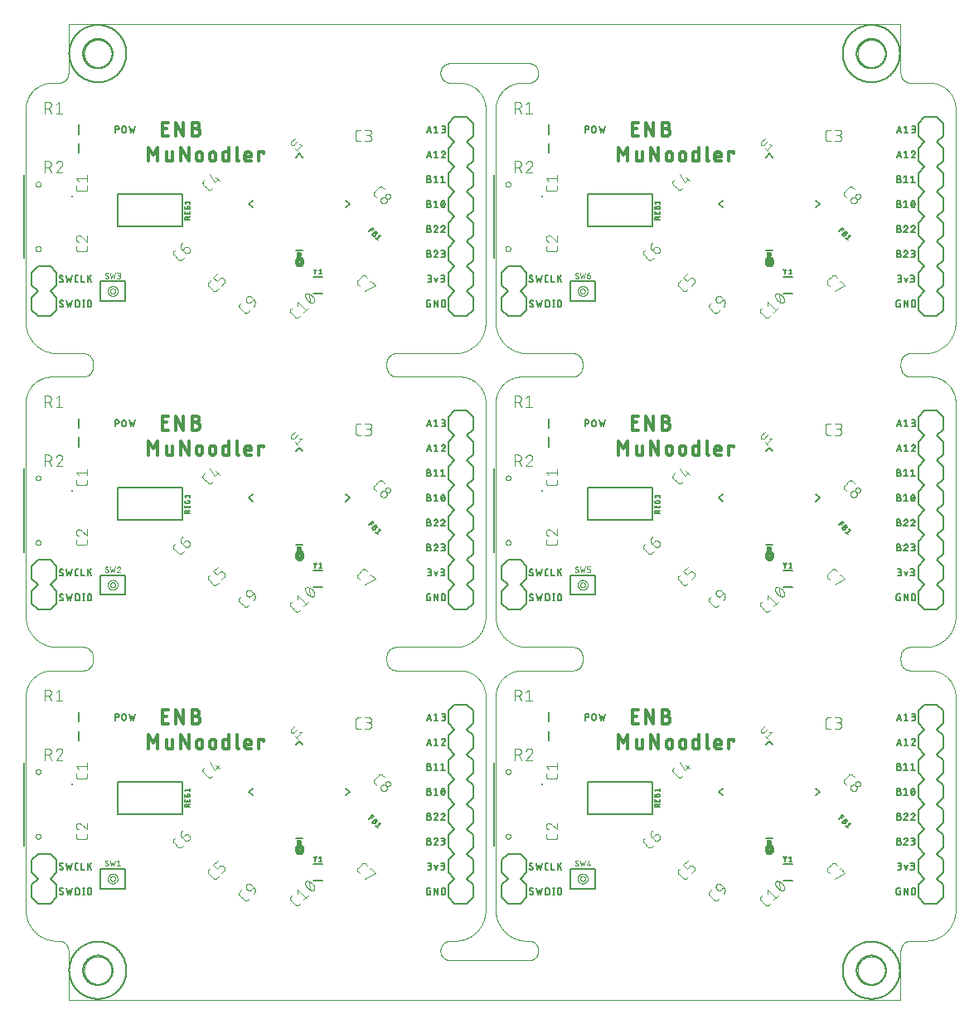
<source format=gto>
G04 EAGLE Gerber X2 export*
%TF.Part,Single*%
%TF.FileFunction,Other,Silk top*%
%TF.FilePolarity,Positive*%
%TF.GenerationSoftware,Autodesk,EAGLE,9.1.3*%
%TF.CreationDate,2019-01-27T15:07:08Z*%
G75*
%MOMM*%
%FSLAX34Y34*%
%LPD*%
%AMOC8*
5,1,8,0,0,1.08239X$1,22.5*%
G01*
%ADD10C,0.000000*%
%ADD11C,0.152400*%
%ADD12C,0.431800*%
%ADD13C,0.127000*%
%ADD14C,0.355600*%
%ADD15C,0.101600*%
%ADD16C,0.076200*%
%ADD17C,0.254000*%
%ADD18C,0.203200*%
%ADD19C,0.600000*%
%ADD20C,0.050800*%


D10*
X6350Y249424D02*
X6350Y31750D01*
X6359Y30983D01*
X6387Y30216D01*
X6433Y29450D01*
X6498Y28686D01*
X6581Y27923D01*
X6683Y27162D01*
X6803Y26405D01*
X6941Y25650D01*
X7098Y24899D01*
X7273Y24152D01*
X7465Y23409D01*
X7676Y22671D01*
X7904Y21939D01*
X8150Y21212D01*
X8413Y20491D01*
X8694Y19777D01*
X8992Y19070D01*
X9307Y18371D01*
X9638Y17679D01*
X9987Y16995D01*
X10352Y16320D01*
X10732Y15654D01*
X11129Y14997D01*
X11542Y14351D01*
X11970Y13714D01*
X12414Y13088D01*
X12872Y12473D01*
X13345Y11869D01*
X13833Y11276D01*
X14335Y10696D01*
X14850Y10128D01*
X15380Y9572D01*
X15922Y9030D01*
X16478Y8500D01*
X17046Y7985D01*
X17626Y7483D01*
X18219Y6995D01*
X18823Y6522D01*
X19438Y6064D01*
X20064Y5620D01*
X20701Y5192D01*
X21347Y4779D01*
X22004Y4382D01*
X22670Y4002D01*
X23345Y3637D01*
X24029Y3288D01*
X24721Y2957D01*
X25420Y2642D01*
X26127Y2344D01*
X26841Y2063D01*
X27562Y1800D01*
X28289Y1554D01*
X29021Y1326D01*
X29759Y1115D01*
X30502Y923D01*
X31249Y748D01*
X32000Y591D01*
X32755Y453D01*
X33512Y333D01*
X34273Y231D01*
X35036Y148D01*
X35800Y83D01*
X36566Y37D01*
X37333Y9D01*
X38100Y0D01*
X444702Y0D02*
X445459Y9D01*
X446217Y37D01*
X446973Y82D01*
X447728Y146D01*
X448481Y229D01*
X449231Y329D01*
X449980Y447D01*
X450725Y584D01*
X451466Y739D01*
X452204Y911D01*
X452937Y1101D01*
X453666Y1309D01*
X454389Y1534D01*
X455107Y1777D01*
X455818Y2037D01*
X456523Y2314D01*
X457221Y2608D01*
X457912Y2919D01*
X458595Y3247D01*
X459270Y3591D01*
X459937Y3951D01*
X460594Y4327D01*
X461242Y4719D01*
X461881Y5126D01*
X462510Y5549D01*
X463128Y5987D01*
X463735Y6440D01*
X464332Y6907D01*
X464917Y7388D01*
X465490Y7884D01*
X466050Y8393D01*
X466599Y8915D01*
X467135Y9451D01*
X467657Y10000D01*
X468166Y10560D01*
X468662Y11133D01*
X469143Y11718D01*
X469610Y12315D01*
X470063Y12922D01*
X470501Y13540D01*
X470924Y14169D01*
X471331Y14808D01*
X471723Y15456D01*
X472099Y16113D01*
X472459Y16780D01*
X472803Y17455D01*
X473131Y18138D01*
X473442Y18829D01*
X473736Y19527D01*
X474013Y20232D01*
X474273Y20943D01*
X474516Y21661D01*
X474741Y22384D01*
X474949Y23113D01*
X475139Y23846D01*
X475311Y24584D01*
X475466Y25325D01*
X475603Y26070D01*
X475721Y26819D01*
X475821Y27569D01*
X475904Y28322D01*
X475968Y29077D01*
X476013Y29833D01*
X476041Y30591D01*
X476050Y31348D01*
X476050Y249797D01*
X476042Y250433D01*
X476019Y251068D01*
X475981Y251702D01*
X475927Y252336D01*
X475858Y252967D01*
X475774Y253597D01*
X475675Y254225D01*
X475560Y254851D01*
X475430Y255473D01*
X475286Y256092D01*
X475126Y256707D01*
X474952Y257318D01*
X474763Y257925D01*
X474559Y258527D01*
X474341Y259124D01*
X474108Y259716D01*
X473861Y260301D01*
X473601Y260881D01*
X473326Y261454D01*
X473037Y262021D01*
X472735Y262580D01*
X472419Y263132D01*
X472091Y263676D01*
X471749Y264211D01*
X471394Y264739D01*
X471027Y265258D01*
X470647Y265767D01*
X470255Y266268D01*
X469851Y266758D01*
X469435Y267239D01*
X469008Y267710D01*
X468569Y268170D01*
X468120Y268619D01*
X467660Y269058D01*
X467189Y269485D01*
X466708Y269901D01*
X466218Y270305D01*
X465717Y270697D01*
X465208Y271077D01*
X464689Y271444D01*
X464161Y271799D01*
X463626Y272141D01*
X463082Y272469D01*
X462530Y272785D01*
X461971Y273087D01*
X461404Y273376D01*
X460831Y273651D01*
X460251Y273911D01*
X459666Y274158D01*
X459074Y274391D01*
X458477Y274609D01*
X457875Y274813D01*
X457268Y275002D01*
X456657Y275176D01*
X456042Y275336D01*
X455423Y275480D01*
X454801Y275610D01*
X454175Y275725D01*
X453547Y275824D01*
X452917Y275908D01*
X452286Y275977D01*
X451652Y276031D01*
X451018Y276069D01*
X450383Y276092D01*
X449747Y276100D01*
X33026Y276100D02*
X32381Y276092D01*
X31737Y276069D01*
X31094Y276030D01*
X30451Y275975D01*
X29811Y275906D01*
X29172Y275820D01*
X28535Y275719D01*
X27901Y275603D01*
X27270Y275472D01*
X26642Y275325D01*
X26018Y275163D01*
X25398Y274986D01*
X24783Y274794D01*
X24172Y274588D01*
X23567Y274366D01*
X22967Y274131D01*
X22373Y273880D01*
X21785Y273616D01*
X21203Y273337D01*
X20629Y273044D01*
X20062Y272738D01*
X19502Y272418D01*
X18951Y272084D01*
X18407Y271738D01*
X17872Y271378D01*
X17346Y271005D01*
X16829Y270620D01*
X16322Y270223D01*
X15824Y269813D01*
X15337Y269391D01*
X14859Y268958D01*
X14393Y268513D01*
X13937Y268057D01*
X13492Y267591D01*
X13059Y267113D01*
X12637Y266626D01*
X12227Y266128D01*
X11830Y265621D01*
X11445Y265104D01*
X11072Y264578D01*
X10712Y264043D01*
X10366Y263499D01*
X10032Y262948D01*
X9712Y262388D01*
X9406Y261821D01*
X9113Y261247D01*
X8834Y260665D01*
X8570Y260077D01*
X8319Y259483D01*
X8084Y258883D01*
X7862Y258278D01*
X7656Y257667D01*
X7464Y257052D01*
X7287Y256432D01*
X7125Y255808D01*
X6978Y255180D01*
X6847Y254549D01*
X6731Y253915D01*
X6630Y253278D01*
X6544Y252639D01*
X6475Y251999D01*
X6420Y251356D01*
X6381Y250713D01*
X6358Y250069D01*
X6350Y249424D01*
D11*
X97975Y231902D02*
X97975Y225298D01*
X97975Y231902D02*
X99809Y231902D01*
X99894Y231900D01*
X99978Y231894D01*
X100062Y231884D01*
X100146Y231871D01*
X100229Y231853D01*
X100311Y231832D01*
X100392Y231807D01*
X100472Y231778D01*
X100550Y231746D01*
X100626Y231710D01*
X100701Y231670D01*
X100774Y231627D01*
X100845Y231581D01*
X100914Y231532D01*
X100981Y231479D01*
X101045Y231423D01*
X101106Y231365D01*
X101164Y231304D01*
X101220Y231240D01*
X101273Y231173D01*
X101322Y231104D01*
X101368Y231033D01*
X101411Y230960D01*
X101451Y230885D01*
X101487Y230809D01*
X101519Y230731D01*
X101548Y230651D01*
X101573Y230570D01*
X101594Y230488D01*
X101612Y230405D01*
X101625Y230321D01*
X101635Y230237D01*
X101641Y230153D01*
X101643Y230068D01*
X101641Y229983D01*
X101635Y229899D01*
X101625Y229815D01*
X101612Y229731D01*
X101594Y229648D01*
X101573Y229566D01*
X101548Y229485D01*
X101519Y229405D01*
X101487Y229327D01*
X101451Y229251D01*
X101411Y229176D01*
X101368Y229103D01*
X101322Y229032D01*
X101273Y228963D01*
X101220Y228896D01*
X101164Y228832D01*
X101106Y228771D01*
X101045Y228713D01*
X100981Y228657D01*
X100914Y228604D01*
X100845Y228555D01*
X100774Y228509D01*
X100701Y228466D01*
X100626Y228426D01*
X100550Y228390D01*
X100472Y228358D01*
X100392Y228329D01*
X100311Y228304D01*
X100229Y228283D01*
X100146Y228265D01*
X100062Y228252D01*
X99978Y228242D01*
X99894Y228236D01*
X99809Y228234D01*
X99809Y228233D02*
X97975Y228233D01*
X104865Y227132D02*
X104865Y230068D01*
X104867Y230153D01*
X104873Y230237D01*
X104883Y230321D01*
X104896Y230405D01*
X104914Y230488D01*
X104935Y230570D01*
X104960Y230651D01*
X104989Y230731D01*
X105021Y230809D01*
X105057Y230885D01*
X105097Y230960D01*
X105140Y231033D01*
X105186Y231104D01*
X105235Y231173D01*
X105288Y231240D01*
X105344Y231304D01*
X105402Y231365D01*
X105463Y231423D01*
X105527Y231479D01*
X105594Y231532D01*
X105663Y231581D01*
X105734Y231627D01*
X105807Y231670D01*
X105882Y231710D01*
X105958Y231746D01*
X106036Y231778D01*
X106116Y231807D01*
X106197Y231832D01*
X106279Y231853D01*
X106362Y231871D01*
X106446Y231884D01*
X106530Y231894D01*
X106614Y231900D01*
X106699Y231902D01*
X106784Y231900D01*
X106868Y231894D01*
X106952Y231884D01*
X107036Y231871D01*
X107119Y231853D01*
X107201Y231832D01*
X107282Y231807D01*
X107362Y231778D01*
X107440Y231746D01*
X107516Y231710D01*
X107591Y231670D01*
X107664Y231627D01*
X107735Y231581D01*
X107804Y231532D01*
X107871Y231479D01*
X107935Y231423D01*
X107996Y231365D01*
X108054Y231304D01*
X108110Y231240D01*
X108163Y231173D01*
X108212Y231104D01*
X108258Y231033D01*
X108301Y230960D01*
X108341Y230885D01*
X108377Y230809D01*
X108409Y230731D01*
X108438Y230651D01*
X108463Y230570D01*
X108484Y230488D01*
X108502Y230405D01*
X108515Y230321D01*
X108525Y230237D01*
X108531Y230153D01*
X108533Y230068D01*
X108534Y230068D02*
X108534Y227132D01*
X108533Y227132D02*
X108531Y227047D01*
X108525Y226963D01*
X108515Y226879D01*
X108502Y226795D01*
X108484Y226712D01*
X108463Y226630D01*
X108438Y226549D01*
X108409Y226469D01*
X108377Y226391D01*
X108341Y226315D01*
X108301Y226240D01*
X108258Y226167D01*
X108212Y226096D01*
X108163Y226027D01*
X108110Y225960D01*
X108054Y225896D01*
X107996Y225835D01*
X107935Y225777D01*
X107871Y225721D01*
X107804Y225668D01*
X107735Y225619D01*
X107664Y225573D01*
X107591Y225530D01*
X107516Y225490D01*
X107440Y225454D01*
X107362Y225422D01*
X107282Y225393D01*
X107201Y225368D01*
X107119Y225347D01*
X107036Y225329D01*
X106952Y225316D01*
X106868Y225306D01*
X106784Y225300D01*
X106699Y225298D01*
X106614Y225300D01*
X106530Y225306D01*
X106446Y225316D01*
X106362Y225329D01*
X106279Y225347D01*
X106197Y225368D01*
X106116Y225393D01*
X106036Y225422D01*
X105958Y225454D01*
X105882Y225490D01*
X105807Y225530D01*
X105734Y225573D01*
X105663Y225619D01*
X105594Y225668D01*
X105527Y225721D01*
X105463Y225777D01*
X105402Y225835D01*
X105344Y225896D01*
X105288Y225960D01*
X105235Y226027D01*
X105186Y226096D01*
X105140Y226167D01*
X105097Y226240D01*
X105057Y226315D01*
X105021Y226391D01*
X104989Y226469D01*
X104960Y226549D01*
X104935Y226630D01*
X104914Y226712D01*
X104896Y226795D01*
X104883Y226879D01*
X104873Y226963D01*
X104867Y227047D01*
X104865Y227132D01*
X112055Y231902D02*
X113522Y225298D01*
X114990Y229701D01*
X116458Y225298D01*
X117925Y231902D01*
D12*
X283549Y94700D02*
X283549Y92498D01*
X283549Y94700D02*
X283551Y94792D01*
X283557Y94884D01*
X283566Y94976D01*
X283580Y95067D01*
X283597Y95158D01*
X283618Y95247D01*
X283643Y95336D01*
X283671Y95424D01*
X283704Y95510D01*
X283739Y95595D01*
X283779Y95679D01*
X283821Y95760D01*
X283867Y95840D01*
X283917Y95918D01*
X283969Y95994D01*
X284025Y96067D01*
X284084Y96138D01*
X284146Y96207D01*
X284210Y96273D01*
X284277Y96336D01*
X284347Y96396D01*
X284419Y96453D01*
X284494Y96507D01*
X284571Y96558D01*
X284650Y96606D01*
X284730Y96651D01*
X284813Y96692D01*
X284897Y96729D01*
X284983Y96763D01*
X285070Y96793D01*
X285158Y96820D01*
X285247Y96843D01*
X285338Y96862D01*
X285428Y96877D01*
X285520Y96889D01*
X285612Y96897D01*
X285704Y96901D01*
X285796Y96901D01*
X285888Y96897D01*
X285980Y96889D01*
X286072Y96877D01*
X286162Y96862D01*
X286253Y96843D01*
X286342Y96820D01*
X286430Y96793D01*
X286517Y96763D01*
X286603Y96729D01*
X286687Y96692D01*
X286770Y96651D01*
X286851Y96606D01*
X286929Y96558D01*
X287006Y96507D01*
X287081Y96453D01*
X287153Y96396D01*
X287223Y96336D01*
X287290Y96273D01*
X287354Y96207D01*
X287416Y96138D01*
X287475Y96067D01*
X287531Y95994D01*
X287583Y95918D01*
X287633Y95840D01*
X287679Y95760D01*
X287721Y95679D01*
X287761Y95595D01*
X287796Y95510D01*
X287829Y95424D01*
X287857Y95336D01*
X287882Y95247D01*
X287903Y95158D01*
X287920Y95067D01*
X287934Y94976D01*
X287943Y94884D01*
X287949Y94792D01*
X287951Y94700D01*
X287951Y92498D01*
X287949Y92406D01*
X287943Y92314D01*
X287934Y92222D01*
X287920Y92131D01*
X287903Y92040D01*
X287882Y91951D01*
X287857Y91862D01*
X287829Y91774D01*
X287796Y91688D01*
X287761Y91603D01*
X287721Y91519D01*
X287679Y91438D01*
X287633Y91358D01*
X287583Y91280D01*
X287531Y91204D01*
X287475Y91131D01*
X287416Y91060D01*
X287354Y90991D01*
X287290Y90925D01*
X287223Y90862D01*
X287153Y90802D01*
X287081Y90745D01*
X287006Y90691D01*
X286929Y90640D01*
X286851Y90592D01*
X286770Y90547D01*
X286687Y90506D01*
X286603Y90469D01*
X286517Y90435D01*
X286430Y90405D01*
X286342Y90378D01*
X286253Y90355D01*
X286162Y90336D01*
X286072Y90321D01*
X285980Y90309D01*
X285888Y90301D01*
X285796Y90297D01*
X285704Y90297D01*
X285612Y90301D01*
X285520Y90309D01*
X285428Y90321D01*
X285338Y90336D01*
X285247Y90355D01*
X285158Y90378D01*
X285070Y90405D01*
X284983Y90435D01*
X284897Y90469D01*
X284813Y90506D01*
X284730Y90547D01*
X284650Y90592D01*
X284571Y90640D01*
X284494Y90691D01*
X284419Y90745D01*
X284347Y90802D01*
X284277Y90862D01*
X284210Y90925D01*
X284146Y90991D01*
X284084Y91060D01*
X284025Y91131D01*
X283969Y91204D01*
X283917Y91280D01*
X283867Y91358D01*
X283821Y91438D01*
X283779Y91519D01*
X283739Y91603D01*
X283704Y91688D01*
X283671Y91774D01*
X283643Y91862D01*
X283618Y91951D01*
X283597Y92040D01*
X283580Y92131D01*
X283566Y92222D01*
X283557Y92314D01*
X283551Y92406D01*
X283549Y92498D01*
D13*
X44467Y74295D02*
X44465Y74218D01*
X44459Y74141D01*
X44449Y74064D01*
X44436Y73988D01*
X44418Y73913D01*
X44397Y73839D01*
X44372Y73766D01*
X44343Y73694D01*
X44311Y73624D01*
X44276Y73555D01*
X44236Y73489D01*
X44194Y73424D01*
X44148Y73362D01*
X44099Y73302D01*
X44048Y73245D01*
X43993Y73190D01*
X43936Y73139D01*
X43876Y73090D01*
X43814Y73044D01*
X43749Y73002D01*
X43683Y72962D01*
X43614Y72927D01*
X43544Y72895D01*
X43472Y72866D01*
X43399Y72841D01*
X43325Y72820D01*
X43250Y72802D01*
X43174Y72789D01*
X43097Y72779D01*
X43020Y72773D01*
X42943Y72771D01*
X42833Y72773D01*
X42722Y72779D01*
X42612Y72788D01*
X42502Y72801D01*
X42393Y72818D01*
X42285Y72839D01*
X42177Y72863D01*
X42070Y72892D01*
X41964Y72923D01*
X41860Y72959D01*
X41756Y72998D01*
X41654Y73040D01*
X41554Y73086D01*
X41455Y73136D01*
X41358Y73188D01*
X41262Y73245D01*
X41169Y73304D01*
X41078Y73366D01*
X40989Y73432D01*
X40902Y73500D01*
X40818Y73572D01*
X40736Y73646D01*
X40657Y73723D01*
X40847Y78105D02*
X40849Y78182D01*
X40855Y78259D01*
X40865Y78336D01*
X40878Y78412D01*
X40896Y78487D01*
X40917Y78561D01*
X40942Y78634D01*
X40971Y78706D01*
X41003Y78776D01*
X41038Y78845D01*
X41078Y78911D01*
X41120Y78976D01*
X41166Y79038D01*
X41215Y79098D01*
X41266Y79155D01*
X41321Y79210D01*
X41378Y79261D01*
X41438Y79310D01*
X41500Y79356D01*
X41565Y79398D01*
X41631Y79438D01*
X41700Y79473D01*
X41770Y79505D01*
X41842Y79534D01*
X41915Y79559D01*
X41989Y79580D01*
X42064Y79598D01*
X42140Y79611D01*
X42217Y79621D01*
X42294Y79627D01*
X42371Y79629D01*
X42371Y79630D02*
X42473Y79628D01*
X42575Y79623D01*
X42677Y79614D01*
X42778Y79601D01*
X42879Y79584D01*
X42979Y79565D01*
X43079Y79541D01*
X43177Y79514D01*
X43275Y79483D01*
X43371Y79449D01*
X43466Y79412D01*
X43560Y79371D01*
X43652Y79327D01*
X43742Y79279D01*
X43831Y79229D01*
X43918Y79175D01*
X44003Y79118D01*
X44086Y79058D01*
X41609Y76771D02*
X41544Y76812D01*
X41481Y76855D01*
X41421Y76902D01*
X41362Y76952D01*
X41307Y77004D01*
X41254Y77059D01*
X41203Y77117D01*
X41156Y77177D01*
X41112Y77240D01*
X41070Y77304D01*
X41032Y77370D01*
X40998Y77439D01*
X40967Y77509D01*
X40939Y77580D01*
X40915Y77652D01*
X40894Y77726D01*
X40877Y77801D01*
X40864Y77876D01*
X40855Y77952D01*
X40849Y78028D01*
X40847Y78105D01*
X43705Y75629D02*
X43770Y75588D01*
X43833Y75545D01*
X43893Y75498D01*
X43952Y75448D01*
X44007Y75396D01*
X44060Y75341D01*
X44111Y75283D01*
X44158Y75223D01*
X44202Y75160D01*
X44244Y75096D01*
X44282Y75030D01*
X44316Y74961D01*
X44347Y74891D01*
X44375Y74820D01*
X44399Y74748D01*
X44420Y74674D01*
X44437Y74599D01*
X44450Y74524D01*
X44459Y74448D01*
X44465Y74372D01*
X44467Y74295D01*
X43705Y75629D02*
X41609Y76772D01*
X47560Y79629D02*
X49084Y72771D01*
X50608Y77343D01*
X52132Y72771D01*
X53656Y79629D01*
X58486Y72771D02*
X60010Y72771D01*
X58486Y72771D02*
X58409Y72773D01*
X58332Y72779D01*
X58255Y72789D01*
X58179Y72802D01*
X58104Y72820D01*
X58030Y72841D01*
X57957Y72866D01*
X57885Y72895D01*
X57815Y72927D01*
X57746Y72962D01*
X57680Y73002D01*
X57615Y73044D01*
X57553Y73090D01*
X57493Y73139D01*
X57436Y73190D01*
X57381Y73245D01*
X57330Y73302D01*
X57281Y73362D01*
X57235Y73424D01*
X57193Y73489D01*
X57153Y73555D01*
X57118Y73624D01*
X57086Y73694D01*
X57057Y73766D01*
X57032Y73839D01*
X57011Y73913D01*
X56993Y73988D01*
X56980Y74064D01*
X56970Y74141D01*
X56964Y74218D01*
X56962Y74295D01*
X56962Y78105D01*
X56964Y78182D01*
X56970Y78259D01*
X56980Y78336D01*
X56993Y78412D01*
X57011Y78487D01*
X57032Y78561D01*
X57057Y78634D01*
X57086Y78706D01*
X57118Y78776D01*
X57153Y78845D01*
X57193Y78911D01*
X57235Y78976D01*
X57281Y79038D01*
X57330Y79098D01*
X57381Y79155D01*
X57436Y79210D01*
X57493Y79261D01*
X57553Y79310D01*
X57615Y79356D01*
X57680Y79398D01*
X57746Y79438D01*
X57815Y79473D01*
X57885Y79505D01*
X57957Y79534D01*
X58030Y79559D01*
X58104Y79580D01*
X58179Y79598D01*
X58255Y79611D01*
X58332Y79621D01*
X58409Y79627D01*
X58486Y79629D01*
X60010Y79629D01*
X63355Y79629D02*
X63355Y72771D01*
X66403Y72771D01*
X69833Y72771D02*
X69833Y79629D01*
X73643Y79629D02*
X69833Y75438D01*
X71357Y76962D02*
X73643Y72771D01*
X44790Y48895D02*
X44788Y48818D01*
X44782Y48741D01*
X44772Y48664D01*
X44759Y48588D01*
X44741Y48513D01*
X44720Y48439D01*
X44695Y48366D01*
X44666Y48294D01*
X44634Y48224D01*
X44599Y48155D01*
X44559Y48089D01*
X44517Y48024D01*
X44471Y47962D01*
X44422Y47902D01*
X44371Y47845D01*
X44316Y47790D01*
X44259Y47739D01*
X44199Y47690D01*
X44137Y47644D01*
X44072Y47602D01*
X44006Y47562D01*
X43937Y47527D01*
X43867Y47495D01*
X43795Y47466D01*
X43722Y47441D01*
X43648Y47420D01*
X43573Y47402D01*
X43497Y47389D01*
X43420Y47379D01*
X43343Y47373D01*
X43266Y47371D01*
X43156Y47373D01*
X43045Y47379D01*
X42935Y47388D01*
X42825Y47401D01*
X42716Y47418D01*
X42608Y47439D01*
X42500Y47463D01*
X42393Y47492D01*
X42287Y47523D01*
X42183Y47559D01*
X42079Y47598D01*
X41977Y47640D01*
X41877Y47686D01*
X41778Y47736D01*
X41681Y47788D01*
X41585Y47845D01*
X41492Y47904D01*
X41401Y47966D01*
X41312Y48032D01*
X41225Y48100D01*
X41141Y48172D01*
X41059Y48246D01*
X40980Y48323D01*
X41171Y52705D02*
X41173Y52782D01*
X41179Y52859D01*
X41189Y52936D01*
X41202Y53012D01*
X41220Y53087D01*
X41241Y53161D01*
X41266Y53234D01*
X41295Y53306D01*
X41327Y53376D01*
X41362Y53445D01*
X41402Y53511D01*
X41444Y53576D01*
X41490Y53638D01*
X41539Y53698D01*
X41590Y53755D01*
X41645Y53810D01*
X41702Y53861D01*
X41762Y53910D01*
X41824Y53956D01*
X41889Y53998D01*
X41955Y54038D01*
X42024Y54073D01*
X42094Y54105D01*
X42166Y54134D01*
X42239Y54159D01*
X42313Y54180D01*
X42388Y54198D01*
X42464Y54211D01*
X42541Y54221D01*
X42618Y54227D01*
X42695Y54229D01*
X42695Y54230D02*
X42797Y54228D01*
X42899Y54223D01*
X43001Y54214D01*
X43102Y54201D01*
X43203Y54184D01*
X43303Y54165D01*
X43403Y54141D01*
X43501Y54114D01*
X43599Y54083D01*
X43695Y54049D01*
X43790Y54012D01*
X43884Y53971D01*
X43976Y53927D01*
X44066Y53879D01*
X44155Y53829D01*
X44242Y53775D01*
X44327Y53718D01*
X44410Y53658D01*
X41933Y51371D02*
X41868Y51412D01*
X41805Y51455D01*
X41745Y51502D01*
X41686Y51552D01*
X41631Y51604D01*
X41578Y51659D01*
X41527Y51717D01*
X41480Y51777D01*
X41436Y51840D01*
X41394Y51904D01*
X41356Y51970D01*
X41322Y52039D01*
X41291Y52109D01*
X41263Y52180D01*
X41239Y52252D01*
X41218Y52326D01*
X41201Y52401D01*
X41188Y52476D01*
X41179Y52552D01*
X41173Y52628D01*
X41171Y52705D01*
X44029Y50229D02*
X44094Y50188D01*
X44157Y50145D01*
X44217Y50098D01*
X44276Y50048D01*
X44331Y49996D01*
X44384Y49941D01*
X44435Y49883D01*
X44482Y49823D01*
X44526Y49760D01*
X44568Y49696D01*
X44606Y49630D01*
X44640Y49561D01*
X44671Y49491D01*
X44699Y49420D01*
X44723Y49348D01*
X44744Y49274D01*
X44761Y49199D01*
X44774Y49124D01*
X44783Y49048D01*
X44789Y48972D01*
X44791Y48895D01*
X44028Y50229D02*
X41933Y51372D01*
X47884Y54229D02*
X49408Y47371D01*
X50932Y51943D01*
X52456Y47371D01*
X53980Y54229D01*
X57561Y54229D02*
X57561Y47371D01*
X57561Y54229D02*
X59466Y54229D01*
X59551Y54227D01*
X59637Y54221D01*
X59722Y54212D01*
X59806Y54198D01*
X59890Y54181D01*
X59973Y54160D01*
X60055Y54136D01*
X60135Y54108D01*
X60215Y54076D01*
X60293Y54040D01*
X60369Y54002D01*
X60443Y53959D01*
X60515Y53914D01*
X60586Y53865D01*
X60654Y53813D01*
X60719Y53759D01*
X60782Y53701D01*
X60843Y53640D01*
X60901Y53577D01*
X60955Y53512D01*
X61007Y53444D01*
X61056Y53373D01*
X61101Y53301D01*
X61144Y53227D01*
X61182Y53151D01*
X61218Y53073D01*
X61250Y52993D01*
X61278Y52913D01*
X61302Y52831D01*
X61323Y52748D01*
X61340Y52664D01*
X61354Y52580D01*
X61363Y52495D01*
X61369Y52409D01*
X61371Y52324D01*
X61371Y49276D01*
X61369Y49191D01*
X61363Y49105D01*
X61354Y49020D01*
X61340Y48936D01*
X61323Y48852D01*
X61302Y48769D01*
X61278Y48687D01*
X61250Y48607D01*
X61218Y48527D01*
X61182Y48449D01*
X61144Y48373D01*
X61101Y48299D01*
X61056Y48227D01*
X61007Y48156D01*
X60955Y48088D01*
X60901Y48023D01*
X60843Y47960D01*
X60782Y47899D01*
X60719Y47841D01*
X60654Y47787D01*
X60586Y47735D01*
X60515Y47686D01*
X60443Y47641D01*
X60369Y47598D01*
X60293Y47560D01*
X60215Y47524D01*
X60135Y47492D01*
X60055Y47464D01*
X59973Y47440D01*
X59890Y47419D01*
X59806Y47402D01*
X59722Y47388D01*
X59637Y47379D01*
X59551Y47373D01*
X59466Y47371D01*
X57561Y47371D01*
X65562Y47371D02*
X65562Y54229D01*
X64800Y47371D02*
X66324Y47371D01*
X66324Y54229D02*
X64800Y54229D01*
X69510Y52324D02*
X69510Y49276D01*
X69510Y52324D02*
X69512Y52409D01*
X69518Y52495D01*
X69527Y52580D01*
X69541Y52664D01*
X69558Y52748D01*
X69579Y52831D01*
X69603Y52913D01*
X69631Y52993D01*
X69663Y53073D01*
X69699Y53151D01*
X69737Y53227D01*
X69780Y53301D01*
X69825Y53373D01*
X69874Y53444D01*
X69926Y53512D01*
X69980Y53577D01*
X70038Y53640D01*
X70099Y53701D01*
X70162Y53759D01*
X70227Y53813D01*
X70295Y53865D01*
X70366Y53914D01*
X70438Y53959D01*
X70512Y54002D01*
X70588Y54040D01*
X70666Y54076D01*
X70746Y54108D01*
X70826Y54136D01*
X70908Y54160D01*
X70991Y54181D01*
X71075Y54198D01*
X71159Y54212D01*
X71244Y54221D01*
X71330Y54227D01*
X71415Y54229D01*
X71500Y54227D01*
X71586Y54221D01*
X71671Y54212D01*
X71755Y54198D01*
X71839Y54181D01*
X71922Y54160D01*
X72004Y54136D01*
X72084Y54108D01*
X72164Y54076D01*
X72242Y54040D01*
X72318Y54002D01*
X72392Y53959D01*
X72464Y53914D01*
X72535Y53865D01*
X72603Y53813D01*
X72668Y53759D01*
X72731Y53701D01*
X72792Y53640D01*
X72850Y53577D01*
X72904Y53512D01*
X72956Y53444D01*
X73005Y53373D01*
X73050Y53301D01*
X73093Y53227D01*
X73131Y53151D01*
X73167Y53073D01*
X73199Y52993D01*
X73227Y52913D01*
X73251Y52831D01*
X73272Y52748D01*
X73289Y52664D01*
X73303Y52580D01*
X73312Y52495D01*
X73318Y52409D01*
X73320Y52324D01*
X73320Y49276D01*
X73318Y49191D01*
X73312Y49105D01*
X73303Y49020D01*
X73289Y48936D01*
X73272Y48852D01*
X73251Y48769D01*
X73227Y48687D01*
X73199Y48607D01*
X73167Y48527D01*
X73131Y48449D01*
X73093Y48373D01*
X73050Y48299D01*
X73005Y48227D01*
X72956Y48156D01*
X72904Y48088D01*
X72850Y48023D01*
X72792Y47960D01*
X72731Y47899D01*
X72668Y47841D01*
X72603Y47787D01*
X72535Y47735D01*
X72464Y47686D01*
X72392Y47641D01*
X72318Y47598D01*
X72242Y47560D01*
X72164Y47524D01*
X72084Y47492D01*
X72004Y47464D01*
X71922Y47440D01*
X71839Y47419D01*
X71755Y47402D01*
X71671Y47388D01*
X71586Y47379D01*
X71500Y47373D01*
X71415Y47371D01*
X71330Y47373D01*
X71244Y47379D01*
X71159Y47388D01*
X71075Y47402D01*
X70991Y47419D01*
X70908Y47440D01*
X70826Y47464D01*
X70746Y47492D01*
X70666Y47524D01*
X70588Y47560D01*
X70512Y47598D01*
X70438Y47641D01*
X70366Y47686D01*
X70295Y47735D01*
X70227Y47787D01*
X70162Y47841D01*
X70099Y47899D01*
X70038Y47960D01*
X69980Y48023D01*
X69926Y48088D01*
X69874Y48156D01*
X69825Y48227D01*
X69780Y48299D01*
X69737Y48373D01*
X69699Y48449D01*
X69663Y48527D01*
X69631Y48607D01*
X69603Y48687D01*
X69579Y48769D01*
X69558Y48852D01*
X69541Y48936D01*
X69527Y49020D01*
X69518Y49105D01*
X69512Y49191D01*
X69510Y49276D01*
X418409Y51181D02*
X419552Y51181D01*
X419552Y47371D01*
X417266Y47371D01*
X417189Y47373D01*
X417112Y47379D01*
X417035Y47389D01*
X416959Y47402D01*
X416884Y47420D01*
X416810Y47441D01*
X416737Y47466D01*
X416665Y47495D01*
X416595Y47527D01*
X416526Y47562D01*
X416460Y47602D01*
X416395Y47644D01*
X416333Y47690D01*
X416273Y47739D01*
X416216Y47790D01*
X416161Y47845D01*
X416110Y47902D01*
X416061Y47962D01*
X416015Y48024D01*
X415973Y48089D01*
X415933Y48155D01*
X415898Y48224D01*
X415866Y48294D01*
X415837Y48366D01*
X415812Y48439D01*
X415791Y48513D01*
X415773Y48588D01*
X415760Y48664D01*
X415750Y48741D01*
X415744Y48818D01*
X415742Y48895D01*
X415742Y52705D01*
X415744Y52782D01*
X415750Y52859D01*
X415760Y52936D01*
X415773Y53012D01*
X415791Y53087D01*
X415812Y53161D01*
X415837Y53234D01*
X415866Y53306D01*
X415898Y53376D01*
X415933Y53445D01*
X415973Y53511D01*
X416015Y53576D01*
X416061Y53638D01*
X416110Y53698D01*
X416161Y53755D01*
X416216Y53810D01*
X416273Y53861D01*
X416333Y53910D01*
X416395Y53956D01*
X416460Y53998D01*
X416526Y54038D01*
X416595Y54073D01*
X416665Y54105D01*
X416737Y54134D01*
X416810Y54159D01*
X416884Y54180D01*
X416959Y54198D01*
X417035Y54211D01*
X417112Y54221D01*
X417189Y54227D01*
X417266Y54229D01*
X419552Y54229D01*
X423545Y54229D02*
X423545Y47371D01*
X427355Y47371D02*
X423545Y54229D01*
X427355Y54229D02*
X427355Y47371D01*
X431348Y47371D02*
X431348Y54229D01*
X433253Y54229D01*
X433338Y54227D01*
X433424Y54221D01*
X433509Y54212D01*
X433593Y54198D01*
X433677Y54181D01*
X433760Y54160D01*
X433842Y54136D01*
X433922Y54108D01*
X434002Y54076D01*
X434080Y54040D01*
X434156Y54002D01*
X434230Y53959D01*
X434302Y53914D01*
X434373Y53865D01*
X434441Y53813D01*
X434506Y53759D01*
X434569Y53701D01*
X434630Y53640D01*
X434688Y53577D01*
X434742Y53512D01*
X434794Y53444D01*
X434843Y53373D01*
X434888Y53301D01*
X434931Y53227D01*
X434969Y53151D01*
X435005Y53073D01*
X435037Y52993D01*
X435065Y52913D01*
X435089Y52831D01*
X435110Y52748D01*
X435127Y52664D01*
X435141Y52580D01*
X435150Y52495D01*
X435156Y52409D01*
X435158Y52324D01*
X435158Y49276D01*
X435156Y49191D01*
X435150Y49105D01*
X435141Y49020D01*
X435127Y48936D01*
X435110Y48852D01*
X435089Y48769D01*
X435065Y48687D01*
X435037Y48607D01*
X435005Y48527D01*
X434969Y48449D01*
X434931Y48373D01*
X434888Y48299D01*
X434843Y48227D01*
X434794Y48156D01*
X434742Y48088D01*
X434688Y48023D01*
X434630Y47960D01*
X434569Y47899D01*
X434506Y47841D01*
X434441Y47787D01*
X434373Y47735D01*
X434302Y47686D01*
X434230Y47641D01*
X434156Y47598D01*
X434080Y47560D01*
X434002Y47524D01*
X433922Y47492D01*
X433842Y47464D01*
X433760Y47440D01*
X433677Y47419D01*
X433593Y47402D01*
X433509Y47388D01*
X433424Y47379D01*
X433338Y47373D01*
X433253Y47371D01*
X431348Y47371D01*
X418866Y72771D02*
X416961Y72771D01*
X418866Y72771D02*
X418951Y72773D01*
X419037Y72779D01*
X419122Y72788D01*
X419206Y72802D01*
X419290Y72819D01*
X419373Y72840D01*
X419455Y72864D01*
X419535Y72892D01*
X419615Y72924D01*
X419693Y72960D01*
X419769Y72998D01*
X419843Y73041D01*
X419915Y73086D01*
X419986Y73135D01*
X420054Y73187D01*
X420119Y73241D01*
X420182Y73299D01*
X420243Y73360D01*
X420301Y73423D01*
X420355Y73488D01*
X420407Y73556D01*
X420456Y73627D01*
X420501Y73699D01*
X420544Y73773D01*
X420582Y73849D01*
X420618Y73927D01*
X420650Y74007D01*
X420678Y74087D01*
X420702Y74169D01*
X420723Y74252D01*
X420740Y74336D01*
X420754Y74420D01*
X420763Y74505D01*
X420769Y74591D01*
X420771Y74676D01*
X420769Y74761D01*
X420763Y74847D01*
X420754Y74932D01*
X420740Y75016D01*
X420723Y75100D01*
X420702Y75183D01*
X420678Y75265D01*
X420650Y75345D01*
X420618Y75425D01*
X420582Y75503D01*
X420544Y75579D01*
X420501Y75653D01*
X420456Y75725D01*
X420407Y75796D01*
X420355Y75864D01*
X420301Y75929D01*
X420243Y75992D01*
X420182Y76053D01*
X420119Y76111D01*
X420054Y76165D01*
X419986Y76217D01*
X419915Y76266D01*
X419843Y76311D01*
X419769Y76354D01*
X419693Y76392D01*
X419615Y76428D01*
X419535Y76460D01*
X419455Y76488D01*
X419373Y76512D01*
X419290Y76533D01*
X419206Y76550D01*
X419122Y76564D01*
X419037Y76573D01*
X418951Y76579D01*
X418866Y76581D01*
X419247Y79629D02*
X416961Y79629D01*
X419247Y79629D02*
X419324Y79627D01*
X419401Y79621D01*
X419478Y79611D01*
X419554Y79598D01*
X419629Y79580D01*
X419703Y79559D01*
X419776Y79534D01*
X419848Y79505D01*
X419918Y79473D01*
X419987Y79438D01*
X420053Y79398D01*
X420118Y79356D01*
X420180Y79310D01*
X420240Y79261D01*
X420297Y79210D01*
X420352Y79155D01*
X420403Y79098D01*
X420452Y79038D01*
X420498Y78976D01*
X420540Y78911D01*
X420580Y78845D01*
X420615Y78776D01*
X420647Y78706D01*
X420676Y78634D01*
X420701Y78561D01*
X420722Y78487D01*
X420740Y78412D01*
X420753Y78336D01*
X420763Y78259D01*
X420769Y78182D01*
X420771Y78105D01*
X420769Y78028D01*
X420763Y77951D01*
X420753Y77874D01*
X420740Y77798D01*
X420722Y77723D01*
X420701Y77649D01*
X420676Y77576D01*
X420647Y77504D01*
X420615Y77434D01*
X420580Y77365D01*
X420540Y77299D01*
X420498Y77234D01*
X420452Y77172D01*
X420403Y77112D01*
X420352Y77055D01*
X420297Y77000D01*
X420240Y76949D01*
X420180Y76900D01*
X420118Y76854D01*
X420053Y76812D01*
X419987Y76772D01*
X419918Y76737D01*
X419848Y76705D01*
X419776Y76676D01*
X419703Y76651D01*
X419629Y76630D01*
X419554Y76612D01*
X419478Y76599D01*
X419401Y76589D01*
X419324Y76583D01*
X419247Y76581D01*
X417723Y76581D01*
X423926Y77343D02*
X425450Y72771D01*
X426974Y77343D01*
X430129Y72771D02*
X432034Y72771D01*
X432119Y72773D01*
X432205Y72779D01*
X432290Y72788D01*
X432374Y72802D01*
X432458Y72819D01*
X432541Y72840D01*
X432623Y72864D01*
X432703Y72892D01*
X432783Y72924D01*
X432861Y72960D01*
X432937Y72998D01*
X433011Y73041D01*
X433083Y73086D01*
X433154Y73135D01*
X433222Y73187D01*
X433287Y73241D01*
X433350Y73299D01*
X433411Y73360D01*
X433469Y73423D01*
X433523Y73488D01*
X433575Y73556D01*
X433624Y73627D01*
X433669Y73699D01*
X433712Y73773D01*
X433750Y73849D01*
X433786Y73927D01*
X433818Y74007D01*
X433846Y74087D01*
X433870Y74169D01*
X433891Y74252D01*
X433908Y74336D01*
X433922Y74420D01*
X433931Y74505D01*
X433937Y74591D01*
X433939Y74676D01*
X433937Y74761D01*
X433931Y74847D01*
X433922Y74932D01*
X433908Y75016D01*
X433891Y75100D01*
X433870Y75183D01*
X433846Y75265D01*
X433818Y75345D01*
X433786Y75425D01*
X433750Y75503D01*
X433712Y75579D01*
X433669Y75653D01*
X433624Y75725D01*
X433575Y75796D01*
X433523Y75864D01*
X433469Y75929D01*
X433411Y75992D01*
X433350Y76053D01*
X433287Y76111D01*
X433222Y76165D01*
X433154Y76217D01*
X433083Y76266D01*
X433011Y76311D01*
X432937Y76354D01*
X432861Y76392D01*
X432783Y76428D01*
X432703Y76460D01*
X432623Y76488D01*
X432541Y76512D01*
X432458Y76533D01*
X432374Y76550D01*
X432290Y76564D01*
X432205Y76573D01*
X432119Y76579D01*
X432034Y76581D01*
X432415Y79629D02*
X430129Y79629D01*
X432415Y79629D02*
X432492Y79627D01*
X432569Y79621D01*
X432646Y79611D01*
X432722Y79598D01*
X432797Y79580D01*
X432871Y79559D01*
X432944Y79534D01*
X433016Y79505D01*
X433086Y79473D01*
X433155Y79438D01*
X433221Y79398D01*
X433286Y79356D01*
X433348Y79310D01*
X433408Y79261D01*
X433465Y79210D01*
X433520Y79155D01*
X433571Y79098D01*
X433620Y79038D01*
X433666Y78976D01*
X433708Y78911D01*
X433748Y78845D01*
X433783Y78776D01*
X433815Y78706D01*
X433844Y78634D01*
X433869Y78561D01*
X433890Y78487D01*
X433908Y78412D01*
X433921Y78336D01*
X433931Y78259D01*
X433937Y78182D01*
X433939Y78105D01*
X433937Y78028D01*
X433931Y77951D01*
X433921Y77874D01*
X433908Y77798D01*
X433890Y77723D01*
X433869Y77649D01*
X433844Y77576D01*
X433815Y77504D01*
X433783Y77434D01*
X433748Y77365D01*
X433708Y77299D01*
X433666Y77234D01*
X433620Y77172D01*
X433571Y77112D01*
X433520Y77055D01*
X433465Y77000D01*
X433408Y76949D01*
X433348Y76900D01*
X433286Y76854D01*
X433221Y76812D01*
X433155Y76772D01*
X433086Y76737D01*
X433016Y76705D01*
X432944Y76676D01*
X432871Y76651D01*
X432797Y76630D01*
X432722Y76612D01*
X432646Y76599D01*
X432569Y76589D01*
X432492Y76583D01*
X432415Y76581D01*
X430891Y76581D01*
X418337Y101981D02*
X416432Y101981D01*
X418337Y101981D02*
X418422Y101979D01*
X418508Y101973D01*
X418593Y101964D01*
X418677Y101950D01*
X418761Y101933D01*
X418844Y101912D01*
X418926Y101888D01*
X419006Y101860D01*
X419086Y101828D01*
X419164Y101792D01*
X419240Y101754D01*
X419314Y101711D01*
X419386Y101666D01*
X419457Y101617D01*
X419525Y101565D01*
X419590Y101511D01*
X419653Y101453D01*
X419714Y101392D01*
X419772Y101329D01*
X419826Y101264D01*
X419878Y101196D01*
X419927Y101125D01*
X419972Y101053D01*
X420015Y100979D01*
X420053Y100903D01*
X420089Y100825D01*
X420121Y100745D01*
X420149Y100665D01*
X420173Y100583D01*
X420194Y100500D01*
X420211Y100416D01*
X420225Y100332D01*
X420234Y100247D01*
X420240Y100161D01*
X420242Y100076D01*
X420240Y99991D01*
X420234Y99905D01*
X420225Y99820D01*
X420211Y99736D01*
X420194Y99652D01*
X420173Y99569D01*
X420149Y99487D01*
X420121Y99407D01*
X420089Y99327D01*
X420053Y99249D01*
X420015Y99173D01*
X419972Y99099D01*
X419927Y99027D01*
X419878Y98956D01*
X419826Y98888D01*
X419772Y98823D01*
X419714Y98760D01*
X419653Y98699D01*
X419590Y98641D01*
X419525Y98587D01*
X419457Y98535D01*
X419386Y98486D01*
X419314Y98441D01*
X419240Y98398D01*
X419164Y98360D01*
X419086Y98324D01*
X419006Y98292D01*
X418926Y98264D01*
X418844Y98240D01*
X418761Y98219D01*
X418677Y98202D01*
X418593Y98188D01*
X418508Y98179D01*
X418422Y98173D01*
X418337Y98171D01*
X416432Y98171D01*
X416432Y105029D01*
X418337Y105029D01*
X418414Y105027D01*
X418491Y105021D01*
X418568Y105011D01*
X418644Y104998D01*
X418719Y104980D01*
X418793Y104959D01*
X418866Y104934D01*
X418938Y104905D01*
X419008Y104873D01*
X419077Y104838D01*
X419143Y104798D01*
X419208Y104756D01*
X419270Y104710D01*
X419330Y104661D01*
X419387Y104610D01*
X419442Y104555D01*
X419493Y104498D01*
X419542Y104438D01*
X419588Y104376D01*
X419630Y104311D01*
X419670Y104245D01*
X419705Y104176D01*
X419737Y104106D01*
X419766Y104034D01*
X419791Y103961D01*
X419812Y103887D01*
X419830Y103812D01*
X419843Y103736D01*
X419853Y103659D01*
X419859Y103582D01*
X419861Y103505D01*
X419859Y103428D01*
X419853Y103351D01*
X419843Y103274D01*
X419830Y103198D01*
X419812Y103123D01*
X419791Y103049D01*
X419766Y102976D01*
X419737Y102904D01*
X419705Y102834D01*
X419670Y102765D01*
X419630Y102699D01*
X419588Y102634D01*
X419542Y102572D01*
X419493Y102512D01*
X419442Y102455D01*
X419387Y102400D01*
X419330Y102349D01*
X419270Y102300D01*
X419208Y102254D01*
X419143Y102212D01*
X419077Y102172D01*
X419008Y102137D01*
X418938Y102105D01*
X418866Y102076D01*
X418793Y102051D01*
X418719Y102030D01*
X418644Y102012D01*
X418568Y101999D01*
X418491Y101989D01*
X418414Y101983D01*
X418337Y101981D01*
X425439Y105030D02*
X425521Y105028D01*
X425602Y105022D01*
X425683Y105013D01*
X425764Y104999D01*
X425843Y104982D01*
X425922Y104961D01*
X426000Y104936D01*
X426076Y104907D01*
X426151Y104875D01*
X426225Y104839D01*
X426297Y104800D01*
X426366Y104758D01*
X426434Y104712D01*
X426499Y104663D01*
X426562Y104611D01*
X426622Y104556D01*
X426680Y104498D01*
X426735Y104438D01*
X426787Y104375D01*
X426836Y104310D01*
X426882Y104242D01*
X426924Y104173D01*
X426963Y104101D01*
X426999Y104027D01*
X427031Y103952D01*
X427060Y103876D01*
X427085Y103798D01*
X427106Y103719D01*
X427123Y103640D01*
X427137Y103559D01*
X427146Y103478D01*
X427152Y103397D01*
X427154Y103315D01*
X425439Y105029D02*
X425347Y105027D01*
X425255Y105021D01*
X425163Y105012D01*
X425071Y104998D01*
X424981Y104981D01*
X424891Y104960D01*
X424802Y104935D01*
X424714Y104906D01*
X424627Y104874D01*
X424542Y104838D01*
X424459Y104799D01*
X424377Y104756D01*
X424297Y104710D01*
X424219Y104660D01*
X424143Y104608D01*
X424070Y104552D01*
X423999Y104493D01*
X423930Y104431D01*
X423864Y104366D01*
X423801Y104299D01*
X423741Y104229D01*
X423683Y104157D01*
X423629Y104082D01*
X423578Y104005D01*
X423530Y103926D01*
X423486Y103845D01*
X423445Y103762D01*
X423407Y103678D01*
X423373Y103592D01*
X423343Y103505D01*
X426582Y101981D02*
X426641Y102040D01*
X426697Y102101D01*
X426750Y102164D01*
X426801Y102230D01*
X426848Y102298D01*
X426892Y102368D01*
X426933Y102440D01*
X426971Y102514D01*
X427005Y102589D01*
X427036Y102666D01*
X427063Y102744D01*
X427087Y102824D01*
X427108Y102904D01*
X427124Y102985D01*
X427137Y103067D01*
X427147Y103149D01*
X427152Y103232D01*
X427154Y103315D01*
X426582Y101981D02*
X423343Y98171D01*
X427153Y98171D01*
X430658Y98171D02*
X432563Y98171D01*
X432648Y98173D01*
X432734Y98179D01*
X432819Y98188D01*
X432903Y98202D01*
X432987Y98219D01*
X433070Y98240D01*
X433152Y98264D01*
X433232Y98292D01*
X433312Y98324D01*
X433390Y98360D01*
X433466Y98398D01*
X433540Y98441D01*
X433612Y98486D01*
X433683Y98535D01*
X433751Y98587D01*
X433816Y98641D01*
X433879Y98699D01*
X433940Y98760D01*
X433998Y98823D01*
X434052Y98888D01*
X434104Y98956D01*
X434153Y99027D01*
X434198Y99099D01*
X434241Y99173D01*
X434279Y99249D01*
X434315Y99327D01*
X434347Y99407D01*
X434375Y99487D01*
X434399Y99569D01*
X434420Y99652D01*
X434437Y99736D01*
X434451Y99820D01*
X434460Y99905D01*
X434466Y99991D01*
X434468Y100076D01*
X434466Y100161D01*
X434460Y100247D01*
X434451Y100332D01*
X434437Y100416D01*
X434420Y100500D01*
X434399Y100583D01*
X434375Y100665D01*
X434347Y100745D01*
X434315Y100825D01*
X434279Y100903D01*
X434241Y100979D01*
X434198Y101053D01*
X434153Y101125D01*
X434104Y101196D01*
X434052Y101264D01*
X433998Y101329D01*
X433940Y101392D01*
X433879Y101453D01*
X433816Y101511D01*
X433751Y101565D01*
X433683Y101617D01*
X433612Y101666D01*
X433540Y101711D01*
X433466Y101754D01*
X433390Y101792D01*
X433312Y101828D01*
X433232Y101860D01*
X433152Y101888D01*
X433070Y101912D01*
X432987Y101933D01*
X432903Y101950D01*
X432819Y101964D01*
X432734Y101973D01*
X432648Y101979D01*
X432563Y101981D01*
X432944Y105029D02*
X430658Y105029D01*
X432944Y105029D02*
X433021Y105027D01*
X433098Y105021D01*
X433175Y105011D01*
X433251Y104998D01*
X433326Y104980D01*
X433400Y104959D01*
X433473Y104934D01*
X433545Y104905D01*
X433615Y104873D01*
X433684Y104838D01*
X433750Y104798D01*
X433815Y104756D01*
X433877Y104710D01*
X433937Y104661D01*
X433994Y104610D01*
X434049Y104555D01*
X434100Y104498D01*
X434149Y104438D01*
X434195Y104376D01*
X434237Y104311D01*
X434277Y104245D01*
X434312Y104176D01*
X434344Y104106D01*
X434373Y104034D01*
X434398Y103961D01*
X434419Y103887D01*
X434437Y103812D01*
X434450Y103736D01*
X434460Y103659D01*
X434466Y103582D01*
X434468Y103505D01*
X434466Y103428D01*
X434460Y103351D01*
X434450Y103274D01*
X434437Y103198D01*
X434419Y103123D01*
X434398Y103049D01*
X434373Y102976D01*
X434344Y102904D01*
X434312Y102834D01*
X434277Y102765D01*
X434237Y102699D01*
X434195Y102634D01*
X434149Y102572D01*
X434100Y102512D01*
X434049Y102455D01*
X433994Y102400D01*
X433937Y102349D01*
X433877Y102300D01*
X433815Y102254D01*
X433750Y102212D01*
X433684Y102172D01*
X433615Y102137D01*
X433545Y102105D01*
X433473Y102076D01*
X433400Y102051D01*
X433326Y102030D01*
X433251Y102012D01*
X433175Y101999D01*
X433098Y101989D01*
X433021Y101983D01*
X432944Y101981D01*
X431420Y101981D01*
X418337Y127381D02*
X416432Y127381D01*
X418337Y127381D02*
X418422Y127379D01*
X418508Y127373D01*
X418593Y127364D01*
X418677Y127350D01*
X418761Y127333D01*
X418844Y127312D01*
X418926Y127288D01*
X419006Y127260D01*
X419086Y127228D01*
X419164Y127192D01*
X419240Y127154D01*
X419314Y127111D01*
X419386Y127066D01*
X419457Y127017D01*
X419525Y126965D01*
X419590Y126911D01*
X419653Y126853D01*
X419714Y126792D01*
X419772Y126729D01*
X419826Y126664D01*
X419878Y126596D01*
X419927Y126525D01*
X419972Y126453D01*
X420015Y126379D01*
X420053Y126303D01*
X420089Y126225D01*
X420121Y126145D01*
X420149Y126065D01*
X420173Y125983D01*
X420194Y125900D01*
X420211Y125816D01*
X420225Y125732D01*
X420234Y125647D01*
X420240Y125561D01*
X420242Y125476D01*
X420240Y125391D01*
X420234Y125305D01*
X420225Y125220D01*
X420211Y125136D01*
X420194Y125052D01*
X420173Y124969D01*
X420149Y124887D01*
X420121Y124807D01*
X420089Y124727D01*
X420053Y124649D01*
X420015Y124573D01*
X419972Y124499D01*
X419927Y124427D01*
X419878Y124356D01*
X419826Y124288D01*
X419772Y124223D01*
X419714Y124160D01*
X419653Y124099D01*
X419590Y124041D01*
X419525Y123987D01*
X419457Y123935D01*
X419386Y123886D01*
X419314Y123841D01*
X419240Y123798D01*
X419164Y123760D01*
X419086Y123724D01*
X419006Y123692D01*
X418926Y123664D01*
X418844Y123640D01*
X418761Y123619D01*
X418677Y123602D01*
X418593Y123588D01*
X418508Y123579D01*
X418422Y123573D01*
X418337Y123571D01*
X416432Y123571D01*
X416432Y130429D01*
X418337Y130429D01*
X418414Y130427D01*
X418491Y130421D01*
X418568Y130411D01*
X418644Y130398D01*
X418719Y130380D01*
X418793Y130359D01*
X418866Y130334D01*
X418938Y130305D01*
X419008Y130273D01*
X419077Y130238D01*
X419143Y130198D01*
X419208Y130156D01*
X419270Y130110D01*
X419330Y130061D01*
X419387Y130010D01*
X419442Y129955D01*
X419493Y129898D01*
X419542Y129838D01*
X419588Y129776D01*
X419630Y129711D01*
X419670Y129645D01*
X419705Y129576D01*
X419737Y129506D01*
X419766Y129434D01*
X419791Y129361D01*
X419812Y129287D01*
X419830Y129212D01*
X419843Y129136D01*
X419853Y129059D01*
X419859Y128982D01*
X419861Y128905D01*
X419859Y128828D01*
X419853Y128751D01*
X419843Y128674D01*
X419830Y128598D01*
X419812Y128523D01*
X419791Y128449D01*
X419766Y128376D01*
X419737Y128304D01*
X419705Y128234D01*
X419670Y128165D01*
X419630Y128099D01*
X419588Y128034D01*
X419542Y127972D01*
X419493Y127912D01*
X419442Y127855D01*
X419387Y127800D01*
X419330Y127749D01*
X419270Y127700D01*
X419208Y127654D01*
X419143Y127612D01*
X419077Y127572D01*
X419008Y127537D01*
X418938Y127505D01*
X418866Y127476D01*
X418793Y127451D01*
X418719Y127430D01*
X418644Y127412D01*
X418568Y127399D01*
X418491Y127389D01*
X418414Y127383D01*
X418337Y127381D01*
X425439Y130430D02*
X425521Y130428D01*
X425602Y130422D01*
X425683Y130413D01*
X425764Y130399D01*
X425843Y130382D01*
X425922Y130361D01*
X426000Y130336D01*
X426076Y130307D01*
X426151Y130275D01*
X426225Y130239D01*
X426297Y130200D01*
X426366Y130158D01*
X426434Y130112D01*
X426499Y130063D01*
X426562Y130011D01*
X426622Y129956D01*
X426680Y129898D01*
X426735Y129838D01*
X426787Y129775D01*
X426836Y129710D01*
X426882Y129642D01*
X426924Y129573D01*
X426963Y129501D01*
X426999Y129427D01*
X427031Y129352D01*
X427060Y129276D01*
X427085Y129198D01*
X427106Y129119D01*
X427123Y129040D01*
X427137Y128959D01*
X427146Y128878D01*
X427152Y128797D01*
X427154Y128715D01*
X425439Y130429D02*
X425347Y130427D01*
X425255Y130421D01*
X425163Y130412D01*
X425071Y130398D01*
X424981Y130381D01*
X424891Y130360D01*
X424802Y130335D01*
X424714Y130306D01*
X424627Y130274D01*
X424542Y130238D01*
X424459Y130199D01*
X424377Y130156D01*
X424297Y130110D01*
X424219Y130060D01*
X424143Y130008D01*
X424070Y129952D01*
X423999Y129893D01*
X423930Y129831D01*
X423864Y129766D01*
X423801Y129699D01*
X423741Y129629D01*
X423683Y129557D01*
X423629Y129482D01*
X423578Y129405D01*
X423530Y129326D01*
X423486Y129245D01*
X423445Y129162D01*
X423407Y129078D01*
X423373Y128992D01*
X423343Y128905D01*
X426582Y127381D02*
X426641Y127440D01*
X426697Y127501D01*
X426750Y127564D01*
X426801Y127630D01*
X426848Y127698D01*
X426892Y127768D01*
X426933Y127840D01*
X426971Y127914D01*
X427005Y127989D01*
X427036Y128066D01*
X427063Y128144D01*
X427087Y128224D01*
X427108Y128304D01*
X427124Y128385D01*
X427137Y128467D01*
X427147Y128549D01*
X427152Y128632D01*
X427154Y128715D01*
X426582Y127381D02*
X423343Y123571D01*
X427153Y123571D01*
X432754Y130430D02*
X432836Y130428D01*
X432917Y130422D01*
X432998Y130413D01*
X433079Y130399D01*
X433158Y130382D01*
X433237Y130361D01*
X433315Y130336D01*
X433391Y130307D01*
X433466Y130275D01*
X433540Y130239D01*
X433612Y130200D01*
X433681Y130158D01*
X433749Y130112D01*
X433814Y130063D01*
X433877Y130011D01*
X433937Y129956D01*
X433995Y129898D01*
X434050Y129838D01*
X434102Y129775D01*
X434151Y129710D01*
X434197Y129642D01*
X434239Y129573D01*
X434278Y129501D01*
X434314Y129427D01*
X434346Y129352D01*
X434375Y129276D01*
X434400Y129198D01*
X434421Y129119D01*
X434438Y129040D01*
X434452Y128959D01*
X434461Y128878D01*
X434467Y128797D01*
X434469Y128715D01*
X432754Y130429D02*
X432662Y130427D01*
X432570Y130421D01*
X432478Y130412D01*
X432386Y130398D01*
X432296Y130381D01*
X432206Y130360D01*
X432117Y130335D01*
X432029Y130306D01*
X431942Y130274D01*
X431857Y130238D01*
X431774Y130199D01*
X431692Y130156D01*
X431612Y130110D01*
X431534Y130060D01*
X431458Y130008D01*
X431385Y129952D01*
X431314Y129893D01*
X431245Y129831D01*
X431179Y129766D01*
X431116Y129699D01*
X431056Y129629D01*
X430998Y129557D01*
X430944Y129482D01*
X430893Y129405D01*
X430845Y129326D01*
X430801Y129245D01*
X430760Y129162D01*
X430722Y129078D01*
X430688Y128992D01*
X430658Y128905D01*
X433897Y127381D02*
X433956Y127440D01*
X434012Y127501D01*
X434065Y127564D01*
X434116Y127630D01*
X434163Y127698D01*
X434207Y127768D01*
X434248Y127840D01*
X434286Y127914D01*
X434320Y127989D01*
X434351Y128066D01*
X434378Y128144D01*
X434402Y128224D01*
X434423Y128304D01*
X434439Y128385D01*
X434452Y128467D01*
X434462Y128549D01*
X434467Y128632D01*
X434469Y128715D01*
X433897Y127381D02*
X430658Y123571D01*
X434468Y123571D01*
X418337Y152781D02*
X416432Y152781D01*
X418337Y152781D02*
X418422Y152779D01*
X418508Y152773D01*
X418593Y152764D01*
X418677Y152750D01*
X418761Y152733D01*
X418844Y152712D01*
X418926Y152688D01*
X419006Y152660D01*
X419086Y152628D01*
X419164Y152592D01*
X419240Y152554D01*
X419314Y152511D01*
X419386Y152466D01*
X419457Y152417D01*
X419525Y152365D01*
X419590Y152311D01*
X419653Y152253D01*
X419714Y152192D01*
X419772Y152129D01*
X419826Y152064D01*
X419878Y151996D01*
X419927Y151925D01*
X419972Y151853D01*
X420015Y151779D01*
X420053Y151703D01*
X420089Y151625D01*
X420121Y151545D01*
X420149Y151465D01*
X420173Y151383D01*
X420194Y151300D01*
X420211Y151216D01*
X420225Y151132D01*
X420234Y151047D01*
X420240Y150961D01*
X420242Y150876D01*
X420240Y150791D01*
X420234Y150705D01*
X420225Y150620D01*
X420211Y150536D01*
X420194Y150452D01*
X420173Y150369D01*
X420149Y150287D01*
X420121Y150207D01*
X420089Y150127D01*
X420053Y150049D01*
X420015Y149973D01*
X419972Y149899D01*
X419927Y149827D01*
X419878Y149756D01*
X419826Y149688D01*
X419772Y149623D01*
X419714Y149560D01*
X419653Y149499D01*
X419590Y149441D01*
X419525Y149387D01*
X419457Y149335D01*
X419386Y149286D01*
X419314Y149241D01*
X419240Y149198D01*
X419164Y149160D01*
X419086Y149124D01*
X419006Y149092D01*
X418926Y149064D01*
X418844Y149040D01*
X418761Y149019D01*
X418677Y149002D01*
X418593Y148988D01*
X418508Y148979D01*
X418422Y148973D01*
X418337Y148971D01*
X416432Y148971D01*
X416432Y155829D01*
X418337Y155829D01*
X418414Y155827D01*
X418491Y155821D01*
X418568Y155811D01*
X418644Y155798D01*
X418719Y155780D01*
X418793Y155759D01*
X418866Y155734D01*
X418938Y155705D01*
X419008Y155673D01*
X419077Y155638D01*
X419143Y155598D01*
X419208Y155556D01*
X419270Y155510D01*
X419330Y155461D01*
X419387Y155410D01*
X419442Y155355D01*
X419493Y155298D01*
X419542Y155238D01*
X419588Y155176D01*
X419630Y155111D01*
X419670Y155045D01*
X419705Y154976D01*
X419737Y154906D01*
X419766Y154834D01*
X419791Y154761D01*
X419812Y154687D01*
X419830Y154612D01*
X419843Y154536D01*
X419853Y154459D01*
X419859Y154382D01*
X419861Y154305D01*
X419859Y154228D01*
X419853Y154151D01*
X419843Y154074D01*
X419830Y153998D01*
X419812Y153923D01*
X419791Y153849D01*
X419766Y153776D01*
X419737Y153704D01*
X419705Y153634D01*
X419670Y153565D01*
X419630Y153499D01*
X419588Y153434D01*
X419542Y153372D01*
X419493Y153312D01*
X419442Y153255D01*
X419387Y153200D01*
X419330Y153149D01*
X419270Y153100D01*
X419208Y153054D01*
X419143Y153012D01*
X419077Y152972D01*
X419008Y152937D01*
X418938Y152905D01*
X418866Y152876D01*
X418793Y152851D01*
X418719Y152830D01*
X418644Y152812D01*
X418568Y152799D01*
X418491Y152789D01*
X418414Y152783D01*
X418337Y152781D01*
X423343Y154305D02*
X425248Y155829D01*
X425248Y148971D01*
X423343Y148971D02*
X427153Y148971D01*
X430658Y152400D02*
X430660Y152542D01*
X430665Y152685D01*
X430674Y152827D01*
X430687Y152969D01*
X430703Y153110D01*
X430722Y153251D01*
X430746Y153392D01*
X430772Y153532D01*
X430803Y153671D01*
X430837Y153809D01*
X430874Y153947D01*
X430914Y154083D01*
X430959Y154219D01*
X431006Y154353D01*
X431057Y154486D01*
X431111Y154618D01*
X431169Y154748D01*
X431230Y154877D01*
X431229Y154876D02*
X431255Y154945D01*
X431284Y155011D01*
X431316Y155077D01*
X431351Y155140D01*
X431390Y155202D01*
X431432Y155262D01*
X431477Y155319D01*
X431525Y155374D01*
X431576Y155426D01*
X431629Y155476D01*
X431685Y155522D01*
X431743Y155566D01*
X431804Y155607D01*
X431866Y155645D01*
X431930Y155679D01*
X431996Y155710D01*
X432064Y155738D01*
X432133Y155762D01*
X432203Y155782D01*
X432274Y155799D01*
X432345Y155812D01*
X432417Y155821D01*
X432490Y155827D01*
X432563Y155829D01*
X432636Y155827D01*
X432709Y155821D01*
X432781Y155812D01*
X432852Y155799D01*
X432923Y155782D01*
X432993Y155762D01*
X433062Y155738D01*
X433130Y155710D01*
X433196Y155679D01*
X433260Y155645D01*
X433322Y155607D01*
X433383Y155566D01*
X433441Y155522D01*
X433497Y155476D01*
X433550Y155426D01*
X433601Y155374D01*
X433649Y155319D01*
X433694Y155262D01*
X433736Y155202D01*
X433775Y155140D01*
X433810Y155077D01*
X433842Y155011D01*
X433871Y154945D01*
X433897Y154876D01*
X433897Y154877D02*
X433958Y154748D01*
X434016Y154618D01*
X434070Y154486D01*
X434121Y154353D01*
X434168Y154219D01*
X434213Y154083D01*
X434253Y153947D01*
X434290Y153809D01*
X434324Y153671D01*
X434355Y153532D01*
X434381Y153392D01*
X434405Y153251D01*
X434424Y153110D01*
X434440Y152969D01*
X434453Y152827D01*
X434462Y152685D01*
X434467Y152542D01*
X434469Y152400D01*
X430658Y152400D02*
X430660Y152258D01*
X430665Y152115D01*
X430674Y151973D01*
X430687Y151831D01*
X430703Y151690D01*
X430722Y151549D01*
X430746Y151408D01*
X430772Y151268D01*
X430803Y151129D01*
X430837Y150991D01*
X430874Y150853D01*
X430914Y150717D01*
X430959Y150581D01*
X431006Y150447D01*
X431057Y150314D01*
X431111Y150182D01*
X431169Y150052D01*
X431230Y149923D01*
X431229Y149924D02*
X431255Y149855D01*
X431284Y149789D01*
X431316Y149723D01*
X431351Y149660D01*
X431390Y149598D01*
X431432Y149538D01*
X431477Y149481D01*
X431525Y149426D01*
X431576Y149374D01*
X431629Y149324D01*
X431685Y149278D01*
X431743Y149234D01*
X431804Y149193D01*
X431866Y149155D01*
X431930Y149121D01*
X431996Y149090D01*
X432064Y149062D01*
X432133Y149038D01*
X432203Y149018D01*
X432274Y149001D01*
X432345Y148988D01*
X432417Y148979D01*
X432490Y148973D01*
X432563Y148971D01*
X433897Y149923D02*
X433958Y150052D01*
X434016Y150182D01*
X434070Y150314D01*
X434121Y150447D01*
X434168Y150581D01*
X434213Y150717D01*
X434253Y150853D01*
X434290Y150991D01*
X434324Y151129D01*
X434355Y151268D01*
X434381Y151408D01*
X434405Y151549D01*
X434424Y151690D01*
X434440Y151831D01*
X434453Y151973D01*
X434462Y152115D01*
X434467Y152258D01*
X434469Y152400D01*
X433897Y149924D02*
X433871Y149855D01*
X433842Y149789D01*
X433810Y149723D01*
X433775Y149660D01*
X433736Y149598D01*
X433694Y149538D01*
X433649Y149481D01*
X433601Y149426D01*
X433550Y149374D01*
X433497Y149324D01*
X433441Y149278D01*
X433383Y149234D01*
X433322Y149193D01*
X433260Y149155D01*
X433196Y149121D01*
X433130Y149090D01*
X433062Y149062D01*
X432993Y149038D01*
X432923Y149018D01*
X432852Y149001D01*
X432781Y148988D01*
X432709Y148979D01*
X432636Y148973D01*
X432563Y148971D01*
X431039Y150495D02*
X434087Y154305D01*
X418337Y178181D02*
X416432Y178181D01*
X418337Y178181D02*
X418422Y178179D01*
X418508Y178173D01*
X418593Y178164D01*
X418677Y178150D01*
X418761Y178133D01*
X418844Y178112D01*
X418926Y178088D01*
X419006Y178060D01*
X419086Y178028D01*
X419164Y177992D01*
X419240Y177954D01*
X419314Y177911D01*
X419386Y177866D01*
X419457Y177817D01*
X419525Y177765D01*
X419590Y177711D01*
X419653Y177653D01*
X419714Y177592D01*
X419772Y177529D01*
X419826Y177464D01*
X419878Y177396D01*
X419927Y177325D01*
X419972Y177253D01*
X420015Y177179D01*
X420053Y177103D01*
X420089Y177025D01*
X420121Y176945D01*
X420149Y176865D01*
X420173Y176783D01*
X420194Y176700D01*
X420211Y176616D01*
X420225Y176532D01*
X420234Y176447D01*
X420240Y176361D01*
X420242Y176276D01*
X420240Y176191D01*
X420234Y176105D01*
X420225Y176020D01*
X420211Y175936D01*
X420194Y175852D01*
X420173Y175769D01*
X420149Y175687D01*
X420121Y175607D01*
X420089Y175527D01*
X420053Y175449D01*
X420015Y175373D01*
X419972Y175299D01*
X419927Y175227D01*
X419878Y175156D01*
X419826Y175088D01*
X419772Y175023D01*
X419714Y174960D01*
X419653Y174899D01*
X419590Y174841D01*
X419525Y174787D01*
X419457Y174735D01*
X419386Y174686D01*
X419314Y174641D01*
X419240Y174598D01*
X419164Y174560D01*
X419086Y174524D01*
X419006Y174492D01*
X418926Y174464D01*
X418844Y174440D01*
X418761Y174419D01*
X418677Y174402D01*
X418593Y174388D01*
X418508Y174379D01*
X418422Y174373D01*
X418337Y174371D01*
X416432Y174371D01*
X416432Y181229D01*
X418337Y181229D01*
X418414Y181227D01*
X418491Y181221D01*
X418568Y181211D01*
X418644Y181198D01*
X418719Y181180D01*
X418793Y181159D01*
X418866Y181134D01*
X418938Y181105D01*
X419008Y181073D01*
X419077Y181038D01*
X419143Y180998D01*
X419208Y180956D01*
X419270Y180910D01*
X419330Y180861D01*
X419387Y180810D01*
X419442Y180755D01*
X419493Y180698D01*
X419542Y180638D01*
X419588Y180576D01*
X419630Y180511D01*
X419670Y180445D01*
X419705Y180376D01*
X419737Y180306D01*
X419766Y180234D01*
X419791Y180161D01*
X419812Y180087D01*
X419830Y180012D01*
X419843Y179936D01*
X419853Y179859D01*
X419859Y179782D01*
X419861Y179705D01*
X419859Y179628D01*
X419853Y179551D01*
X419843Y179474D01*
X419830Y179398D01*
X419812Y179323D01*
X419791Y179249D01*
X419766Y179176D01*
X419737Y179104D01*
X419705Y179034D01*
X419670Y178965D01*
X419630Y178899D01*
X419588Y178834D01*
X419542Y178772D01*
X419493Y178712D01*
X419442Y178655D01*
X419387Y178600D01*
X419330Y178549D01*
X419270Y178500D01*
X419208Y178454D01*
X419143Y178412D01*
X419077Y178372D01*
X419008Y178337D01*
X418938Y178305D01*
X418866Y178276D01*
X418793Y178251D01*
X418719Y178230D01*
X418644Y178212D01*
X418568Y178199D01*
X418491Y178189D01*
X418414Y178183D01*
X418337Y178181D01*
X423343Y179705D02*
X425248Y181229D01*
X425248Y174371D01*
X423343Y174371D02*
X427153Y174371D01*
X430658Y179705D02*
X432563Y181229D01*
X432563Y174371D01*
X430658Y174371D02*
X434468Y174371D01*
X416039Y199771D02*
X418325Y206629D01*
X420611Y199771D01*
X420040Y201486D02*
X416611Y201486D01*
X423736Y205105D02*
X425641Y206629D01*
X425641Y199771D01*
X423736Y199771D02*
X427546Y199771D01*
X433146Y206630D02*
X433228Y206628D01*
X433309Y206622D01*
X433390Y206613D01*
X433471Y206599D01*
X433550Y206582D01*
X433629Y206561D01*
X433707Y206536D01*
X433783Y206507D01*
X433858Y206475D01*
X433932Y206439D01*
X434004Y206400D01*
X434073Y206358D01*
X434141Y206312D01*
X434206Y206263D01*
X434269Y206211D01*
X434329Y206156D01*
X434387Y206098D01*
X434442Y206038D01*
X434494Y205975D01*
X434543Y205910D01*
X434589Y205842D01*
X434631Y205773D01*
X434670Y205701D01*
X434706Y205627D01*
X434738Y205552D01*
X434767Y205476D01*
X434792Y205398D01*
X434813Y205319D01*
X434830Y205240D01*
X434844Y205159D01*
X434853Y205078D01*
X434859Y204997D01*
X434861Y204915D01*
X433146Y206629D02*
X433054Y206627D01*
X432962Y206621D01*
X432870Y206612D01*
X432778Y206598D01*
X432688Y206581D01*
X432598Y206560D01*
X432509Y206535D01*
X432421Y206506D01*
X432334Y206474D01*
X432249Y206438D01*
X432166Y206399D01*
X432084Y206356D01*
X432004Y206310D01*
X431926Y206260D01*
X431850Y206208D01*
X431777Y206152D01*
X431706Y206093D01*
X431637Y206031D01*
X431571Y205966D01*
X431508Y205899D01*
X431448Y205829D01*
X431390Y205757D01*
X431336Y205682D01*
X431285Y205605D01*
X431237Y205526D01*
X431193Y205445D01*
X431152Y205362D01*
X431114Y205278D01*
X431080Y205192D01*
X431050Y205105D01*
X434289Y203581D02*
X434348Y203640D01*
X434404Y203701D01*
X434457Y203764D01*
X434508Y203830D01*
X434555Y203898D01*
X434599Y203968D01*
X434640Y204040D01*
X434678Y204114D01*
X434712Y204189D01*
X434743Y204266D01*
X434770Y204344D01*
X434794Y204424D01*
X434815Y204504D01*
X434831Y204585D01*
X434844Y204667D01*
X434854Y204749D01*
X434859Y204832D01*
X434861Y204915D01*
X434289Y203581D02*
X431051Y199771D01*
X434861Y199771D01*
X416039Y225171D02*
X418325Y232029D01*
X420611Y225171D01*
X420040Y226886D02*
X416611Y226886D01*
X423736Y230505D02*
X425641Y232029D01*
X425641Y225171D01*
X423736Y225171D02*
X427546Y225171D01*
X431051Y225171D02*
X432956Y225171D01*
X433041Y225173D01*
X433127Y225179D01*
X433212Y225188D01*
X433296Y225202D01*
X433380Y225219D01*
X433463Y225240D01*
X433545Y225264D01*
X433625Y225292D01*
X433705Y225324D01*
X433783Y225360D01*
X433859Y225398D01*
X433933Y225441D01*
X434005Y225486D01*
X434076Y225535D01*
X434144Y225587D01*
X434209Y225641D01*
X434272Y225699D01*
X434333Y225760D01*
X434391Y225823D01*
X434445Y225888D01*
X434497Y225956D01*
X434546Y226027D01*
X434591Y226099D01*
X434634Y226173D01*
X434672Y226249D01*
X434708Y226327D01*
X434740Y226407D01*
X434768Y226487D01*
X434792Y226569D01*
X434813Y226652D01*
X434830Y226736D01*
X434844Y226820D01*
X434853Y226905D01*
X434859Y226991D01*
X434861Y227076D01*
X434859Y227161D01*
X434853Y227247D01*
X434844Y227332D01*
X434830Y227416D01*
X434813Y227500D01*
X434792Y227583D01*
X434768Y227665D01*
X434740Y227745D01*
X434708Y227825D01*
X434672Y227903D01*
X434634Y227979D01*
X434591Y228053D01*
X434546Y228125D01*
X434497Y228196D01*
X434445Y228264D01*
X434391Y228329D01*
X434333Y228392D01*
X434272Y228453D01*
X434209Y228511D01*
X434144Y228565D01*
X434076Y228617D01*
X434005Y228666D01*
X433933Y228711D01*
X433859Y228754D01*
X433783Y228792D01*
X433705Y228828D01*
X433625Y228860D01*
X433545Y228888D01*
X433463Y228912D01*
X433380Y228933D01*
X433296Y228950D01*
X433212Y228964D01*
X433127Y228973D01*
X433041Y228979D01*
X432956Y228981D01*
X433337Y232029D02*
X431051Y232029D01*
X433337Y232029D02*
X433414Y232027D01*
X433491Y232021D01*
X433568Y232011D01*
X433644Y231998D01*
X433719Y231980D01*
X433793Y231959D01*
X433866Y231934D01*
X433938Y231905D01*
X434008Y231873D01*
X434077Y231838D01*
X434143Y231798D01*
X434208Y231756D01*
X434270Y231710D01*
X434330Y231661D01*
X434387Y231610D01*
X434442Y231555D01*
X434493Y231498D01*
X434542Y231438D01*
X434588Y231376D01*
X434630Y231311D01*
X434670Y231245D01*
X434705Y231176D01*
X434737Y231106D01*
X434766Y231034D01*
X434791Y230961D01*
X434812Y230887D01*
X434830Y230812D01*
X434843Y230736D01*
X434853Y230659D01*
X434859Y230582D01*
X434861Y230505D01*
X434859Y230428D01*
X434853Y230351D01*
X434843Y230274D01*
X434830Y230198D01*
X434812Y230123D01*
X434791Y230049D01*
X434766Y229976D01*
X434737Y229904D01*
X434705Y229834D01*
X434670Y229765D01*
X434630Y229699D01*
X434588Y229634D01*
X434542Y229572D01*
X434493Y229512D01*
X434442Y229455D01*
X434387Y229400D01*
X434330Y229349D01*
X434270Y229300D01*
X434208Y229254D01*
X434143Y229212D01*
X434077Y229172D01*
X434008Y229137D01*
X433938Y229105D01*
X433866Y229076D01*
X433793Y229051D01*
X433719Y229030D01*
X433644Y229012D01*
X433568Y228999D01*
X433491Y228989D01*
X433414Y228983D01*
X433337Y228981D01*
X431813Y228981D01*
D14*
X131771Y210312D02*
X131771Y196088D01*
X136513Y202410D02*
X131771Y210312D01*
X136513Y202410D02*
X141254Y210312D01*
X141254Y196088D01*
X150025Y198459D02*
X150025Y205571D01*
X150025Y198459D02*
X150027Y198364D01*
X150033Y198268D01*
X150042Y198173D01*
X150056Y198079D01*
X150073Y197985D01*
X150094Y197892D01*
X150119Y197799D01*
X150147Y197708D01*
X150179Y197618D01*
X150215Y197530D01*
X150254Y197443D01*
X150297Y197357D01*
X150343Y197274D01*
X150392Y197192D01*
X150445Y197112D01*
X150501Y197035D01*
X150559Y196959D01*
X150621Y196887D01*
X150686Y196817D01*
X150754Y196749D01*
X150824Y196684D01*
X150896Y196622D01*
X150972Y196564D01*
X151049Y196508D01*
X151129Y196455D01*
X151211Y196406D01*
X151294Y196360D01*
X151380Y196317D01*
X151467Y196278D01*
X151555Y196242D01*
X151645Y196210D01*
X151736Y196182D01*
X151829Y196157D01*
X151922Y196136D01*
X152016Y196119D01*
X152110Y196105D01*
X152205Y196096D01*
X152301Y196090D01*
X152396Y196088D01*
X156347Y196088D01*
X156347Y205571D01*
X164866Y210312D02*
X164866Y196088D01*
X172768Y196088D02*
X164866Y210312D01*
X172768Y210312D02*
X172768Y196088D01*
X180767Y199249D02*
X180767Y202410D01*
X180766Y202410D02*
X180768Y202522D01*
X180774Y202633D01*
X180784Y202744D01*
X180797Y202855D01*
X180815Y202965D01*
X180837Y203074D01*
X180862Y203183D01*
X180891Y203291D01*
X180924Y203397D01*
X180961Y203503D01*
X181001Y203607D01*
X181045Y203709D01*
X181093Y203810D01*
X181144Y203909D01*
X181199Y204007D01*
X181257Y204102D01*
X181318Y204195D01*
X181383Y204286D01*
X181451Y204375D01*
X181522Y204461D01*
X181595Y204544D01*
X181672Y204625D01*
X181752Y204704D01*
X181834Y204779D01*
X181919Y204851D01*
X182006Y204921D01*
X182096Y204987D01*
X182188Y205050D01*
X182283Y205110D01*
X182379Y205166D01*
X182477Y205219D01*
X182577Y205268D01*
X182679Y205314D01*
X182782Y205356D01*
X182887Y205395D01*
X182993Y205430D01*
X183100Y205461D01*
X183208Y205488D01*
X183317Y205512D01*
X183427Y205531D01*
X183537Y205547D01*
X183648Y205559D01*
X183760Y205567D01*
X183871Y205571D01*
X183983Y205571D01*
X184094Y205567D01*
X184206Y205559D01*
X184317Y205547D01*
X184427Y205531D01*
X184537Y205512D01*
X184646Y205488D01*
X184754Y205461D01*
X184861Y205430D01*
X184967Y205395D01*
X185072Y205356D01*
X185175Y205314D01*
X185277Y205268D01*
X185377Y205219D01*
X185475Y205166D01*
X185571Y205110D01*
X185666Y205050D01*
X185758Y204987D01*
X185848Y204921D01*
X185935Y204851D01*
X186020Y204779D01*
X186102Y204704D01*
X186182Y204625D01*
X186259Y204544D01*
X186332Y204461D01*
X186403Y204375D01*
X186471Y204286D01*
X186536Y204195D01*
X186597Y204102D01*
X186655Y204007D01*
X186710Y203909D01*
X186761Y203810D01*
X186809Y203709D01*
X186853Y203607D01*
X186893Y203503D01*
X186930Y203397D01*
X186963Y203291D01*
X186992Y203183D01*
X187017Y203074D01*
X187039Y202965D01*
X187057Y202855D01*
X187070Y202744D01*
X187080Y202633D01*
X187086Y202522D01*
X187088Y202410D01*
X187088Y199249D01*
X187086Y199137D01*
X187080Y199026D01*
X187070Y198915D01*
X187057Y198804D01*
X187039Y198694D01*
X187017Y198585D01*
X186992Y198476D01*
X186963Y198368D01*
X186930Y198262D01*
X186893Y198156D01*
X186853Y198052D01*
X186809Y197950D01*
X186761Y197849D01*
X186710Y197750D01*
X186655Y197652D01*
X186597Y197557D01*
X186536Y197464D01*
X186471Y197373D01*
X186403Y197284D01*
X186332Y197198D01*
X186259Y197115D01*
X186182Y197034D01*
X186102Y196955D01*
X186020Y196880D01*
X185935Y196808D01*
X185848Y196738D01*
X185758Y196672D01*
X185666Y196609D01*
X185571Y196549D01*
X185475Y196493D01*
X185377Y196440D01*
X185277Y196391D01*
X185175Y196345D01*
X185072Y196303D01*
X184967Y196264D01*
X184861Y196229D01*
X184754Y196198D01*
X184646Y196171D01*
X184537Y196147D01*
X184427Y196128D01*
X184317Y196112D01*
X184206Y196100D01*
X184094Y196092D01*
X183983Y196088D01*
X183871Y196088D01*
X183760Y196092D01*
X183648Y196100D01*
X183537Y196112D01*
X183427Y196128D01*
X183317Y196147D01*
X183208Y196171D01*
X183100Y196198D01*
X182993Y196229D01*
X182887Y196264D01*
X182782Y196303D01*
X182679Y196345D01*
X182577Y196391D01*
X182477Y196440D01*
X182379Y196493D01*
X182283Y196549D01*
X182188Y196609D01*
X182096Y196672D01*
X182006Y196738D01*
X181919Y196808D01*
X181834Y196880D01*
X181752Y196955D01*
X181672Y197034D01*
X181595Y197115D01*
X181522Y197198D01*
X181451Y197284D01*
X181383Y197373D01*
X181318Y197464D01*
X181257Y197557D01*
X181199Y197652D01*
X181144Y197750D01*
X181093Y197849D01*
X181045Y197950D01*
X181001Y198052D01*
X180961Y198156D01*
X180924Y198262D01*
X180891Y198368D01*
X180862Y198476D01*
X180837Y198585D01*
X180815Y198694D01*
X180797Y198804D01*
X180784Y198915D01*
X180774Y199026D01*
X180768Y199137D01*
X180766Y199249D01*
X194314Y199249D02*
X194314Y202410D01*
X194313Y202410D02*
X194315Y202522D01*
X194321Y202633D01*
X194331Y202744D01*
X194344Y202855D01*
X194362Y202965D01*
X194384Y203074D01*
X194409Y203183D01*
X194438Y203291D01*
X194471Y203397D01*
X194508Y203503D01*
X194548Y203607D01*
X194592Y203709D01*
X194640Y203810D01*
X194691Y203909D01*
X194746Y204007D01*
X194804Y204102D01*
X194865Y204195D01*
X194930Y204286D01*
X194998Y204375D01*
X195069Y204461D01*
X195142Y204544D01*
X195219Y204625D01*
X195299Y204704D01*
X195381Y204779D01*
X195466Y204851D01*
X195553Y204921D01*
X195643Y204987D01*
X195735Y205050D01*
X195830Y205110D01*
X195926Y205166D01*
X196024Y205219D01*
X196124Y205268D01*
X196226Y205314D01*
X196329Y205356D01*
X196434Y205395D01*
X196540Y205430D01*
X196647Y205461D01*
X196755Y205488D01*
X196864Y205512D01*
X196974Y205531D01*
X197084Y205547D01*
X197195Y205559D01*
X197307Y205567D01*
X197418Y205571D01*
X197530Y205571D01*
X197641Y205567D01*
X197753Y205559D01*
X197864Y205547D01*
X197974Y205531D01*
X198084Y205512D01*
X198193Y205488D01*
X198301Y205461D01*
X198408Y205430D01*
X198514Y205395D01*
X198619Y205356D01*
X198722Y205314D01*
X198824Y205268D01*
X198924Y205219D01*
X199022Y205166D01*
X199118Y205110D01*
X199213Y205050D01*
X199305Y204987D01*
X199395Y204921D01*
X199482Y204851D01*
X199567Y204779D01*
X199649Y204704D01*
X199729Y204625D01*
X199806Y204544D01*
X199879Y204461D01*
X199950Y204375D01*
X200018Y204286D01*
X200083Y204195D01*
X200144Y204102D01*
X200202Y204007D01*
X200257Y203909D01*
X200308Y203810D01*
X200356Y203709D01*
X200400Y203607D01*
X200440Y203503D01*
X200477Y203397D01*
X200510Y203291D01*
X200539Y203183D01*
X200564Y203074D01*
X200586Y202965D01*
X200604Y202855D01*
X200617Y202744D01*
X200627Y202633D01*
X200633Y202522D01*
X200635Y202410D01*
X200635Y199249D01*
X200633Y199137D01*
X200627Y199026D01*
X200617Y198915D01*
X200604Y198804D01*
X200586Y198694D01*
X200564Y198585D01*
X200539Y198476D01*
X200510Y198368D01*
X200477Y198262D01*
X200440Y198156D01*
X200400Y198052D01*
X200356Y197950D01*
X200308Y197849D01*
X200257Y197750D01*
X200202Y197652D01*
X200144Y197557D01*
X200083Y197464D01*
X200018Y197373D01*
X199950Y197284D01*
X199879Y197198D01*
X199806Y197115D01*
X199729Y197034D01*
X199649Y196955D01*
X199567Y196880D01*
X199482Y196808D01*
X199395Y196738D01*
X199305Y196672D01*
X199213Y196609D01*
X199118Y196549D01*
X199022Y196493D01*
X198924Y196440D01*
X198824Y196391D01*
X198722Y196345D01*
X198619Y196303D01*
X198514Y196264D01*
X198408Y196229D01*
X198301Y196198D01*
X198193Y196171D01*
X198084Y196147D01*
X197974Y196128D01*
X197864Y196112D01*
X197753Y196100D01*
X197641Y196092D01*
X197530Y196088D01*
X197418Y196088D01*
X197307Y196092D01*
X197195Y196100D01*
X197084Y196112D01*
X196974Y196128D01*
X196864Y196147D01*
X196755Y196171D01*
X196647Y196198D01*
X196540Y196229D01*
X196434Y196264D01*
X196329Y196303D01*
X196226Y196345D01*
X196124Y196391D01*
X196024Y196440D01*
X195926Y196493D01*
X195830Y196549D01*
X195735Y196609D01*
X195643Y196672D01*
X195553Y196738D01*
X195466Y196808D01*
X195381Y196880D01*
X195299Y196955D01*
X195219Y197034D01*
X195142Y197115D01*
X195069Y197198D01*
X194998Y197284D01*
X194930Y197373D01*
X194865Y197464D01*
X194804Y197557D01*
X194746Y197652D01*
X194691Y197750D01*
X194640Y197849D01*
X194592Y197950D01*
X194548Y198052D01*
X194508Y198156D01*
X194471Y198262D01*
X194438Y198368D01*
X194409Y198476D01*
X194384Y198585D01*
X194362Y198694D01*
X194344Y198804D01*
X194331Y198915D01*
X194321Y199026D01*
X194315Y199137D01*
X194313Y199249D01*
X214050Y196088D02*
X214050Y210312D01*
X214050Y196088D02*
X210099Y196088D01*
X210004Y196090D01*
X209908Y196096D01*
X209813Y196105D01*
X209719Y196119D01*
X209625Y196136D01*
X209532Y196157D01*
X209439Y196182D01*
X209348Y196210D01*
X209258Y196242D01*
X209170Y196278D01*
X209083Y196317D01*
X208997Y196360D01*
X208914Y196406D01*
X208832Y196455D01*
X208752Y196508D01*
X208675Y196564D01*
X208599Y196622D01*
X208527Y196684D01*
X208457Y196749D01*
X208389Y196817D01*
X208324Y196887D01*
X208262Y196959D01*
X208204Y197035D01*
X208148Y197112D01*
X208095Y197192D01*
X208046Y197274D01*
X208000Y197357D01*
X207957Y197443D01*
X207918Y197530D01*
X207882Y197618D01*
X207850Y197708D01*
X207822Y197799D01*
X207797Y197892D01*
X207776Y197985D01*
X207759Y198079D01*
X207745Y198173D01*
X207736Y198268D01*
X207730Y198364D01*
X207728Y198459D01*
X207728Y203200D01*
X207730Y203295D01*
X207736Y203391D01*
X207745Y203486D01*
X207759Y203580D01*
X207776Y203674D01*
X207797Y203767D01*
X207822Y203860D01*
X207850Y203951D01*
X207882Y204041D01*
X207918Y204129D01*
X207957Y204216D01*
X208000Y204302D01*
X208046Y204386D01*
X208095Y204467D01*
X208148Y204547D01*
X208204Y204624D01*
X208262Y204700D01*
X208324Y204772D01*
X208389Y204842D01*
X208457Y204910D01*
X208527Y204975D01*
X208599Y205037D01*
X208675Y205095D01*
X208752Y205151D01*
X208832Y205204D01*
X208914Y205253D01*
X208997Y205299D01*
X209083Y205342D01*
X209170Y205381D01*
X209258Y205417D01*
X209348Y205449D01*
X209439Y205477D01*
X209532Y205502D01*
X209625Y205523D01*
X209719Y205540D01*
X209813Y205554D01*
X209908Y205563D01*
X210004Y205569D01*
X210099Y205571D01*
X214050Y205571D01*
X221935Y210312D02*
X221935Y198459D01*
X221937Y198364D01*
X221943Y198268D01*
X221952Y198173D01*
X221966Y198079D01*
X221983Y197985D01*
X222004Y197892D01*
X222029Y197799D01*
X222057Y197708D01*
X222089Y197618D01*
X222125Y197530D01*
X222164Y197443D01*
X222207Y197357D01*
X222253Y197274D01*
X222302Y197192D01*
X222355Y197112D01*
X222411Y197035D01*
X222469Y196959D01*
X222531Y196887D01*
X222596Y196817D01*
X222664Y196749D01*
X222734Y196684D01*
X222806Y196622D01*
X222882Y196564D01*
X222959Y196508D01*
X223039Y196455D01*
X223121Y196406D01*
X223204Y196360D01*
X223290Y196317D01*
X223377Y196278D01*
X223465Y196242D01*
X223555Y196210D01*
X223646Y196182D01*
X223739Y196157D01*
X223832Y196136D01*
X223926Y196119D01*
X224020Y196105D01*
X224115Y196096D01*
X224211Y196090D01*
X224306Y196088D01*
X232636Y196088D02*
X236587Y196088D01*
X232636Y196088D02*
X232541Y196090D01*
X232445Y196096D01*
X232350Y196105D01*
X232256Y196119D01*
X232162Y196136D01*
X232069Y196157D01*
X231976Y196182D01*
X231885Y196210D01*
X231795Y196242D01*
X231707Y196278D01*
X231620Y196317D01*
X231534Y196360D01*
X231451Y196406D01*
X231369Y196455D01*
X231289Y196508D01*
X231212Y196564D01*
X231136Y196622D01*
X231064Y196684D01*
X230994Y196749D01*
X230926Y196817D01*
X230861Y196887D01*
X230799Y196959D01*
X230741Y197035D01*
X230685Y197112D01*
X230632Y197192D01*
X230583Y197274D01*
X230537Y197357D01*
X230494Y197443D01*
X230455Y197530D01*
X230419Y197618D01*
X230387Y197708D01*
X230359Y197799D01*
X230334Y197892D01*
X230313Y197985D01*
X230296Y198079D01*
X230282Y198173D01*
X230273Y198268D01*
X230267Y198364D01*
X230265Y198459D01*
X230265Y202410D01*
X230267Y202522D01*
X230273Y202633D01*
X230283Y202744D01*
X230296Y202855D01*
X230314Y202965D01*
X230336Y203074D01*
X230361Y203183D01*
X230390Y203291D01*
X230423Y203397D01*
X230460Y203503D01*
X230500Y203607D01*
X230544Y203709D01*
X230592Y203810D01*
X230643Y203909D01*
X230698Y204007D01*
X230756Y204102D01*
X230817Y204195D01*
X230882Y204286D01*
X230950Y204375D01*
X231021Y204461D01*
X231094Y204544D01*
X231171Y204625D01*
X231251Y204704D01*
X231333Y204779D01*
X231418Y204851D01*
X231505Y204921D01*
X231595Y204987D01*
X231687Y205050D01*
X231782Y205110D01*
X231878Y205166D01*
X231976Y205219D01*
X232076Y205268D01*
X232178Y205314D01*
X232281Y205356D01*
X232386Y205395D01*
X232492Y205430D01*
X232599Y205461D01*
X232707Y205488D01*
X232816Y205512D01*
X232926Y205531D01*
X233036Y205547D01*
X233147Y205559D01*
X233259Y205567D01*
X233370Y205571D01*
X233482Y205571D01*
X233593Y205567D01*
X233705Y205559D01*
X233816Y205547D01*
X233926Y205531D01*
X234036Y205512D01*
X234145Y205488D01*
X234253Y205461D01*
X234360Y205430D01*
X234466Y205395D01*
X234571Y205356D01*
X234674Y205314D01*
X234776Y205268D01*
X234876Y205219D01*
X234974Y205166D01*
X235070Y205110D01*
X235165Y205050D01*
X235257Y204987D01*
X235347Y204921D01*
X235434Y204851D01*
X235519Y204779D01*
X235601Y204704D01*
X235681Y204625D01*
X235758Y204544D01*
X235831Y204461D01*
X235902Y204375D01*
X235970Y204286D01*
X236035Y204195D01*
X236096Y204102D01*
X236154Y204007D01*
X236209Y203909D01*
X236260Y203810D01*
X236308Y203709D01*
X236352Y203607D01*
X236392Y203503D01*
X236429Y203397D01*
X236462Y203291D01*
X236491Y203183D01*
X236516Y203074D01*
X236538Y202965D01*
X236556Y202855D01*
X236569Y202744D01*
X236579Y202633D01*
X236585Y202522D01*
X236587Y202410D01*
X236587Y200829D01*
X230265Y200829D01*
X244487Y196088D02*
X244487Y205571D01*
X249229Y205571D01*
X249229Y203990D01*
X152196Y221488D02*
X145875Y221488D01*
X145875Y235712D01*
X152196Y235712D01*
X150616Y229390D02*
X145875Y229390D01*
X159368Y235712D02*
X159368Y221488D01*
X167270Y221488D02*
X159368Y235712D01*
X167270Y235712D02*
X167270Y221488D01*
X176423Y229390D02*
X180374Y229390D01*
X180498Y229388D01*
X180622Y229382D01*
X180746Y229372D01*
X180869Y229359D01*
X180992Y229341D01*
X181114Y229320D01*
X181236Y229295D01*
X181357Y229266D01*
X181476Y229233D01*
X181595Y229197D01*
X181712Y229156D01*
X181828Y229113D01*
X181943Y229065D01*
X182056Y229014D01*
X182168Y228959D01*
X182277Y228901D01*
X182385Y228840D01*
X182491Y228775D01*
X182595Y228707D01*
X182696Y228635D01*
X182796Y228561D01*
X182892Y228483D01*
X182987Y228403D01*
X183079Y228319D01*
X183168Y228233D01*
X183254Y228144D01*
X183338Y228052D01*
X183418Y227957D01*
X183496Y227861D01*
X183570Y227761D01*
X183642Y227660D01*
X183710Y227556D01*
X183775Y227450D01*
X183836Y227342D01*
X183894Y227233D01*
X183949Y227121D01*
X184000Y227008D01*
X184048Y226893D01*
X184091Y226777D01*
X184132Y226660D01*
X184168Y226541D01*
X184201Y226422D01*
X184230Y226301D01*
X184255Y226179D01*
X184276Y226057D01*
X184294Y225934D01*
X184307Y225811D01*
X184317Y225687D01*
X184323Y225563D01*
X184325Y225439D01*
X184323Y225315D01*
X184317Y225191D01*
X184307Y225067D01*
X184294Y224944D01*
X184276Y224821D01*
X184255Y224699D01*
X184230Y224577D01*
X184201Y224456D01*
X184168Y224337D01*
X184132Y224218D01*
X184091Y224101D01*
X184048Y223985D01*
X184000Y223870D01*
X183949Y223757D01*
X183894Y223645D01*
X183836Y223536D01*
X183775Y223428D01*
X183710Y223322D01*
X183642Y223218D01*
X183570Y223117D01*
X183496Y223017D01*
X183418Y222921D01*
X183338Y222826D01*
X183254Y222734D01*
X183168Y222645D01*
X183079Y222559D01*
X182987Y222475D01*
X182892Y222395D01*
X182796Y222317D01*
X182696Y222243D01*
X182595Y222171D01*
X182491Y222103D01*
X182385Y222038D01*
X182277Y221977D01*
X182168Y221919D01*
X182056Y221864D01*
X181943Y221813D01*
X181828Y221765D01*
X181712Y221722D01*
X181595Y221681D01*
X181476Y221645D01*
X181357Y221612D01*
X181236Y221583D01*
X181114Y221558D01*
X180992Y221537D01*
X180869Y221519D01*
X180746Y221506D01*
X180622Y221496D01*
X180498Y221490D01*
X180374Y221488D01*
X176423Y221488D01*
X176423Y235712D01*
X180374Y235712D01*
X180486Y235710D01*
X180597Y235704D01*
X180708Y235694D01*
X180819Y235681D01*
X180929Y235663D01*
X181038Y235641D01*
X181147Y235616D01*
X181255Y235587D01*
X181361Y235554D01*
X181467Y235517D01*
X181571Y235477D01*
X181673Y235433D01*
X181774Y235385D01*
X181873Y235334D01*
X181971Y235279D01*
X182066Y235221D01*
X182159Y235160D01*
X182250Y235095D01*
X182339Y235027D01*
X182425Y234956D01*
X182508Y234883D01*
X182589Y234806D01*
X182668Y234726D01*
X182743Y234644D01*
X182815Y234559D01*
X182885Y234472D01*
X182951Y234382D01*
X183014Y234290D01*
X183074Y234195D01*
X183130Y234099D01*
X183183Y234001D01*
X183232Y233901D01*
X183278Y233799D01*
X183320Y233696D01*
X183359Y233591D01*
X183394Y233485D01*
X183425Y233378D01*
X183452Y233270D01*
X183476Y233161D01*
X183495Y233051D01*
X183511Y232941D01*
X183523Y232830D01*
X183531Y232718D01*
X183535Y232607D01*
X183535Y232495D01*
X183531Y232384D01*
X183523Y232272D01*
X183511Y232161D01*
X183495Y232051D01*
X183476Y231941D01*
X183452Y231832D01*
X183425Y231724D01*
X183394Y231617D01*
X183359Y231511D01*
X183320Y231406D01*
X183278Y231303D01*
X183232Y231201D01*
X183183Y231101D01*
X183130Y231003D01*
X183074Y230907D01*
X183014Y230812D01*
X182951Y230720D01*
X182885Y230630D01*
X182815Y230543D01*
X182743Y230458D01*
X182668Y230376D01*
X182589Y230296D01*
X182508Y230219D01*
X182425Y230146D01*
X182339Y230075D01*
X182250Y230007D01*
X182159Y229942D01*
X182066Y229881D01*
X181971Y229823D01*
X181873Y229768D01*
X181774Y229717D01*
X181673Y229669D01*
X181571Y229625D01*
X181467Y229585D01*
X181361Y229548D01*
X181255Y229515D01*
X181147Y229486D01*
X181038Y229461D01*
X180929Y229439D01*
X180819Y229421D01*
X180708Y229408D01*
X180597Y229398D01*
X180486Y229392D01*
X180374Y229390D01*
D15*
X69342Y170801D02*
X69342Y168204D01*
X69340Y168105D01*
X69334Y168005D01*
X69325Y167906D01*
X69312Y167808D01*
X69295Y167710D01*
X69274Y167612D01*
X69249Y167516D01*
X69221Y167421D01*
X69189Y167327D01*
X69154Y167234D01*
X69115Y167142D01*
X69072Y167052D01*
X69027Y166964D01*
X68977Y166877D01*
X68925Y166793D01*
X68869Y166710D01*
X68811Y166630D01*
X68749Y166552D01*
X68684Y166477D01*
X68616Y166404D01*
X68546Y166334D01*
X68473Y166266D01*
X68398Y166201D01*
X68320Y166139D01*
X68240Y166081D01*
X68157Y166025D01*
X68073Y165973D01*
X67986Y165923D01*
X67898Y165878D01*
X67808Y165835D01*
X67716Y165796D01*
X67623Y165761D01*
X67529Y165729D01*
X67434Y165701D01*
X67338Y165676D01*
X67240Y165655D01*
X67142Y165638D01*
X67044Y165625D01*
X66945Y165616D01*
X66845Y165610D01*
X66746Y165608D01*
X60254Y165608D01*
X60155Y165610D01*
X60055Y165616D01*
X59956Y165625D01*
X59858Y165638D01*
X59760Y165656D01*
X59662Y165676D01*
X59566Y165701D01*
X59470Y165729D01*
X59376Y165761D01*
X59283Y165796D01*
X59192Y165835D01*
X59102Y165878D01*
X59013Y165923D01*
X58927Y165973D01*
X58842Y166025D01*
X58760Y166081D01*
X58680Y166140D01*
X58602Y166201D01*
X58526Y166266D01*
X58453Y166334D01*
X58383Y166404D01*
X58315Y166477D01*
X58250Y166553D01*
X58189Y166631D01*
X58130Y166711D01*
X58074Y166793D01*
X58022Y166878D01*
X57973Y166964D01*
X57927Y167053D01*
X57884Y167143D01*
X57845Y167234D01*
X57810Y167327D01*
X57778Y167421D01*
X57750Y167517D01*
X57725Y167613D01*
X57705Y167711D01*
X57687Y167809D01*
X57674Y167907D01*
X57665Y168006D01*
X57659Y168105D01*
X57657Y168205D01*
X57658Y168204D02*
X57658Y170801D01*
X60254Y175166D02*
X57658Y178412D01*
X69342Y178412D01*
X69342Y181657D02*
X69342Y175166D01*
X69342Y109286D02*
X69342Y106689D01*
X69340Y106590D01*
X69334Y106490D01*
X69325Y106391D01*
X69312Y106293D01*
X69295Y106195D01*
X69274Y106097D01*
X69249Y106001D01*
X69221Y105906D01*
X69189Y105812D01*
X69154Y105719D01*
X69115Y105627D01*
X69072Y105537D01*
X69027Y105449D01*
X68977Y105362D01*
X68925Y105278D01*
X68869Y105195D01*
X68811Y105115D01*
X68749Y105037D01*
X68684Y104962D01*
X68616Y104889D01*
X68546Y104819D01*
X68473Y104751D01*
X68398Y104686D01*
X68320Y104624D01*
X68240Y104566D01*
X68157Y104510D01*
X68073Y104458D01*
X67986Y104408D01*
X67898Y104363D01*
X67808Y104320D01*
X67716Y104281D01*
X67623Y104246D01*
X67529Y104214D01*
X67434Y104186D01*
X67338Y104161D01*
X67240Y104140D01*
X67142Y104123D01*
X67044Y104110D01*
X66945Y104101D01*
X66845Y104095D01*
X66746Y104093D01*
X60254Y104093D01*
X60254Y104092D02*
X60155Y104094D01*
X60055Y104100D01*
X59956Y104109D01*
X59858Y104122D01*
X59760Y104140D01*
X59662Y104160D01*
X59566Y104185D01*
X59470Y104213D01*
X59376Y104245D01*
X59283Y104280D01*
X59192Y104319D01*
X59102Y104362D01*
X59013Y104407D01*
X58927Y104457D01*
X58842Y104509D01*
X58760Y104565D01*
X58680Y104624D01*
X58602Y104685D01*
X58526Y104750D01*
X58453Y104818D01*
X58383Y104888D01*
X58315Y104961D01*
X58250Y105037D01*
X58189Y105115D01*
X58130Y105195D01*
X58074Y105277D01*
X58022Y105362D01*
X57973Y105448D01*
X57927Y105537D01*
X57884Y105627D01*
X57845Y105718D01*
X57810Y105811D01*
X57778Y105905D01*
X57750Y106001D01*
X57725Y106097D01*
X57705Y106195D01*
X57687Y106293D01*
X57674Y106391D01*
X57665Y106490D01*
X57659Y106589D01*
X57657Y106689D01*
X57658Y106689D02*
X57658Y109286D01*
X57658Y117221D02*
X57660Y117328D01*
X57666Y117434D01*
X57676Y117540D01*
X57689Y117646D01*
X57707Y117752D01*
X57728Y117856D01*
X57753Y117960D01*
X57782Y118063D01*
X57814Y118164D01*
X57851Y118264D01*
X57891Y118363D01*
X57934Y118461D01*
X57981Y118557D01*
X58032Y118651D01*
X58086Y118743D01*
X58143Y118833D01*
X58203Y118921D01*
X58267Y119006D01*
X58334Y119089D01*
X58404Y119170D01*
X58476Y119248D01*
X58552Y119324D01*
X58630Y119396D01*
X58711Y119466D01*
X58794Y119533D01*
X58879Y119597D01*
X58967Y119657D01*
X59057Y119714D01*
X59149Y119768D01*
X59243Y119819D01*
X59339Y119866D01*
X59437Y119909D01*
X59536Y119949D01*
X59636Y119986D01*
X59737Y120018D01*
X59840Y120047D01*
X59944Y120072D01*
X60048Y120093D01*
X60154Y120111D01*
X60260Y120124D01*
X60366Y120134D01*
X60472Y120140D01*
X60579Y120142D01*
X57658Y117221D02*
X57660Y117100D01*
X57666Y116979D01*
X57676Y116859D01*
X57689Y116738D01*
X57707Y116619D01*
X57728Y116499D01*
X57753Y116381D01*
X57782Y116264D01*
X57815Y116147D01*
X57851Y116032D01*
X57892Y115918D01*
X57935Y115805D01*
X57983Y115693D01*
X58034Y115584D01*
X58089Y115476D01*
X58147Y115369D01*
X58208Y115265D01*
X58273Y115163D01*
X58341Y115063D01*
X58412Y114965D01*
X58486Y114869D01*
X58563Y114776D01*
X58644Y114686D01*
X58727Y114598D01*
X58813Y114513D01*
X58902Y114430D01*
X58993Y114351D01*
X59087Y114274D01*
X59183Y114201D01*
X59281Y114131D01*
X59382Y114064D01*
X59485Y114000D01*
X59590Y113940D01*
X59697Y113882D01*
X59805Y113829D01*
X59915Y113779D01*
X60027Y113733D01*
X60140Y113690D01*
X60255Y113651D01*
X62851Y119168D02*
X62773Y119247D01*
X62693Y119323D01*
X62610Y119396D01*
X62524Y119466D01*
X62437Y119533D01*
X62346Y119597D01*
X62254Y119657D01*
X62160Y119715D01*
X62063Y119769D01*
X61965Y119819D01*
X61865Y119866D01*
X61764Y119910D01*
X61661Y119950D01*
X61556Y119986D01*
X61451Y120018D01*
X61344Y120047D01*
X61237Y120072D01*
X61128Y120094D01*
X61019Y120111D01*
X60910Y120125D01*
X60800Y120134D01*
X60689Y120140D01*
X60579Y120142D01*
X62851Y119168D02*
X69342Y113651D01*
X69342Y120142D01*
X346004Y216408D02*
X348601Y216408D01*
X346004Y216408D02*
X345905Y216410D01*
X345805Y216416D01*
X345706Y216425D01*
X345608Y216438D01*
X345510Y216455D01*
X345412Y216476D01*
X345316Y216501D01*
X345221Y216529D01*
X345127Y216561D01*
X345034Y216596D01*
X344942Y216635D01*
X344852Y216678D01*
X344764Y216723D01*
X344677Y216773D01*
X344593Y216825D01*
X344510Y216881D01*
X344430Y216939D01*
X344352Y217001D01*
X344277Y217066D01*
X344204Y217134D01*
X344134Y217204D01*
X344066Y217277D01*
X344001Y217352D01*
X343939Y217430D01*
X343881Y217510D01*
X343825Y217593D01*
X343773Y217677D01*
X343723Y217764D01*
X343678Y217852D01*
X343635Y217942D01*
X343596Y218034D01*
X343561Y218127D01*
X343529Y218221D01*
X343501Y218316D01*
X343476Y218412D01*
X343455Y218510D01*
X343438Y218608D01*
X343425Y218706D01*
X343416Y218805D01*
X343410Y218905D01*
X343408Y219004D01*
X343408Y225496D01*
X343410Y225595D01*
X343416Y225695D01*
X343425Y225794D01*
X343438Y225892D01*
X343455Y225990D01*
X343476Y226088D01*
X343501Y226184D01*
X343529Y226279D01*
X343561Y226373D01*
X343596Y226466D01*
X343635Y226558D01*
X343678Y226648D01*
X343723Y226736D01*
X343773Y226823D01*
X343825Y226907D01*
X343881Y226990D01*
X343939Y227070D01*
X344001Y227148D01*
X344066Y227223D01*
X344134Y227296D01*
X344204Y227366D01*
X344277Y227434D01*
X344352Y227499D01*
X344430Y227561D01*
X344510Y227619D01*
X344593Y227675D01*
X344677Y227727D01*
X344764Y227777D01*
X344852Y227822D01*
X344942Y227865D01*
X345034Y227904D01*
X345126Y227939D01*
X345221Y227971D01*
X345316Y227999D01*
X345412Y228024D01*
X345510Y228045D01*
X345608Y228062D01*
X345706Y228075D01*
X345805Y228084D01*
X345905Y228090D01*
X346004Y228092D01*
X348601Y228092D01*
X352966Y216408D02*
X356212Y216408D01*
X356325Y216410D01*
X356438Y216416D01*
X356551Y216426D01*
X356664Y216440D01*
X356776Y216457D01*
X356887Y216479D01*
X356997Y216504D01*
X357107Y216534D01*
X357215Y216567D01*
X357322Y216604D01*
X357428Y216644D01*
X357532Y216689D01*
X357635Y216737D01*
X357736Y216788D01*
X357835Y216843D01*
X357932Y216901D01*
X358027Y216963D01*
X358120Y217028D01*
X358210Y217096D01*
X358298Y217167D01*
X358384Y217242D01*
X358467Y217319D01*
X358547Y217399D01*
X358624Y217482D01*
X358699Y217568D01*
X358770Y217656D01*
X358838Y217746D01*
X358903Y217839D01*
X358965Y217934D01*
X359023Y218031D01*
X359078Y218130D01*
X359129Y218231D01*
X359177Y218334D01*
X359222Y218438D01*
X359262Y218544D01*
X359299Y218651D01*
X359332Y218759D01*
X359362Y218869D01*
X359387Y218979D01*
X359409Y219090D01*
X359426Y219202D01*
X359440Y219315D01*
X359450Y219428D01*
X359456Y219541D01*
X359458Y219654D01*
X359456Y219767D01*
X359450Y219880D01*
X359440Y219993D01*
X359426Y220106D01*
X359409Y220218D01*
X359387Y220329D01*
X359362Y220439D01*
X359332Y220549D01*
X359299Y220657D01*
X359262Y220764D01*
X359222Y220870D01*
X359177Y220974D01*
X359129Y221077D01*
X359078Y221178D01*
X359023Y221277D01*
X358965Y221374D01*
X358903Y221469D01*
X358838Y221562D01*
X358770Y221652D01*
X358699Y221740D01*
X358624Y221826D01*
X358547Y221909D01*
X358467Y221989D01*
X358384Y222066D01*
X358298Y222141D01*
X358210Y222212D01*
X358120Y222280D01*
X358027Y222345D01*
X357932Y222407D01*
X357835Y222465D01*
X357736Y222520D01*
X357635Y222571D01*
X357532Y222619D01*
X357428Y222664D01*
X357322Y222704D01*
X357215Y222741D01*
X357107Y222774D01*
X356997Y222804D01*
X356887Y222829D01*
X356776Y222851D01*
X356664Y222868D01*
X356551Y222882D01*
X356438Y222892D01*
X356325Y222898D01*
X356212Y222900D01*
X356861Y228092D02*
X352966Y228092D01*
X356861Y228092D02*
X356962Y228090D01*
X357062Y228084D01*
X357162Y228074D01*
X357262Y228061D01*
X357361Y228043D01*
X357460Y228022D01*
X357557Y227997D01*
X357654Y227968D01*
X357749Y227935D01*
X357843Y227899D01*
X357935Y227859D01*
X358026Y227816D01*
X358115Y227769D01*
X358202Y227719D01*
X358288Y227665D01*
X358371Y227608D01*
X358451Y227548D01*
X358530Y227485D01*
X358606Y227418D01*
X358679Y227349D01*
X358749Y227277D01*
X358817Y227203D01*
X358882Y227126D01*
X358943Y227046D01*
X359002Y226964D01*
X359057Y226880D01*
X359109Y226794D01*
X359158Y226706D01*
X359203Y226616D01*
X359245Y226524D01*
X359283Y226431D01*
X359317Y226336D01*
X359348Y226241D01*
X359375Y226144D01*
X359398Y226046D01*
X359418Y225947D01*
X359433Y225847D01*
X359445Y225747D01*
X359453Y225647D01*
X359457Y225546D01*
X359457Y225446D01*
X359453Y225345D01*
X359445Y225245D01*
X359433Y225145D01*
X359418Y225045D01*
X359398Y224946D01*
X359375Y224848D01*
X359348Y224751D01*
X359317Y224656D01*
X359283Y224561D01*
X359245Y224468D01*
X359203Y224376D01*
X359158Y224286D01*
X359109Y224198D01*
X359057Y224112D01*
X359002Y224028D01*
X358943Y223946D01*
X358882Y223866D01*
X358817Y223789D01*
X358749Y223715D01*
X358679Y223643D01*
X358606Y223574D01*
X358530Y223507D01*
X358451Y223444D01*
X358371Y223384D01*
X358288Y223327D01*
X358202Y223273D01*
X358115Y223223D01*
X358026Y223176D01*
X357935Y223133D01*
X357843Y223093D01*
X357749Y223057D01*
X357654Y223024D01*
X357557Y222995D01*
X357460Y222970D01*
X357361Y222949D01*
X357262Y222931D01*
X357162Y222918D01*
X357062Y222908D01*
X356962Y222902D01*
X356861Y222900D01*
X356861Y222899D02*
X354264Y222899D01*
X197892Y169490D02*
X196056Y167654D01*
X195984Y167585D01*
X195910Y167519D01*
X195833Y167456D01*
X195754Y167396D01*
X195673Y167338D01*
X195589Y167284D01*
X195504Y167234D01*
X195416Y167186D01*
X195327Y167142D01*
X195236Y167101D01*
X195144Y167064D01*
X195051Y167030D01*
X194956Y167000D01*
X194860Y166974D01*
X194763Y166951D01*
X194665Y166932D01*
X194567Y166917D01*
X194468Y166906D01*
X194369Y166898D01*
X194270Y166894D01*
X194170Y166894D01*
X194071Y166898D01*
X193972Y166906D01*
X193873Y166917D01*
X193775Y166932D01*
X193677Y166951D01*
X193580Y166974D01*
X193484Y167000D01*
X193389Y167030D01*
X193296Y167064D01*
X193204Y167101D01*
X193113Y167142D01*
X193024Y167186D01*
X192936Y167234D01*
X192851Y167284D01*
X192767Y167338D01*
X192686Y167396D01*
X192607Y167456D01*
X192530Y167519D01*
X192456Y167585D01*
X192384Y167654D01*
X187794Y172244D01*
X187725Y172315D01*
X187658Y172390D01*
X187595Y172466D01*
X187535Y172545D01*
X187478Y172627D01*
X187424Y172710D01*
X187373Y172796D01*
X187325Y172883D01*
X187281Y172972D01*
X187240Y173063D01*
X187203Y173155D01*
X187169Y173249D01*
X187139Y173344D01*
X187113Y173440D01*
X187090Y173537D01*
X187072Y173634D01*
X187056Y173733D01*
X187045Y173832D01*
X187037Y173931D01*
X187033Y174030D01*
X187033Y174130D01*
X187037Y174229D01*
X187045Y174328D01*
X187056Y174427D01*
X187071Y174525D01*
X187090Y174623D01*
X187113Y174720D01*
X187139Y174816D01*
X187169Y174911D01*
X187203Y175004D01*
X187240Y175097D01*
X187281Y175188D01*
X187325Y175277D01*
X187373Y175364D01*
X187423Y175450D01*
X187478Y175533D01*
X187535Y175614D01*
X187595Y175694D01*
X187658Y175770D01*
X187725Y175845D01*
X187794Y175916D01*
X189630Y177752D01*
X194553Y182675D02*
X199142Y174413D01*
X203732Y179003D01*
X200519Y179462D02*
X204191Y175790D01*
X203240Y65893D02*
X201404Y64057D01*
X201332Y63988D01*
X201258Y63922D01*
X201181Y63859D01*
X201102Y63799D01*
X201021Y63741D01*
X200937Y63687D01*
X200852Y63637D01*
X200764Y63589D01*
X200675Y63545D01*
X200584Y63504D01*
X200492Y63467D01*
X200399Y63433D01*
X200304Y63403D01*
X200208Y63377D01*
X200111Y63354D01*
X200013Y63335D01*
X199915Y63320D01*
X199816Y63309D01*
X199717Y63301D01*
X199618Y63297D01*
X199518Y63297D01*
X199419Y63301D01*
X199320Y63309D01*
X199221Y63320D01*
X199123Y63335D01*
X199025Y63354D01*
X198928Y63377D01*
X198832Y63403D01*
X198737Y63433D01*
X198644Y63467D01*
X198552Y63504D01*
X198461Y63545D01*
X198372Y63589D01*
X198284Y63637D01*
X198199Y63687D01*
X198115Y63741D01*
X198034Y63799D01*
X197955Y63859D01*
X197878Y63922D01*
X197804Y63988D01*
X197732Y64057D01*
X193143Y68647D01*
X193074Y68718D01*
X193007Y68793D01*
X192944Y68869D01*
X192884Y68948D01*
X192827Y69030D01*
X192773Y69113D01*
X192722Y69199D01*
X192674Y69286D01*
X192630Y69375D01*
X192589Y69466D01*
X192552Y69558D01*
X192518Y69652D01*
X192488Y69747D01*
X192462Y69843D01*
X192439Y69940D01*
X192421Y70037D01*
X192405Y70136D01*
X192394Y70235D01*
X192386Y70334D01*
X192382Y70433D01*
X192382Y70533D01*
X192386Y70632D01*
X192394Y70731D01*
X192405Y70830D01*
X192420Y70928D01*
X192439Y71026D01*
X192462Y71123D01*
X192488Y71219D01*
X192518Y71314D01*
X192552Y71407D01*
X192589Y71500D01*
X192630Y71591D01*
X192674Y71680D01*
X192722Y71767D01*
X192772Y71853D01*
X192827Y71936D01*
X192884Y72017D01*
X192944Y72097D01*
X193007Y72173D01*
X193074Y72248D01*
X193143Y72319D01*
X193142Y72319D02*
X194978Y74155D01*
X206327Y68980D02*
X209081Y71734D01*
X209150Y71806D01*
X209216Y71880D01*
X209279Y71957D01*
X209339Y72036D01*
X209397Y72117D01*
X209451Y72201D01*
X209501Y72286D01*
X209549Y72374D01*
X209593Y72463D01*
X209634Y72554D01*
X209671Y72646D01*
X209705Y72739D01*
X209735Y72834D01*
X209761Y72930D01*
X209784Y73027D01*
X209803Y73125D01*
X209818Y73223D01*
X209829Y73322D01*
X209837Y73421D01*
X209841Y73520D01*
X209841Y73620D01*
X209837Y73719D01*
X209829Y73818D01*
X209818Y73917D01*
X209803Y74015D01*
X209784Y74113D01*
X209761Y74210D01*
X209735Y74306D01*
X209705Y74401D01*
X209671Y74494D01*
X209634Y74586D01*
X209593Y74677D01*
X209549Y74766D01*
X209501Y74854D01*
X209451Y74939D01*
X209397Y75023D01*
X209339Y75104D01*
X209279Y75183D01*
X209216Y75260D01*
X209150Y75334D01*
X209081Y75406D01*
X208163Y76324D01*
X208092Y76393D01*
X208017Y76460D01*
X207941Y76523D01*
X207861Y76583D01*
X207780Y76640D01*
X207697Y76694D01*
X207611Y76745D01*
X207524Y76793D01*
X207435Y76837D01*
X207344Y76878D01*
X207251Y76915D01*
X207158Y76949D01*
X207063Y76979D01*
X206967Y77005D01*
X206870Y77028D01*
X206773Y77046D01*
X206674Y77062D01*
X206575Y77073D01*
X206476Y77081D01*
X206377Y77085D01*
X206277Y77085D01*
X206178Y77081D01*
X206079Y77073D01*
X205980Y77062D01*
X205882Y77047D01*
X205784Y77028D01*
X205687Y77005D01*
X205591Y76979D01*
X205496Y76949D01*
X205403Y76915D01*
X205310Y76878D01*
X205219Y76837D01*
X205130Y76793D01*
X205043Y76745D01*
X204957Y76694D01*
X204874Y76640D01*
X204793Y76583D01*
X204713Y76523D01*
X204637Y76460D01*
X204562Y76393D01*
X204491Y76324D01*
X201737Y73570D01*
X198065Y77242D01*
X202655Y81831D01*
X167771Y97643D02*
X165935Y95807D01*
X165863Y95738D01*
X165789Y95672D01*
X165712Y95609D01*
X165633Y95549D01*
X165552Y95491D01*
X165468Y95437D01*
X165383Y95387D01*
X165295Y95339D01*
X165206Y95295D01*
X165115Y95254D01*
X165023Y95217D01*
X164930Y95183D01*
X164835Y95153D01*
X164739Y95127D01*
X164642Y95104D01*
X164544Y95085D01*
X164446Y95070D01*
X164347Y95059D01*
X164248Y95051D01*
X164149Y95047D01*
X164049Y95047D01*
X163950Y95051D01*
X163851Y95059D01*
X163752Y95070D01*
X163654Y95085D01*
X163556Y95104D01*
X163459Y95127D01*
X163363Y95153D01*
X163268Y95183D01*
X163175Y95217D01*
X163083Y95254D01*
X162992Y95295D01*
X162903Y95339D01*
X162815Y95387D01*
X162730Y95437D01*
X162646Y95491D01*
X162565Y95549D01*
X162486Y95609D01*
X162409Y95672D01*
X162335Y95738D01*
X162263Y95807D01*
X157673Y100397D01*
X157604Y100468D01*
X157537Y100543D01*
X157474Y100619D01*
X157414Y100698D01*
X157357Y100780D01*
X157303Y100863D01*
X157252Y100949D01*
X157204Y101036D01*
X157160Y101125D01*
X157119Y101216D01*
X157082Y101308D01*
X157048Y101402D01*
X157018Y101497D01*
X156992Y101593D01*
X156969Y101690D01*
X156951Y101787D01*
X156935Y101886D01*
X156924Y101985D01*
X156916Y102084D01*
X156912Y102183D01*
X156912Y102283D01*
X156916Y102382D01*
X156924Y102481D01*
X156935Y102580D01*
X156950Y102678D01*
X156969Y102776D01*
X156992Y102873D01*
X157018Y102969D01*
X157048Y103064D01*
X157082Y103157D01*
X157119Y103250D01*
X157160Y103341D01*
X157204Y103430D01*
X157252Y103517D01*
X157302Y103603D01*
X157357Y103686D01*
X157414Y103767D01*
X157474Y103847D01*
X157537Y103923D01*
X157604Y103998D01*
X157673Y104069D01*
X159509Y105905D01*
X166268Y105320D02*
X169021Y108074D01*
X169093Y108143D01*
X169167Y108209D01*
X169244Y108272D01*
X169323Y108332D01*
X169404Y108390D01*
X169488Y108444D01*
X169573Y108494D01*
X169661Y108542D01*
X169750Y108586D01*
X169841Y108627D01*
X169933Y108664D01*
X170026Y108698D01*
X170121Y108728D01*
X170217Y108754D01*
X170314Y108777D01*
X170412Y108796D01*
X170510Y108811D01*
X170609Y108822D01*
X170708Y108830D01*
X170807Y108834D01*
X170907Y108834D01*
X171006Y108830D01*
X171105Y108822D01*
X171204Y108811D01*
X171302Y108796D01*
X171400Y108777D01*
X171497Y108754D01*
X171593Y108728D01*
X171688Y108698D01*
X171781Y108664D01*
X171873Y108627D01*
X171964Y108586D01*
X172053Y108542D01*
X172141Y108494D01*
X172226Y108444D01*
X172310Y108390D01*
X172391Y108332D01*
X172470Y108272D01*
X172547Y108209D01*
X172621Y108143D01*
X172693Y108074D01*
X173152Y107615D01*
X173231Y107534D01*
X173307Y107450D01*
X173380Y107363D01*
X173449Y107273D01*
X173516Y107182D01*
X173579Y107088D01*
X173639Y106992D01*
X173696Y106894D01*
X173749Y106794D01*
X173799Y106692D01*
X173845Y106588D01*
X173887Y106483D01*
X173926Y106377D01*
X173961Y106269D01*
X173992Y106160D01*
X174020Y106050D01*
X174043Y105939D01*
X174063Y105828D01*
X174079Y105716D01*
X174091Y105603D01*
X174099Y105490D01*
X174103Y105377D01*
X174103Y105263D01*
X174099Y105150D01*
X174091Y105037D01*
X174079Y104924D01*
X174063Y104812D01*
X174043Y104701D01*
X174020Y104590D01*
X173992Y104480D01*
X173961Y104371D01*
X173926Y104263D01*
X173887Y104157D01*
X173845Y104052D01*
X173799Y103948D01*
X173749Y103846D01*
X173696Y103746D01*
X173639Y103648D01*
X173579Y103552D01*
X173516Y103458D01*
X173449Y103367D01*
X173380Y103277D01*
X173307Y103190D01*
X173231Y103106D01*
X173152Y103025D01*
X173071Y102946D01*
X172987Y102870D01*
X172900Y102797D01*
X172811Y102728D01*
X172719Y102661D01*
X172625Y102598D01*
X172529Y102538D01*
X172431Y102481D01*
X172331Y102428D01*
X172229Y102378D01*
X172125Y102332D01*
X172020Y102290D01*
X171914Y102251D01*
X171806Y102216D01*
X171697Y102185D01*
X171587Y102157D01*
X171476Y102134D01*
X171365Y102114D01*
X171253Y102098D01*
X171140Y102086D01*
X171027Y102078D01*
X170914Y102074D01*
X170800Y102074D01*
X170687Y102078D01*
X170574Y102086D01*
X170461Y102098D01*
X170349Y102114D01*
X170238Y102134D01*
X170127Y102157D01*
X170017Y102185D01*
X169908Y102216D01*
X169800Y102251D01*
X169694Y102290D01*
X169589Y102332D01*
X169485Y102378D01*
X169383Y102428D01*
X169283Y102481D01*
X169185Y102538D01*
X169089Y102598D01*
X168995Y102661D01*
X168904Y102728D01*
X168814Y102797D01*
X168727Y102870D01*
X168643Y102946D01*
X168562Y103025D01*
X168563Y103025D02*
X166268Y105320D01*
X166168Y105423D01*
X166071Y105528D01*
X165977Y105636D01*
X165886Y105746D01*
X165798Y105859D01*
X165714Y105974D01*
X165632Y106092D01*
X165554Y106212D01*
X165479Y106334D01*
X165407Y106458D01*
X165339Y106584D01*
X165275Y106711D01*
X165214Y106841D01*
X165156Y106972D01*
X165102Y107104D01*
X165052Y107238D01*
X165006Y107374D01*
X164963Y107510D01*
X164924Y107648D01*
X164889Y107787D01*
X164858Y107926D01*
X164830Y108067D01*
X164807Y108208D01*
X164787Y108350D01*
X164771Y108492D01*
X164759Y108634D01*
X164751Y108777D01*
X164747Y108920D01*
X164747Y109064D01*
X164751Y109207D01*
X164759Y109349D01*
X164771Y109492D01*
X164787Y109634D01*
X164807Y109776D01*
X164830Y109917D01*
X164858Y110058D01*
X164889Y110197D01*
X164924Y110336D01*
X164963Y110474D01*
X165006Y110610D01*
X165052Y110746D01*
X165102Y110880D01*
X165156Y111012D01*
X165214Y111143D01*
X165275Y111273D01*
X165339Y111400D01*
X165407Y111526D01*
X165479Y111650D01*
X165554Y111772D01*
X165632Y111892D01*
X165714Y112009D01*
X165798Y112125D01*
X165886Y112238D01*
X165977Y112348D01*
X166071Y112456D01*
X166168Y112561D01*
X166268Y112664D01*
X345454Y70644D02*
X347290Y68808D01*
X345454Y70644D02*
X345385Y70716D01*
X345319Y70790D01*
X345256Y70867D01*
X345196Y70946D01*
X345138Y71027D01*
X345084Y71111D01*
X345034Y71196D01*
X344986Y71284D01*
X344942Y71373D01*
X344901Y71464D01*
X344864Y71556D01*
X344830Y71649D01*
X344800Y71744D01*
X344774Y71840D01*
X344751Y71937D01*
X344732Y72035D01*
X344717Y72133D01*
X344706Y72232D01*
X344698Y72331D01*
X344694Y72430D01*
X344694Y72530D01*
X344698Y72629D01*
X344706Y72728D01*
X344717Y72827D01*
X344732Y72925D01*
X344751Y73023D01*
X344774Y73120D01*
X344800Y73216D01*
X344830Y73311D01*
X344864Y73404D01*
X344901Y73496D01*
X344942Y73587D01*
X344986Y73676D01*
X345034Y73764D01*
X345084Y73849D01*
X345138Y73933D01*
X345196Y74014D01*
X345256Y74093D01*
X345319Y74170D01*
X345385Y74244D01*
X345454Y74316D01*
X350044Y78906D01*
X350115Y78975D01*
X350190Y79042D01*
X350266Y79105D01*
X350345Y79165D01*
X350427Y79222D01*
X350510Y79276D01*
X350596Y79327D01*
X350683Y79375D01*
X350772Y79419D01*
X350863Y79460D01*
X350955Y79497D01*
X351049Y79531D01*
X351144Y79561D01*
X351240Y79587D01*
X351337Y79610D01*
X351434Y79628D01*
X351533Y79644D01*
X351632Y79655D01*
X351731Y79663D01*
X351830Y79667D01*
X351930Y79667D01*
X352029Y79663D01*
X352128Y79655D01*
X352227Y79644D01*
X352325Y79629D01*
X352423Y79610D01*
X352520Y79587D01*
X352616Y79561D01*
X352711Y79531D01*
X352804Y79497D01*
X352897Y79460D01*
X352988Y79419D01*
X353077Y79375D01*
X353164Y79327D01*
X353250Y79277D01*
X353333Y79222D01*
X353414Y79165D01*
X353494Y79105D01*
X353570Y79042D01*
X353645Y78975D01*
X353716Y78906D01*
X355552Y77070D01*
X358639Y73983D02*
X357721Y73065D01*
X358639Y73983D02*
X363229Y69393D01*
X352672Y63427D01*
X364343Y159254D02*
X362507Y161090D01*
X362438Y161162D01*
X362372Y161236D01*
X362309Y161313D01*
X362249Y161392D01*
X362191Y161473D01*
X362137Y161557D01*
X362087Y161642D01*
X362039Y161730D01*
X361995Y161819D01*
X361954Y161910D01*
X361917Y162002D01*
X361883Y162095D01*
X361853Y162190D01*
X361827Y162286D01*
X361804Y162383D01*
X361785Y162481D01*
X361770Y162579D01*
X361759Y162678D01*
X361751Y162777D01*
X361747Y162876D01*
X361747Y162976D01*
X361751Y163075D01*
X361759Y163174D01*
X361770Y163273D01*
X361785Y163371D01*
X361804Y163469D01*
X361827Y163566D01*
X361853Y163662D01*
X361883Y163757D01*
X361917Y163850D01*
X361954Y163942D01*
X361995Y164033D01*
X362039Y164122D01*
X362087Y164210D01*
X362137Y164295D01*
X362191Y164379D01*
X362249Y164460D01*
X362309Y164539D01*
X362372Y164616D01*
X362438Y164690D01*
X362507Y164762D01*
X367097Y169352D01*
X367168Y169421D01*
X367243Y169488D01*
X367319Y169551D01*
X367398Y169611D01*
X367480Y169668D01*
X367563Y169722D01*
X367649Y169773D01*
X367736Y169821D01*
X367825Y169865D01*
X367916Y169906D01*
X368008Y169943D01*
X368102Y169977D01*
X368197Y170007D01*
X368293Y170033D01*
X368390Y170056D01*
X368487Y170074D01*
X368586Y170090D01*
X368685Y170101D01*
X368784Y170109D01*
X368883Y170113D01*
X368983Y170113D01*
X369082Y170109D01*
X369181Y170101D01*
X369280Y170090D01*
X369378Y170075D01*
X369476Y170056D01*
X369573Y170033D01*
X369669Y170007D01*
X369764Y169977D01*
X369857Y169943D01*
X369950Y169906D01*
X370041Y169865D01*
X370130Y169821D01*
X370217Y169773D01*
X370303Y169723D01*
X370386Y169668D01*
X370467Y169611D01*
X370547Y169551D01*
X370623Y169488D01*
X370698Y169421D01*
X370769Y169352D01*
X372605Y167516D01*
X369725Y158462D02*
X369806Y158541D01*
X369890Y158617D01*
X369977Y158690D01*
X370067Y158759D01*
X370158Y158826D01*
X370252Y158889D01*
X370348Y158949D01*
X370446Y159006D01*
X370546Y159059D01*
X370648Y159109D01*
X370752Y159155D01*
X370857Y159197D01*
X370963Y159236D01*
X371071Y159271D01*
X371180Y159302D01*
X371290Y159330D01*
X371401Y159353D01*
X371512Y159373D01*
X371624Y159389D01*
X371737Y159401D01*
X371850Y159409D01*
X371963Y159413D01*
X372077Y159413D01*
X372190Y159409D01*
X372303Y159401D01*
X372416Y159389D01*
X372528Y159373D01*
X372639Y159353D01*
X372750Y159330D01*
X372860Y159302D01*
X372969Y159271D01*
X373077Y159236D01*
X373183Y159197D01*
X373288Y159155D01*
X373392Y159109D01*
X373494Y159059D01*
X373594Y159006D01*
X373692Y158949D01*
X373788Y158889D01*
X373882Y158826D01*
X373973Y158759D01*
X374063Y158690D01*
X374150Y158617D01*
X374234Y158541D01*
X374315Y158462D01*
X374394Y158381D01*
X374470Y158297D01*
X374543Y158210D01*
X374612Y158121D01*
X374679Y158029D01*
X374742Y157935D01*
X374802Y157839D01*
X374859Y157741D01*
X374912Y157641D01*
X374962Y157539D01*
X375008Y157435D01*
X375050Y157330D01*
X375089Y157224D01*
X375124Y157116D01*
X375155Y157007D01*
X375183Y156897D01*
X375206Y156786D01*
X375226Y156675D01*
X375242Y156563D01*
X375254Y156450D01*
X375262Y156337D01*
X375266Y156224D01*
X375266Y156110D01*
X375262Y155997D01*
X375254Y155884D01*
X375242Y155771D01*
X375226Y155659D01*
X375206Y155548D01*
X375183Y155437D01*
X375155Y155327D01*
X375124Y155218D01*
X375089Y155110D01*
X375050Y155004D01*
X375008Y154899D01*
X374962Y154795D01*
X374912Y154693D01*
X374859Y154593D01*
X374802Y154495D01*
X374742Y154399D01*
X374679Y154305D01*
X374612Y154214D01*
X374543Y154124D01*
X374470Y154037D01*
X374394Y153953D01*
X374315Y153872D01*
X374234Y153793D01*
X374150Y153717D01*
X374063Y153644D01*
X373974Y153575D01*
X373882Y153508D01*
X373788Y153445D01*
X373692Y153385D01*
X373594Y153328D01*
X373494Y153275D01*
X373392Y153225D01*
X373288Y153179D01*
X373183Y153137D01*
X373077Y153098D01*
X372969Y153063D01*
X372860Y153032D01*
X372750Y153004D01*
X372639Y152981D01*
X372528Y152961D01*
X372416Y152945D01*
X372303Y152933D01*
X372190Y152925D01*
X372077Y152921D01*
X371963Y152921D01*
X371850Y152925D01*
X371737Y152933D01*
X371624Y152945D01*
X371512Y152961D01*
X371401Y152981D01*
X371290Y153004D01*
X371180Y153032D01*
X371071Y153063D01*
X370963Y153098D01*
X370857Y153137D01*
X370752Y153179D01*
X370648Y153225D01*
X370546Y153275D01*
X370446Y153328D01*
X370348Y153385D01*
X370252Y153445D01*
X370158Y153508D01*
X370067Y153575D01*
X369977Y153644D01*
X369890Y153717D01*
X369806Y153793D01*
X369725Y153872D01*
X369646Y153953D01*
X369570Y154037D01*
X369497Y154124D01*
X369428Y154214D01*
X369361Y154305D01*
X369298Y154399D01*
X369238Y154495D01*
X369181Y154593D01*
X369128Y154693D01*
X369078Y154795D01*
X369032Y154899D01*
X368990Y155004D01*
X368951Y155110D01*
X368916Y155218D01*
X368885Y155327D01*
X368857Y155437D01*
X368834Y155548D01*
X368814Y155659D01*
X368798Y155771D01*
X368786Y155884D01*
X368778Y155997D01*
X368774Y156110D01*
X368774Y156224D01*
X368778Y156337D01*
X368786Y156450D01*
X368798Y156563D01*
X368814Y156675D01*
X368834Y156786D01*
X368857Y156897D01*
X368885Y157007D01*
X368916Y157116D01*
X368951Y157224D01*
X368990Y157330D01*
X369032Y157435D01*
X369078Y157539D01*
X369128Y157641D01*
X369181Y157741D01*
X369238Y157839D01*
X369298Y157935D01*
X369361Y158029D01*
X369428Y158120D01*
X369497Y158210D01*
X369570Y158297D01*
X369646Y158381D01*
X369725Y158462D01*
X374315Y162134D02*
X374388Y162203D01*
X374463Y162270D01*
X374541Y162334D01*
X374621Y162395D01*
X374703Y162453D01*
X374788Y162507D01*
X374875Y162559D01*
X374963Y162606D01*
X375054Y162651D01*
X375146Y162692D01*
X375239Y162729D01*
X375334Y162762D01*
X375431Y162792D01*
X375528Y162818D01*
X375626Y162840D01*
X375725Y162859D01*
X375825Y162873D01*
X375925Y162884D01*
X376025Y162891D01*
X376126Y162894D01*
X376226Y162893D01*
X376327Y162888D01*
X376427Y162879D01*
X376527Y162867D01*
X376627Y162850D01*
X376725Y162830D01*
X376823Y162806D01*
X376920Y162778D01*
X377015Y162746D01*
X377109Y162711D01*
X377202Y162672D01*
X377294Y162629D01*
X377383Y162583D01*
X377471Y162534D01*
X377556Y162481D01*
X377640Y162425D01*
X377721Y162365D01*
X377800Y162303D01*
X377877Y162237D01*
X377951Y162169D01*
X378022Y162098D01*
X378090Y162024D01*
X378156Y161947D01*
X378218Y161868D01*
X378278Y161787D01*
X378334Y161703D01*
X378387Y161618D01*
X378436Y161530D01*
X378482Y161441D01*
X378525Y161349D01*
X378564Y161256D01*
X378599Y161162D01*
X378631Y161067D01*
X378659Y160970D01*
X378683Y160872D01*
X378703Y160774D01*
X378720Y160674D01*
X378732Y160574D01*
X378741Y160474D01*
X378746Y160373D01*
X378747Y160273D01*
X378744Y160172D01*
X378737Y160072D01*
X378726Y159972D01*
X378712Y159872D01*
X378693Y159773D01*
X378671Y159675D01*
X378645Y159578D01*
X378615Y159481D01*
X378582Y159386D01*
X378545Y159293D01*
X378504Y159201D01*
X378459Y159110D01*
X378412Y159022D01*
X378360Y158935D01*
X378306Y158850D01*
X378248Y158768D01*
X378187Y158688D01*
X378123Y158610D01*
X378056Y158535D01*
X377987Y158462D01*
X377914Y158392D01*
X377839Y158326D01*
X377761Y158262D01*
X377681Y158201D01*
X377598Y158143D01*
X377514Y158088D01*
X377427Y158037D01*
X377338Y157989D01*
X377248Y157945D01*
X377156Y157904D01*
X377062Y157867D01*
X376967Y157834D01*
X376871Y157804D01*
X376774Y157778D01*
X376676Y157756D01*
X376577Y157737D01*
X376477Y157723D01*
X376377Y157712D01*
X376277Y157705D01*
X376176Y157702D01*
X376075Y157703D01*
X375975Y157708D01*
X375875Y157717D01*
X375775Y157729D01*
X375675Y157746D01*
X375577Y157766D01*
X375479Y157790D01*
X375382Y157818D01*
X375287Y157850D01*
X375193Y157885D01*
X375100Y157924D01*
X375008Y157967D01*
X374919Y158013D01*
X374831Y158063D01*
X374746Y158115D01*
X374662Y158171D01*
X374581Y158231D01*
X374502Y158293D01*
X374425Y158359D01*
X374351Y158427D01*
X374280Y158498D01*
X374212Y158572D01*
X374146Y158649D01*
X374084Y158728D01*
X374024Y158809D01*
X373968Y158893D01*
X373915Y158978D01*
X373866Y159066D01*
X373820Y159155D01*
X373777Y159247D01*
X373738Y159340D01*
X373703Y159434D01*
X373671Y159529D01*
X373643Y159626D01*
X373619Y159724D01*
X373599Y159822D01*
X373582Y159922D01*
X373570Y160022D01*
X373561Y160122D01*
X373556Y160222D01*
X373555Y160323D01*
X373558Y160424D01*
X373565Y160524D01*
X373576Y160624D01*
X373590Y160724D01*
X373609Y160823D01*
X373631Y160921D01*
X373657Y161018D01*
X373687Y161114D01*
X373720Y161209D01*
X373757Y161303D01*
X373798Y161395D01*
X373842Y161485D01*
X373890Y161574D01*
X373941Y161661D01*
X373996Y161745D01*
X374054Y161828D01*
X374115Y161908D01*
X374179Y161986D01*
X374245Y162061D01*
X374315Y162134D01*
X234990Y43668D02*
X233154Y41832D01*
X233082Y41763D01*
X233008Y41697D01*
X232931Y41634D01*
X232852Y41574D01*
X232771Y41516D01*
X232687Y41462D01*
X232602Y41412D01*
X232514Y41364D01*
X232425Y41320D01*
X232334Y41279D01*
X232242Y41242D01*
X232149Y41208D01*
X232054Y41178D01*
X231958Y41152D01*
X231861Y41129D01*
X231763Y41110D01*
X231665Y41095D01*
X231566Y41084D01*
X231467Y41076D01*
X231368Y41072D01*
X231268Y41072D01*
X231169Y41076D01*
X231070Y41084D01*
X230971Y41095D01*
X230873Y41110D01*
X230775Y41129D01*
X230678Y41152D01*
X230582Y41178D01*
X230487Y41208D01*
X230394Y41242D01*
X230302Y41279D01*
X230211Y41320D01*
X230122Y41364D01*
X230034Y41412D01*
X229949Y41462D01*
X229865Y41516D01*
X229784Y41574D01*
X229705Y41634D01*
X229628Y41697D01*
X229554Y41763D01*
X229482Y41832D01*
X224893Y46422D01*
X224824Y46493D01*
X224757Y46568D01*
X224694Y46644D01*
X224634Y46723D01*
X224577Y46805D01*
X224523Y46888D01*
X224472Y46974D01*
X224424Y47061D01*
X224380Y47150D01*
X224339Y47241D01*
X224302Y47333D01*
X224268Y47427D01*
X224238Y47522D01*
X224212Y47618D01*
X224189Y47715D01*
X224171Y47812D01*
X224155Y47911D01*
X224144Y48010D01*
X224136Y48109D01*
X224132Y48208D01*
X224132Y48308D01*
X224136Y48407D01*
X224144Y48506D01*
X224155Y48605D01*
X224170Y48703D01*
X224189Y48801D01*
X224212Y48898D01*
X224238Y48994D01*
X224268Y49089D01*
X224302Y49182D01*
X224339Y49275D01*
X224380Y49366D01*
X224424Y49455D01*
X224472Y49542D01*
X224522Y49628D01*
X224577Y49711D01*
X224634Y49792D01*
X224694Y49872D01*
X224757Y49948D01*
X224824Y50023D01*
X224893Y50094D01*
X224892Y50094D02*
X226728Y51930D01*
X236241Y52263D02*
X238995Y55017D01*
X236241Y52263D02*
X236169Y52194D01*
X236095Y52128D01*
X236018Y52065D01*
X235939Y52005D01*
X235858Y51947D01*
X235774Y51893D01*
X235689Y51843D01*
X235601Y51795D01*
X235512Y51751D01*
X235421Y51710D01*
X235329Y51673D01*
X235236Y51639D01*
X235141Y51609D01*
X235045Y51583D01*
X234948Y51560D01*
X234850Y51541D01*
X234752Y51526D01*
X234653Y51515D01*
X234554Y51507D01*
X234455Y51503D01*
X234355Y51503D01*
X234256Y51507D01*
X234157Y51515D01*
X234058Y51526D01*
X233960Y51541D01*
X233862Y51560D01*
X233765Y51583D01*
X233669Y51609D01*
X233574Y51639D01*
X233481Y51673D01*
X233389Y51710D01*
X233298Y51751D01*
X233209Y51795D01*
X233121Y51843D01*
X233036Y51893D01*
X232952Y51947D01*
X232871Y52005D01*
X232792Y52065D01*
X232715Y52128D01*
X232641Y52194D01*
X232569Y52263D01*
X232110Y52722D01*
X232031Y52803D01*
X231955Y52887D01*
X231882Y52974D01*
X231813Y53064D01*
X231746Y53155D01*
X231683Y53249D01*
X231623Y53345D01*
X231566Y53443D01*
X231513Y53543D01*
X231463Y53645D01*
X231417Y53749D01*
X231375Y53854D01*
X231336Y53960D01*
X231301Y54068D01*
X231270Y54177D01*
X231242Y54287D01*
X231219Y54398D01*
X231199Y54509D01*
X231183Y54621D01*
X231171Y54734D01*
X231163Y54847D01*
X231159Y54960D01*
X231159Y55074D01*
X231163Y55187D01*
X231171Y55300D01*
X231183Y55413D01*
X231199Y55525D01*
X231219Y55636D01*
X231242Y55747D01*
X231270Y55857D01*
X231301Y55966D01*
X231336Y56074D01*
X231375Y56180D01*
X231417Y56285D01*
X231463Y56389D01*
X231513Y56491D01*
X231566Y56591D01*
X231623Y56689D01*
X231683Y56785D01*
X231746Y56879D01*
X231813Y56970D01*
X231882Y57060D01*
X231955Y57147D01*
X232031Y57231D01*
X232110Y57312D01*
X232191Y57391D01*
X232275Y57467D01*
X232362Y57540D01*
X232452Y57609D01*
X232543Y57676D01*
X232637Y57739D01*
X232733Y57799D01*
X232831Y57856D01*
X232931Y57909D01*
X233033Y57959D01*
X233137Y58005D01*
X233242Y58047D01*
X233348Y58086D01*
X233456Y58121D01*
X233565Y58152D01*
X233675Y58180D01*
X233786Y58203D01*
X233897Y58223D01*
X234009Y58239D01*
X234122Y58251D01*
X234235Y58259D01*
X234348Y58263D01*
X234462Y58263D01*
X234575Y58259D01*
X234688Y58251D01*
X234801Y58239D01*
X234913Y58223D01*
X235024Y58203D01*
X235135Y58180D01*
X235245Y58152D01*
X235354Y58121D01*
X235462Y58086D01*
X235568Y58047D01*
X235673Y58005D01*
X235777Y57959D01*
X235879Y57909D01*
X235979Y57856D01*
X236077Y57799D01*
X236173Y57739D01*
X236267Y57676D01*
X236359Y57609D01*
X236448Y57540D01*
X236535Y57467D01*
X236619Y57391D01*
X236700Y57312D01*
X238995Y55017D01*
X239095Y54914D01*
X239192Y54809D01*
X239286Y54701D01*
X239377Y54591D01*
X239465Y54478D01*
X239549Y54363D01*
X239631Y54245D01*
X239709Y54125D01*
X239784Y54003D01*
X239856Y53879D01*
X239924Y53753D01*
X239988Y53626D01*
X240049Y53496D01*
X240107Y53365D01*
X240161Y53233D01*
X240211Y53099D01*
X240257Y52963D01*
X240300Y52827D01*
X240339Y52689D01*
X240374Y52550D01*
X240405Y52411D01*
X240433Y52270D01*
X240456Y52129D01*
X240476Y51987D01*
X240492Y51845D01*
X240504Y51703D01*
X240512Y51560D01*
X240516Y51417D01*
X240516Y51273D01*
X240512Y51130D01*
X240504Y50988D01*
X240492Y50845D01*
X240476Y50703D01*
X240456Y50561D01*
X240433Y50420D01*
X240405Y50279D01*
X240374Y50140D01*
X240339Y50001D01*
X240300Y49863D01*
X240257Y49727D01*
X240211Y49591D01*
X240161Y49457D01*
X240107Y49325D01*
X240049Y49194D01*
X239988Y49064D01*
X239924Y48937D01*
X239856Y48811D01*
X239784Y48687D01*
X239709Y48565D01*
X239631Y48445D01*
X239549Y48327D01*
X239465Y48212D01*
X239377Y48099D01*
X239286Y47989D01*
X239192Y47881D01*
X239095Y47776D01*
X238995Y47673D01*
X285397Y36925D02*
X287233Y38761D01*
X285397Y36925D02*
X285325Y36856D01*
X285251Y36790D01*
X285174Y36727D01*
X285095Y36667D01*
X285014Y36609D01*
X284930Y36555D01*
X284845Y36505D01*
X284757Y36457D01*
X284668Y36413D01*
X284577Y36372D01*
X284485Y36335D01*
X284392Y36301D01*
X284297Y36271D01*
X284201Y36245D01*
X284104Y36222D01*
X284006Y36203D01*
X283908Y36188D01*
X283809Y36177D01*
X283710Y36169D01*
X283611Y36165D01*
X283511Y36165D01*
X283412Y36169D01*
X283313Y36177D01*
X283214Y36188D01*
X283116Y36203D01*
X283018Y36222D01*
X282921Y36245D01*
X282825Y36271D01*
X282730Y36301D01*
X282637Y36335D01*
X282545Y36372D01*
X282454Y36413D01*
X282365Y36457D01*
X282277Y36505D01*
X282192Y36555D01*
X282108Y36609D01*
X282027Y36667D01*
X281948Y36727D01*
X281871Y36790D01*
X281797Y36856D01*
X281725Y36925D01*
X277135Y41515D01*
X277066Y41586D01*
X276999Y41661D01*
X276936Y41737D01*
X276876Y41816D01*
X276819Y41898D01*
X276765Y41981D01*
X276714Y42067D01*
X276666Y42154D01*
X276622Y42243D01*
X276581Y42334D01*
X276544Y42426D01*
X276510Y42520D01*
X276480Y42615D01*
X276454Y42711D01*
X276431Y42808D01*
X276413Y42905D01*
X276397Y43004D01*
X276386Y43103D01*
X276378Y43202D01*
X276374Y43301D01*
X276374Y43401D01*
X276378Y43500D01*
X276386Y43599D01*
X276397Y43698D01*
X276412Y43796D01*
X276431Y43894D01*
X276454Y43991D01*
X276480Y44087D01*
X276510Y44182D01*
X276544Y44275D01*
X276581Y44368D01*
X276622Y44459D01*
X276666Y44548D01*
X276714Y44635D01*
X276764Y44721D01*
X276819Y44804D01*
X276876Y44885D01*
X276936Y44965D01*
X276999Y45041D01*
X277066Y45116D01*
X277135Y45187D01*
X278971Y47023D01*
X283894Y48273D02*
X284353Y52404D01*
X292615Y44142D01*
X290320Y41848D02*
X294910Y46437D01*
X294271Y54060D02*
X294111Y54225D01*
X293954Y54393D01*
X293802Y54565D01*
X293653Y54740D01*
X293509Y54920D01*
X293369Y55102D01*
X293234Y55288D01*
X293103Y55477D01*
X292976Y55668D01*
X292854Y55863D01*
X292737Y56061D01*
X292625Y56262D01*
X292517Y56465D01*
X292415Y56671D01*
X292317Y56879D01*
X292224Y57089D01*
X292136Y57301D01*
X292054Y57516D01*
X291976Y57732D01*
X291975Y57732D02*
X291935Y57819D01*
X291898Y57908D01*
X291865Y57998D01*
X291835Y58090D01*
X291809Y58182D01*
X291786Y58276D01*
X291768Y58370D01*
X291753Y58465D01*
X291742Y58560D01*
X291735Y58656D01*
X291731Y58752D01*
X291732Y58848D01*
X291736Y58944D01*
X291744Y59040D01*
X291756Y59135D01*
X291772Y59230D01*
X291792Y59324D01*
X291815Y59418D01*
X291842Y59510D01*
X291873Y59601D01*
X291907Y59691D01*
X291945Y59779D01*
X291986Y59866D01*
X292031Y59951D01*
X292079Y60034D01*
X292131Y60115D01*
X292186Y60194D01*
X292243Y60271D01*
X292304Y60345D01*
X292368Y60417D01*
X292435Y60486D01*
X292435Y60487D02*
X292504Y60553D01*
X292576Y60617D01*
X292650Y60678D01*
X292727Y60736D01*
X292806Y60790D01*
X292887Y60842D01*
X292970Y60890D01*
X293055Y60935D01*
X293142Y60976D01*
X293230Y61014D01*
X293320Y61048D01*
X293411Y61079D01*
X293503Y61106D01*
X293597Y61129D01*
X293691Y61149D01*
X293786Y61165D01*
X293881Y61177D01*
X293977Y61185D01*
X294073Y61189D01*
X294169Y61190D01*
X294265Y61186D01*
X294361Y61179D01*
X294456Y61168D01*
X294551Y61153D01*
X294645Y61135D01*
X294739Y61112D01*
X294831Y61086D01*
X294923Y61056D01*
X295013Y61023D01*
X295102Y60986D01*
X295189Y60946D01*
X295189Y60945D02*
X295406Y60867D01*
X295620Y60785D01*
X295833Y60697D01*
X296043Y60604D01*
X296251Y60507D01*
X296457Y60404D01*
X296660Y60296D01*
X296860Y60184D01*
X297058Y60067D01*
X297253Y59945D01*
X297445Y59819D01*
X297634Y59688D01*
X297819Y59552D01*
X298002Y59412D01*
X298181Y59268D01*
X298356Y59120D01*
X298528Y58967D01*
X298697Y58811D01*
X298861Y58650D01*
X294271Y54060D02*
X294436Y53900D01*
X294604Y53743D01*
X294776Y53591D01*
X294951Y53442D01*
X295131Y53298D01*
X295313Y53158D01*
X295499Y53023D01*
X295688Y52892D01*
X295879Y52765D01*
X296074Y52643D01*
X296272Y52526D01*
X296473Y52414D01*
X296676Y52306D01*
X296881Y52204D01*
X297090Y52106D01*
X297300Y52013D01*
X297512Y51925D01*
X297727Y51843D01*
X297943Y51765D01*
X298030Y51725D01*
X298119Y51688D01*
X298209Y51655D01*
X298301Y51625D01*
X298393Y51599D01*
X298487Y51576D01*
X298581Y51558D01*
X298676Y51543D01*
X298771Y51532D01*
X298867Y51525D01*
X298963Y51521D01*
X299059Y51522D01*
X299155Y51526D01*
X299251Y51534D01*
X299346Y51546D01*
X299441Y51562D01*
X299535Y51582D01*
X299629Y51605D01*
X299721Y51632D01*
X299812Y51663D01*
X299902Y51697D01*
X299990Y51735D01*
X300077Y51776D01*
X300162Y51821D01*
X300245Y51869D01*
X300326Y51921D01*
X300405Y51976D01*
X300482Y52033D01*
X300556Y52094D01*
X300628Y52158D01*
X300697Y52225D01*
X301157Y54979D02*
X301079Y55195D01*
X300997Y55410D01*
X300909Y55622D01*
X300816Y55832D01*
X300719Y56040D01*
X300616Y56246D01*
X300508Y56449D01*
X300396Y56650D01*
X300279Y56848D01*
X300157Y57042D01*
X300030Y57234D01*
X299899Y57423D01*
X299764Y57609D01*
X299624Y57791D01*
X299480Y57971D01*
X299332Y58146D01*
X299179Y58318D01*
X299022Y58486D01*
X298862Y58651D01*
X301157Y54979D02*
X301197Y54892D01*
X301234Y54803D01*
X301267Y54713D01*
X301297Y54621D01*
X301323Y54529D01*
X301346Y54435D01*
X301364Y54341D01*
X301379Y54246D01*
X301390Y54151D01*
X301397Y54055D01*
X301401Y53959D01*
X301400Y53863D01*
X301396Y53767D01*
X301388Y53671D01*
X301376Y53576D01*
X301360Y53481D01*
X301340Y53387D01*
X301317Y53293D01*
X301290Y53201D01*
X301259Y53110D01*
X301225Y53020D01*
X301187Y52932D01*
X301146Y52845D01*
X301101Y52760D01*
X301053Y52677D01*
X301001Y52596D01*
X300946Y52517D01*
X300889Y52440D01*
X300828Y52366D01*
X300764Y52294D01*
X300697Y52225D01*
X297025Y52225D02*
X296107Y60486D01*
D13*
X356940Y124634D02*
X360352Y128047D01*
X361869Y126530D01*
X360352Y125013D02*
X358836Y126530D01*
X362288Y123078D02*
X363236Y122130D01*
X363286Y122077D01*
X363333Y122022D01*
X363377Y121964D01*
X363418Y121904D01*
X363455Y121842D01*
X363489Y121778D01*
X363520Y121712D01*
X363547Y121644D01*
X363570Y121576D01*
X363589Y121506D01*
X363605Y121435D01*
X363617Y121363D01*
X363625Y121291D01*
X363629Y121218D01*
X363629Y121146D01*
X363625Y121073D01*
X363617Y121001D01*
X363605Y120929D01*
X363589Y120858D01*
X363570Y120788D01*
X363547Y120720D01*
X363520Y120652D01*
X363489Y120586D01*
X363455Y120522D01*
X363418Y120460D01*
X363377Y120400D01*
X363333Y120342D01*
X363286Y120286D01*
X363236Y120234D01*
X363184Y120184D01*
X363128Y120137D01*
X363070Y120093D01*
X363010Y120052D01*
X362948Y120015D01*
X362884Y119981D01*
X362818Y119950D01*
X362750Y119923D01*
X362682Y119900D01*
X362612Y119881D01*
X362541Y119865D01*
X362469Y119853D01*
X362397Y119845D01*
X362324Y119841D01*
X362252Y119841D01*
X362179Y119845D01*
X362107Y119853D01*
X362035Y119865D01*
X361964Y119881D01*
X361894Y119900D01*
X361826Y119923D01*
X361758Y119950D01*
X361692Y119981D01*
X361628Y120015D01*
X361566Y120052D01*
X361506Y120093D01*
X361448Y120137D01*
X361393Y120184D01*
X361340Y120234D01*
X360392Y121182D01*
X363804Y124595D01*
X364752Y123647D01*
X364796Y123600D01*
X364838Y123550D01*
X364876Y123498D01*
X364911Y123444D01*
X364943Y123387D01*
X364972Y123329D01*
X364996Y123269D01*
X365017Y123208D01*
X365035Y123146D01*
X365048Y123082D01*
X365058Y123018D01*
X365064Y122954D01*
X365066Y122889D01*
X365064Y122824D01*
X365058Y122760D01*
X365048Y122696D01*
X365035Y122632D01*
X365017Y122570D01*
X364996Y122509D01*
X364972Y122449D01*
X364943Y122391D01*
X364911Y122334D01*
X364876Y122280D01*
X364838Y122228D01*
X364796Y122178D01*
X364752Y122131D01*
X364705Y122087D01*
X364655Y122045D01*
X364603Y122007D01*
X364549Y121972D01*
X364492Y121940D01*
X364434Y121911D01*
X364374Y121887D01*
X364313Y121866D01*
X364251Y121848D01*
X364187Y121835D01*
X364123Y121825D01*
X364059Y121819D01*
X363994Y121817D01*
X363929Y121819D01*
X363865Y121825D01*
X363801Y121835D01*
X363737Y121848D01*
X363675Y121866D01*
X363614Y121887D01*
X363554Y121911D01*
X363496Y121940D01*
X363439Y121972D01*
X363385Y122007D01*
X363333Y122045D01*
X363283Y122087D01*
X363236Y122131D01*
X366692Y120190D02*
X368399Y120000D01*
X364986Y116588D01*
X364038Y117536D02*
X365934Y115640D01*
D15*
X25908Y244983D02*
X25908Y256667D01*
X29154Y256667D01*
X29267Y256665D01*
X29380Y256659D01*
X29493Y256649D01*
X29606Y256635D01*
X29718Y256618D01*
X29829Y256596D01*
X29939Y256571D01*
X30049Y256541D01*
X30157Y256508D01*
X30264Y256471D01*
X30370Y256431D01*
X30474Y256386D01*
X30577Y256338D01*
X30678Y256287D01*
X30777Y256232D01*
X30874Y256174D01*
X30969Y256112D01*
X31062Y256047D01*
X31152Y255979D01*
X31240Y255908D01*
X31326Y255833D01*
X31409Y255756D01*
X31489Y255676D01*
X31566Y255593D01*
X31641Y255507D01*
X31712Y255419D01*
X31780Y255329D01*
X31845Y255236D01*
X31907Y255141D01*
X31965Y255044D01*
X32020Y254945D01*
X32071Y254844D01*
X32119Y254741D01*
X32164Y254637D01*
X32204Y254531D01*
X32241Y254424D01*
X32274Y254316D01*
X32304Y254206D01*
X32329Y254096D01*
X32351Y253985D01*
X32368Y253873D01*
X32382Y253760D01*
X32392Y253647D01*
X32398Y253534D01*
X32400Y253421D01*
X32398Y253308D01*
X32392Y253195D01*
X32382Y253082D01*
X32368Y252969D01*
X32351Y252857D01*
X32329Y252746D01*
X32304Y252636D01*
X32274Y252526D01*
X32241Y252418D01*
X32204Y252311D01*
X32164Y252205D01*
X32119Y252101D01*
X32071Y251998D01*
X32020Y251897D01*
X31965Y251798D01*
X31907Y251701D01*
X31845Y251606D01*
X31780Y251513D01*
X31712Y251423D01*
X31641Y251335D01*
X31566Y251249D01*
X31489Y251166D01*
X31409Y251086D01*
X31326Y251009D01*
X31240Y250934D01*
X31152Y250863D01*
X31062Y250795D01*
X30969Y250730D01*
X30874Y250668D01*
X30777Y250610D01*
X30678Y250555D01*
X30577Y250504D01*
X30474Y250456D01*
X30370Y250411D01*
X30264Y250371D01*
X30157Y250334D01*
X30049Y250301D01*
X29939Y250271D01*
X29829Y250246D01*
X29718Y250224D01*
X29606Y250207D01*
X29493Y250193D01*
X29380Y250183D01*
X29267Y250177D01*
X29154Y250175D01*
X29154Y250176D02*
X25908Y250176D01*
X29803Y250176D02*
X32399Y244983D01*
X37264Y254071D02*
X40510Y256667D01*
X40510Y244983D01*
X43755Y244983D02*
X37264Y244983D01*
X25908Y196342D02*
X25908Y184658D01*
X25908Y196342D02*
X29154Y196342D01*
X29267Y196340D01*
X29380Y196334D01*
X29493Y196324D01*
X29606Y196310D01*
X29718Y196293D01*
X29829Y196271D01*
X29939Y196246D01*
X30049Y196216D01*
X30157Y196183D01*
X30264Y196146D01*
X30370Y196106D01*
X30474Y196061D01*
X30577Y196013D01*
X30678Y195962D01*
X30777Y195907D01*
X30874Y195849D01*
X30969Y195787D01*
X31062Y195722D01*
X31152Y195654D01*
X31240Y195583D01*
X31326Y195508D01*
X31409Y195431D01*
X31489Y195351D01*
X31566Y195268D01*
X31641Y195182D01*
X31712Y195094D01*
X31780Y195004D01*
X31845Y194911D01*
X31907Y194816D01*
X31965Y194719D01*
X32020Y194620D01*
X32071Y194519D01*
X32119Y194416D01*
X32164Y194312D01*
X32204Y194206D01*
X32241Y194099D01*
X32274Y193991D01*
X32304Y193881D01*
X32329Y193771D01*
X32351Y193660D01*
X32368Y193548D01*
X32382Y193435D01*
X32392Y193322D01*
X32398Y193209D01*
X32400Y193096D01*
X32398Y192983D01*
X32392Y192870D01*
X32382Y192757D01*
X32368Y192644D01*
X32351Y192532D01*
X32329Y192421D01*
X32304Y192311D01*
X32274Y192201D01*
X32241Y192093D01*
X32204Y191986D01*
X32164Y191880D01*
X32119Y191776D01*
X32071Y191673D01*
X32020Y191572D01*
X31965Y191473D01*
X31907Y191376D01*
X31845Y191281D01*
X31780Y191188D01*
X31712Y191098D01*
X31641Y191010D01*
X31566Y190924D01*
X31489Y190841D01*
X31409Y190761D01*
X31326Y190684D01*
X31240Y190609D01*
X31152Y190538D01*
X31062Y190470D01*
X30969Y190405D01*
X30874Y190343D01*
X30777Y190285D01*
X30678Y190230D01*
X30577Y190179D01*
X30474Y190131D01*
X30370Y190086D01*
X30264Y190046D01*
X30157Y190009D01*
X30049Y189976D01*
X29939Y189946D01*
X29829Y189921D01*
X29718Y189899D01*
X29606Y189882D01*
X29493Y189868D01*
X29380Y189858D01*
X29267Y189852D01*
X29154Y189850D01*
X29154Y189851D02*
X25908Y189851D01*
X29803Y189851D02*
X32399Y184658D01*
X43755Y193421D02*
X43753Y193528D01*
X43747Y193634D01*
X43737Y193740D01*
X43724Y193846D01*
X43706Y193952D01*
X43685Y194056D01*
X43660Y194160D01*
X43631Y194263D01*
X43599Y194364D01*
X43562Y194464D01*
X43522Y194563D01*
X43479Y194661D01*
X43432Y194757D01*
X43381Y194851D01*
X43327Y194943D01*
X43270Y195033D01*
X43210Y195121D01*
X43146Y195206D01*
X43079Y195289D01*
X43009Y195370D01*
X42937Y195448D01*
X42861Y195524D01*
X42783Y195596D01*
X42702Y195666D01*
X42619Y195733D01*
X42534Y195797D01*
X42446Y195857D01*
X42356Y195914D01*
X42264Y195968D01*
X42170Y196019D01*
X42074Y196066D01*
X41976Y196109D01*
X41877Y196149D01*
X41777Y196186D01*
X41676Y196218D01*
X41573Y196247D01*
X41469Y196272D01*
X41365Y196293D01*
X41259Y196311D01*
X41153Y196324D01*
X41047Y196334D01*
X40941Y196340D01*
X40834Y196342D01*
X40713Y196340D01*
X40592Y196334D01*
X40472Y196324D01*
X40351Y196311D01*
X40232Y196293D01*
X40112Y196272D01*
X39994Y196247D01*
X39877Y196218D01*
X39760Y196185D01*
X39645Y196149D01*
X39531Y196108D01*
X39418Y196065D01*
X39306Y196017D01*
X39197Y195966D01*
X39089Y195911D01*
X38982Y195853D01*
X38878Y195792D01*
X38776Y195727D01*
X38676Y195659D01*
X38578Y195588D01*
X38482Y195514D01*
X38389Y195437D01*
X38299Y195356D01*
X38211Y195273D01*
X38126Y195187D01*
X38043Y195098D01*
X37964Y195007D01*
X37887Y194913D01*
X37814Y194817D01*
X37744Y194719D01*
X37677Y194618D01*
X37613Y194515D01*
X37553Y194410D01*
X37496Y194303D01*
X37442Y194195D01*
X37392Y194085D01*
X37346Y193973D01*
X37303Y193860D01*
X37264Y193745D01*
X42782Y191149D02*
X42861Y191226D01*
X42937Y191307D01*
X43010Y191390D01*
X43080Y191475D01*
X43147Y191563D01*
X43211Y191653D01*
X43271Y191745D01*
X43328Y191840D01*
X43382Y191936D01*
X43433Y192034D01*
X43480Y192134D01*
X43524Y192236D01*
X43564Y192339D01*
X43600Y192443D01*
X43632Y192549D01*
X43661Y192655D01*
X43686Y192763D01*
X43708Y192871D01*
X43725Y192981D01*
X43739Y193090D01*
X43748Y193200D01*
X43754Y193311D01*
X43756Y193421D01*
X42782Y191149D02*
X37264Y184658D01*
X43755Y184658D01*
D13*
X168910Y136695D02*
X173736Y136695D01*
X168910Y136695D02*
X168910Y138035D01*
X168912Y138106D01*
X168918Y138178D01*
X168927Y138248D01*
X168940Y138318D01*
X168957Y138388D01*
X168978Y138456D01*
X169002Y138523D01*
X169030Y138589D01*
X169061Y138653D01*
X169096Y138716D01*
X169134Y138776D01*
X169175Y138835D01*
X169219Y138891D01*
X169266Y138945D01*
X169315Y138996D01*
X169368Y139044D01*
X169423Y139090D01*
X169480Y139132D01*
X169540Y139172D01*
X169601Y139208D01*
X169665Y139241D01*
X169730Y139270D01*
X169796Y139296D01*
X169864Y139319D01*
X169933Y139338D01*
X170003Y139353D01*
X170073Y139364D01*
X170144Y139372D01*
X170215Y139376D01*
X170287Y139376D01*
X170358Y139372D01*
X170429Y139364D01*
X170499Y139353D01*
X170569Y139338D01*
X170638Y139319D01*
X170706Y139296D01*
X170772Y139270D01*
X170837Y139241D01*
X170901Y139208D01*
X170962Y139172D01*
X171022Y139132D01*
X171079Y139090D01*
X171134Y139044D01*
X171187Y138996D01*
X171236Y138945D01*
X171283Y138891D01*
X171327Y138835D01*
X171368Y138776D01*
X171406Y138716D01*
X171441Y138653D01*
X171472Y138589D01*
X171500Y138523D01*
X171524Y138456D01*
X171545Y138388D01*
X171562Y138318D01*
X171575Y138248D01*
X171584Y138178D01*
X171590Y138106D01*
X171592Y138035D01*
X171591Y138035D02*
X171591Y136695D01*
X171591Y138303D02*
X173736Y139376D01*
X173736Y142320D02*
X173736Y144465D01*
X173736Y142320D02*
X168910Y142320D01*
X168910Y144465D01*
X171055Y143928D02*
X171055Y142320D01*
X171055Y148932D02*
X171055Y149736D01*
X173736Y149736D01*
X173736Y148127D01*
X173734Y148062D01*
X173728Y147998D01*
X173718Y147934D01*
X173705Y147870D01*
X173687Y147808D01*
X173666Y147747D01*
X173642Y147687D01*
X173613Y147629D01*
X173581Y147572D01*
X173546Y147518D01*
X173508Y147466D01*
X173466Y147416D01*
X173422Y147369D01*
X173375Y147325D01*
X173325Y147283D01*
X173273Y147245D01*
X173219Y147210D01*
X173162Y147178D01*
X173104Y147149D01*
X173044Y147125D01*
X172983Y147104D01*
X172921Y147086D01*
X172857Y147073D01*
X172793Y147063D01*
X172729Y147057D01*
X172664Y147055D01*
X169982Y147055D01*
X169917Y147057D01*
X169853Y147063D01*
X169789Y147073D01*
X169725Y147086D01*
X169663Y147104D01*
X169602Y147125D01*
X169542Y147150D01*
X169483Y147178D01*
X169427Y147210D01*
X169372Y147245D01*
X169320Y147283D01*
X169270Y147325D01*
X169223Y147369D01*
X169179Y147416D01*
X169137Y147466D01*
X169099Y147518D01*
X169064Y147573D01*
X169032Y147629D01*
X169004Y147688D01*
X168979Y147747D01*
X168958Y147809D01*
X168940Y147871D01*
X168927Y147935D01*
X168917Y147999D01*
X168911Y148063D01*
X168909Y148128D01*
X168910Y148127D02*
X168910Y149736D01*
X169982Y152724D02*
X168910Y154065D01*
X173736Y154065D01*
X173736Y155405D02*
X173736Y152724D01*
D16*
X277599Y215988D02*
X281361Y219750D01*
X277599Y215988D02*
X277538Y215923D01*
X277479Y215856D01*
X277423Y215787D01*
X277370Y215715D01*
X277320Y215640D01*
X277274Y215564D01*
X277231Y215486D01*
X277192Y215406D01*
X277156Y215324D01*
X277123Y215241D01*
X277095Y215156D01*
X277070Y215071D01*
X277048Y214984D01*
X277031Y214896D01*
X277018Y214808D01*
X277008Y214719D01*
X277002Y214630D01*
X277000Y214541D01*
X277002Y214452D01*
X277008Y214363D01*
X277018Y214274D01*
X277031Y214186D01*
X277048Y214098D01*
X277070Y214011D01*
X277095Y213926D01*
X277123Y213841D01*
X277156Y213758D01*
X277192Y213676D01*
X277231Y213596D01*
X277274Y213518D01*
X277320Y213442D01*
X277370Y213367D01*
X277423Y213295D01*
X277479Y213226D01*
X277538Y213159D01*
X277599Y213094D01*
X277664Y213033D01*
X277731Y212974D01*
X277800Y212918D01*
X277872Y212865D01*
X277947Y212815D01*
X278023Y212769D01*
X278101Y212726D01*
X278181Y212687D01*
X278263Y212651D01*
X278346Y212618D01*
X278431Y212590D01*
X278516Y212565D01*
X278603Y212543D01*
X278691Y212526D01*
X278779Y212513D01*
X278868Y212503D01*
X278957Y212497D01*
X279046Y212495D01*
X279135Y212497D01*
X279224Y212503D01*
X279313Y212513D01*
X279401Y212526D01*
X279489Y212544D01*
X279576Y212565D01*
X279661Y212590D01*
X279746Y212618D01*
X279829Y212651D01*
X279911Y212687D01*
X279991Y212726D01*
X280069Y212769D01*
X280145Y212815D01*
X280220Y212865D01*
X280292Y212918D01*
X280361Y212974D01*
X280428Y213033D01*
X280493Y213094D01*
X280493Y213095D02*
X284255Y216856D01*
X285549Y213247D02*
X288153Y212958D01*
X282944Y207749D01*
X281498Y209196D02*
X284391Y206303D01*
D13*
X300582Y85741D02*
X302191Y83462D01*
X303800Y85741D01*
X302191Y83462D02*
X302191Y80915D01*
X306337Y84669D02*
X307677Y85741D01*
X307677Y80915D01*
X306337Y80915D02*
X309018Y80915D01*
D10*
X6350Y331750D02*
X6350Y549424D01*
X6350Y331750D02*
X6359Y330983D01*
X6387Y330216D01*
X6433Y329450D01*
X6498Y328686D01*
X6581Y327923D01*
X6683Y327162D01*
X6803Y326405D01*
X6941Y325650D01*
X7098Y324899D01*
X7273Y324152D01*
X7465Y323409D01*
X7676Y322671D01*
X7904Y321939D01*
X8150Y321212D01*
X8413Y320491D01*
X8694Y319777D01*
X8992Y319070D01*
X9307Y318371D01*
X9638Y317679D01*
X9987Y316995D01*
X10352Y316320D01*
X10732Y315654D01*
X11129Y314997D01*
X11542Y314351D01*
X11970Y313714D01*
X12414Y313088D01*
X12872Y312473D01*
X13345Y311869D01*
X13833Y311276D01*
X14335Y310696D01*
X14850Y310128D01*
X15380Y309572D01*
X15922Y309030D01*
X16478Y308500D01*
X17046Y307985D01*
X17626Y307483D01*
X18219Y306995D01*
X18823Y306522D01*
X19438Y306064D01*
X20064Y305620D01*
X20701Y305192D01*
X21347Y304779D01*
X22004Y304382D01*
X22670Y304002D01*
X23345Y303637D01*
X24029Y303288D01*
X24721Y302957D01*
X25420Y302642D01*
X26127Y302344D01*
X26841Y302063D01*
X27562Y301800D01*
X28289Y301554D01*
X29021Y301326D01*
X29759Y301115D01*
X30502Y300923D01*
X31249Y300748D01*
X32000Y300591D01*
X32755Y300453D01*
X33512Y300333D01*
X34273Y300231D01*
X35036Y300148D01*
X35800Y300083D01*
X36566Y300037D01*
X37333Y300009D01*
X38100Y300000D01*
X444702Y300000D02*
X445459Y300009D01*
X446217Y300037D01*
X446973Y300082D01*
X447728Y300146D01*
X448481Y300229D01*
X449231Y300329D01*
X449980Y300447D01*
X450725Y300584D01*
X451466Y300739D01*
X452204Y300911D01*
X452937Y301101D01*
X453666Y301309D01*
X454389Y301534D01*
X455107Y301777D01*
X455818Y302037D01*
X456523Y302314D01*
X457221Y302608D01*
X457912Y302919D01*
X458595Y303247D01*
X459270Y303591D01*
X459937Y303951D01*
X460594Y304327D01*
X461242Y304719D01*
X461881Y305126D01*
X462510Y305549D01*
X463128Y305987D01*
X463735Y306440D01*
X464332Y306907D01*
X464917Y307388D01*
X465490Y307884D01*
X466050Y308393D01*
X466599Y308915D01*
X467135Y309451D01*
X467657Y310000D01*
X468166Y310560D01*
X468662Y311133D01*
X469143Y311718D01*
X469610Y312315D01*
X470063Y312922D01*
X470501Y313540D01*
X470924Y314169D01*
X471331Y314808D01*
X471723Y315456D01*
X472099Y316113D01*
X472459Y316780D01*
X472803Y317455D01*
X473131Y318138D01*
X473442Y318829D01*
X473736Y319527D01*
X474013Y320232D01*
X474273Y320943D01*
X474516Y321661D01*
X474741Y322384D01*
X474949Y323113D01*
X475139Y323846D01*
X475311Y324584D01*
X475466Y325325D01*
X475603Y326070D01*
X475721Y326819D01*
X475821Y327569D01*
X475904Y328322D01*
X475968Y329077D01*
X476013Y329833D01*
X476041Y330591D01*
X476050Y331348D01*
X476050Y549797D01*
X476042Y550433D01*
X476019Y551068D01*
X475981Y551702D01*
X475927Y552336D01*
X475858Y552967D01*
X475774Y553597D01*
X475675Y554225D01*
X475560Y554851D01*
X475430Y555473D01*
X475286Y556092D01*
X475126Y556707D01*
X474952Y557318D01*
X474763Y557925D01*
X474559Y558527D01*
X474341Y559124D01*
X474108Y559716D01*
X473861Y560301D01*
X473601Y560881D01*
X473326Y561454D01*
X473037Y562021D01*
X472735Y562580D01*
X472419Y563132D01*
X472091Y563676D01*
X471749Y564211D01*
X471394Y564739D01*
X471027Y565258D01*
X470647Y565767D01*
X470255Y566268D01*
X469851Y566758D01*
X469435Y567239D01*
X469008Y567710D01*
X468569Y568170D01*
X468120Y568619D01*
X467660Y569058D01*
X467189Y569485D01*
X466708Y569901D01*
X466218Y570305D01*
X465717Y570697D01*
X465208Y571077D01*
X464689Y571444D01*
X464161Y571799D01*
X463626Y572141D01*
X463082Y572469D01*
X462530Y572785D01*
X461971Y573087D01*
X461404Y573376D01*
X460831Y573651D01*
X460251Y573911D01*
X459666Y574158D01*
X459074Y574391D01*
X458477Y574609D01*
X457875Y574813D01*
X457268Y575002D01*
X456657Y575176D01*
X456042Y575336D01*
X455423Y575480D01*
X454801Y575610D01*
X454175Y575725D01*
X453547Y575824D01*
X452917Y575908D01*
X452286Y575977D01*
X451652Y576031D01*
X451018Y576069D01*
X450383Y576092D01*
X449747Y576100D01*
X33026Y576100D02*
X32381Y576092D01*
X31737Y576069D01*
X31094Y576030D01*
X30451Y575975D01*
X29811Y575906D01*
X29172Y575820D01*
X28535Y575719D01*
X27901Y575603D01*
X27270Y575472D01*
X26642Y575325D01*
X26018Y575163D01*
X25398Y574986D01*
X24783Y574794D01*
X24172Y574588D01*
X23567Y574366D01*
X22967Y574131D01*
X22373Y573880D01*
X21785Y573616D01*
X21203Y573337D01*
X20629Y573044D01*
X20062Y572738D01*
X19502Y572418D01*
X18951Y572084D01*
X18407Y571738D01*
X17872Y571378D01*
X17346Y571005D01*
X16829Y570620D01*
X16322Y570223D01*
X15824Y569813D01*
X15337Y569391D01*
X14859Y568958D01*
X14393Y568513D01*
X13937Y568057D01*
X13492Y567591D01*
X13059Y567113D01*
X12637Y566626D01*
X12227Y566128D01*
X11830Y565621D01*
X11445Y565104D01*
X11072Y564578D01*
X10712Y564043D01*
X10366Y563499D01*
X10032Y562948D01*
X9712Y562388D01*
X9406Y561821D01*
X9113Y561247D01*
X8834Y560665D01*
X8570Y560077D01*
X8319Y559483D01*
X8084Y558883D01*
X7862Y558278D01*
X7656Y557667D01*
X7464Y557052D01*
X7287Y556432D01*
X7125Y555808D01*
X6978Y555180D01*
X6847Y554549D01*
X6731Y553915D01*
X6630Y553278D01*
X6544Y552639D01*
X6475Y551999D01*
X6420Y551356D01*
X6381Y550713D01*
X6358Y550069D01*
X6350Y549424D01*
D11*
X97975Y531902D02*
X97975Y525298D01*
X97975Y531902D02*
X99809Y531902D01*
X99894Y531900D01*
X99978Y531894D01*
X100062Y531884D01*
X100146Y531871D01*
X100229Y531853D01*
X100311Y531832D01*
X100392Y531807D01*
X100472Y531778D01*
X100550Y531746D01*
X100626Y531710D01*
X100701Y531670D01*
X100774Y531627D01*
X100845Y531581D01*
X100914Y531532D01*
X100981Y531479D01*
X101045Y531423D01*
X101106Y531365D01*
X101164Y531304D01*
X101220Y531240D01*
X101273Y531173D01*
X101322Y531104D01*
X101368Y531033D01*
X101411Y530960D01*
X101451Y530885D01*
X101487Y530809D01*
X101519Y530731D01*
X101548Y530651D01*
X101573Y530570D01*
X101594Y530488D01*
X101612Y530405D01*
X101625Y530321D01*
X101635Y530237D01*
X101641Y530153D01*
X101643Y530068D01*
X101641Y529983D01*
X101635Y529899D01*
X101625Y529815D01*
X101612Y529731D01*
X101594Y529648D01*
X101573Y529566D01*
X101548Y529485D01*
X101519Y529405D01*
X101487Y529327D01*
X101451Y529251D01*
X101411Y529176D01*
X101368Y529103D01*
X101322Y529032D01*
X101273Y528963D01*
X101220Y528896D01*
X101164Y528832D01*
X101106Y528771D01*
X101045Y528713D01*
X100981Y528657D01*
X100914Y528604D01*
X100845Y528555D01*
X100774Y528509D01*
X100701Y528466D01*
X100626Y528426D01*
X100550Y528390D01*
X100472Y528358D01*
X100392Y528329D01*
X100311Y528304D01*
X100229Y528283D01*
X100146Y528265D01*
X100062Y528252D01*
X99978Y528242D01*
X99894Y528236D01*
X99809Y528234D01*
X99809Y528233D02*
X97975Y528233D01*
X104865Y527132D02*
X104865Y530068D01*
X104867Y530153D01*
X104873Y530237D01*
X104883Y530321D01*
X104896Y530405D01*
X104914Y530488D01*
X104935Y530570D01*
X104960Y530651D01*
X104989Y530731D01*
X105021Y530809D01*
X105057Y530885D01*
X105097Y530960D01*
X105140Y531033D01*
X105186Y531104D01*
X105235Y531173D01*
X105288Y531240D01*
X105344Y531304D01*
X105402Y531365D01*
X105463Y531423D01*
X105527Y531479D01*
X105594Y531532D01*
X105663Y531581D01*
X105734Y531627D01*
X105807Y531670D01*
X105882Y531710D01*
X105958Y531746D01*
X106036Y531778D01*
X106116Y531807D01*
X106197Y531832D01*
X106279Y531853D01*
X106362Y531871D01*
X106446Y531884D01*
X106530Y531894D01*
X106614Y531900D01*
X106699Y531902D01*
X106784Y531900D01*
X106868Y531894D01*
X106952Y531884D01*
X107036Y531871D01*
X107119Y531853D01*
X107201Y531832D01*
X107282Y531807D01*
X107362Y531778D01*
X107440Y531746D01*
X107516Y531710D01*
X107591Y531670D01*
X107664Y531627D01*
X107735Y531581D01*
X107804Y531532D01*
X107871Y531479D01*
X107935Y531423D01*
X107996Y531365D01*
X108054Y531304D01*
X108110Y531240D01*
X108163Y531173D01*
X108212Y531104D01*
X108258Y531033D01*
X108301Y530960D01*
X108341Y530885D01*
X108377Y530809D01*
X108409Y530731D01*
X108438Y530651D01*
X108463Y530570D01*
X108484Y530488D01*
X108502Y530405D01*
X108515Y530321D01*
X108525Y530237D01*
X108531Y530153D01*
X108533Y530068D01*
X108534Y530068D02*
X108534Y527132D01*
X108533Y527132D02*
X108531Y527047D01*
X108525Y526963D01*
X108515Y526879D01*
X108502Y526795D01*
X108484Y526712D01*
X108463Y526630D01*
X108438Y526549D01*
X108409Y526469D01*
X108377Y526391D01*
X108341Y526315D01*
X108301Y526240D01*
X108258Y526167D01*
X108212Y526096D01*
X108163Y526027D01*
X108110Y525960D01*
X108054Y525896D01*
X107996Y525835D01*
X107935Y525777D01*
X107871Y525721D01*
X107804Y525668D01*
X107735Y525619D01*
X107664Y525573D01*
X107591Y525530D01*
X107516Y525490D01*
X107440Y525454D01*
X107362Y525422D01*
X107282Y525393D01*
X107201Y525368D01*
X107119Y525347D01*
X107036Y525329D01*
X106952Y525316D01*
X106868Y525306D01*
X106784Y525300D01*
X106699Y525298D01*
X106614Y525300D01*
X106530Y525306D01*
X106446Y525316D01*
X106362Y525329D01*
X106279Y525347D01*
X106197Y525368D01*
X106116Y525393D01*
X106036Y525422D01*
X105958Y525454D01*
X105882Y525490D01*
X105807Y525530D01*
X105734Y525573D01*
X105663Y525619D01*
X105594Y525668D01*
X105527Y525721D01*
X105463Y525777D01*
X105402Y525835D01*
X105344Y525896D01*
X105288Y525960D01*
X105235Y526027D01*
X105186Y526096D01*
X105140Y526167D01*
X105097Y526240D01*
X105057Y526315D01*
X105021Y526391D01*
X104989Y526469D01*
X104960Y526549D01*
X104935Y526630D01*
X104914Y526712D01*
X104896Y526795D01*
X104883Y526879D01*
X104873Y526963D01*
X104867Y527047D01*
X104865Y527132D01*
X112055Y531902D02*
X113522Y525298D01*
X114990Y529701D01*
X116458Y525298D01*
X117925Y531902D01*
D12*
X283549Y394700D02*
X283549Y392498D01*
X283549Y394700D02*
X283551Y394792D01*
X283557Y394884D01*
X283566Y394976D01*
X283580Y395067D01*
X283597Y395158D01*
X283618Y395247D01*
X283643Y395336D01*
X283671Y395424D01*
X283704Y395510D01*
X283739Y395595D01*
X283779Y395679D01*
X283821Y395760D01*
X283867Y395840D01*
X283917Y395918D01*
X283969Y395994D01*
X284025Y396067D01*
X284084Y396138D01*
X284146Y396207D01*
X284210Y396273D01*
X284277Y396336D01*
X284347Y396396D01*
X284419Y396453D01*
X284494Y396507D01*
X284571Y396558D01*
X284650Y396606D01*
X284730Y396651D01*
X284813Y396692D01*
X284897Y396729D01*
X284983Y396763D01*
X285070Y396793D01*
X285158Y396820D01*
X285247Y396843D01*
X285338Y396862D01*
X285428Y396877D01*
X285520Y396889D01*
X285612Y396897D01*
X285704Y396901D01*
X285796Y396901D01*
X285888Y396897D01*
X285980Y396889D01*
X286072Y396877D01*
X286162Y396862D01*
X286253Y396843D01*
X286342Y396820D01*
X286430Y396793D01*
X286517Y396763D01*
X286603Y396729D01*
X286687Y396692D01*
X286770Y396651D01*
X286851Y396606D01*
X286929Y396558D01*
X287006Y396507D01*
X287081Y396453D01*
X287153Y396396D01*
X287223Y396336D01*
X287290Y396273D01*
X287354Y396207D01*
X287416Y396138D01*
X287475Y396067D01*
X287531Y395994D01*
X287583Y395918D01*
X287633Y395840D01*
X287679Y395760D01*
X287721Y395679D01*
X287761Y395595D01*
X287796Y395510D01*
X287829Y395424D01*
X287857Y395336D01*
X287882Y395247D01*
X287903Y395158D01*
X287920Y395067D01*
X287934Y394976D01*
X287943Y394884D01*
X287949Y394792D01*
X287951Y394700D01*
X287951Y392498D01*
X287949Y392406D01*
X287943Y392314D01*
X287934Y392222D01*
X287920Y392131D01*
X287903Y392040D01*
X287882Y391951D01*
X287857Y391862D01*
X287829Y391774D01*
X287796Y391688D01*
X287761Y391603D01*
X287721Y391519D01*
X287679Y391438D01*
X287633Y391358D01*
X287583Y391280D01*
X287531Y391204D01*
X287475Y391131D01*
X287416Y391060D01*
X287354Y390991D01*
X287290Y390925D01*
X287223Y390862D01*
X287153Y390802D01*
X287081Y390745D01*
X287006Y390691D01*
X286929Y390640D01*
X286851Y390592D01*
X286770Y390547D01*
X286687Y390506D01*
X286603Y390469D01*
X286517Y390435D01*
X286430Y390405D01*
X286342Y390378D01*
X286253Y390355D01*
X286162Y390336D01*
X286072Y390321D01*
X285980Y390309D01*
X285888Y390301D01*
X285796Y390297D01*
X285704Y390297D01*
X285612Y390301D01*
X285520Y390309D01*
X285428Y390321D01*
X285338Y390336D01*
X285247Y390355D01*
X285158Y390378D01*
X285070Y390405D01*
X284983Y390435D01*
X284897Y390469D01*
X284813Y390506D01*
X284730Y390547D01*
X284650Y390592D01*
X284571Y390640D01*
X284494Y390691D01*
X284419Y390745D01*
X284347Y390802D01*
X284277Y390862D01*
X284210Y390925D01*
X284146Y390991D01*
X284084Y391060D01*
X284025Y391131D01*
X283969Y391204D01*
X283917Y391280D01*
X283867Y391358D01*
X283821Y391438D01*
X283779Y391519D01*
X283739Y391603D01*
X283704Y391688D01*
X283671Y391774D01*
X283643Y391862D01*
X283618Y391951D01*
X283597Y392040D01*
X283580Y392131D01*
X283566Y392222D01*
X283557Y392314D01*
X283551Y392406D01*
X283549Y392498D01*
D13*
X44467Y374295D02*
X44465Y374218D01*
X44459Y374141D01*
X44449Y374064D01*
X44436Y373988D01*
X44418Y373913D01*
X44397Y373839D01*
X44372Y373766D01*
X44343Y373694D01*
X44311Y373624D01*
X44276Y373555D01*
X44236Y373489D01*
X44194Y373424D01*
X44148Y373362D01*
X44099Y373302D01*
X44048Y373245D01*
X43993Y373190D01*
X43936Y373139D01*
X43876Y373090D01*
X43814Y373044D01*
X43749Y373002D01*
X43683Y372962D01*
X43614Y372927D01*
X43544Y372895D01*
X43472Y372866D01*
X43399Y372841D01*
X43325Y372820D01*
X43250Y372802D01*
X43174Y372789D01*
X43097Y372779D01*
X43020Y372773D01*
X42943Y372771D01*
X42833Y372773D01*
X42722Y372779D01*
X42612Y372788D01*
X42502Y372801D01*
X42393Y372818D01*
X42285Y372839D01*
X42177Y372863D01*
X42070Y372892D01*
X41964Y372923D01*
X41860Y372959D01*
X41756Y372998D01*
X41654Y373040D01*
X41554Y373086D01*
X41455Y373136D01*
X41358Y373188D01*
X41262Y373245D01*
X41169Y373304D01*
X41078Y373366D01*
X40989Y373432D01*
X40902Y373500D01*
X40818Y373572D01*
X40736Y373646D01*
X40657Y373723D01*
X40847Y378105D02*
X40849Y378182D01*
X40855Y378259D01*
X40865Y378336D01*
X40878Y378412D01*
X40896Y378487D01*
X40917Y378561D01*
X40942Y378634D01*
X40971Y378706D01*
X41003Y378776D01*
X41038Y378845D01*
X41078Y378911D01*
X41120Y378976D01*
X41166Y379038D01*
X41215Y379098D01*
X41266Y379155D01*
X41321Y379210D01*
X41378Y379261D01*
X41438Y379310D01*
X41500Y379356D01*
X41565Y379398D01*
X41631Y379438D01*
X41700Y379473D01*
X41770Y379505D01*
X41842Y379534D01*
X41915Y379559D01*
X41989Y379580D01*
X42064Y379598D01*
X42140Y379611D01*
X42217Y379621D01*
X42294Y379627D01*
X42371Y379629D01*
X42371Y379630D02*
X42473Y379628D01*
X42575Y379623D01*
X42677Y379614D01*
X42778Y379601D01*
X42879Y379584D01*
X42979Y379565D01*
X43079Y379541D01*
X43177Y379514D01*
X43275Y379483D01*
X43371Y379449D01*
X43466Y379412D01*
X43560Y379371D01*
X43652Y379327D01*
X43742Y379279D01*
X43831Y379229D01*
X43918Y379175D01*
X44003Y379118D01*
X44086Y379058D01*
X41609Y376771D02*
X41544Y376812D01*
X41481Y376855D01*
X41421Y376902D01*
X41362Y376952D01*
X41307Y377004D01*
X41254Y377059D01*
X41203Y377117D01*
X41156Y377177D01*
X41112Y377240D01*
X41070Y377304D01*
X41032Y377370D01*
X40998Y377439D01*
X40967Y377509D01*
X40939Y377580D01*
X40915Y377652D01*
X40894Y377726D01*
X40877Y377801D01*
X40864Y377876D01*
X40855Y377952D01*
X40849Y378028D01*
X40847Y378105D01*
X43705Y375629D02*
X43770Y375588D01*
X43833Y375545D01*
X43893Y375498D01*
X43952Y375448D01*
X44007Y375396D01*
X44060Y375341D01*
X44111Y375283D01*
X44158Y375223D01*
X44202Y375160D01*
X44244Y375096D01*
X44282Y375030D01*
X44316Y374961D01*
X44347Y374891D01*
X44375Y374820D01*
X44399Y374748D01*
X44420Y374674D01*
X44437Y374599D01*
X44450Y374524D01*
X44459Y374448D01*
X44465Y374372D01*
X44467Y374295D01*
X43705Y375629D02*
X41609Y376772D01*
X47560Y379629D02*
X49084Y372771D01*
X50608Y377343D01*
X52132Y372771D01*
X53656Y379629D01*
X58486Y372771D02*
X60010Y372771D01*
X58486Y372771D02*
X58409Y372773D01*
X58332Y372779D01*
X58255Y372789D01*
X58179Y372802D01*
X58104Y372820D01*
X58030Y372841D01*
X57957Y372866D01*
X57885Y372895D01*
X57815Y372927D01*
X57746Y372962D01*
X57680Y373002D01*
X57615Y373044D01*
X57553Y373090D01*
X57493Y373139D01*
X57436Y373190D01*
X57381Y373245D01*
X57330Y373302D01*
X57281Y373362D01*
X57235Y373424D01*
X57193Y373489D01*
X57153Y373555D01*
X57118Y373624D01*
X57086Y373694D01*
X57057Y373766D01*
X57032Y373839D01*
X57011Y373913D01*
X56993Y373988D01*
X56980Y374064D01*
X56970Y374141D01*
X56964Y374218D01*
X56962Y374295D01*
X56962Y378105D01*
X56964Y378182D01*
X56970Y378259D01*
X56980Y378336D01*
X56993Y378412D01*
X57011Y378487D01*
X57032Y378561D01*
X57057Y378634D01*
X57086Y378706D01*
X57118Y378776D01*
X57153Y378845D01*
X57193Y378911D01*
X57235Y378976D01*
X57281Y379038D01*
X57330Y379098D01*
X57381Y379155D01*
X57436Y379210D01*
X57493Y379261D01*
X57553Y379310D01*
X57615Y379356D01*
X57680Y379398D01*
X57746Y379438D01*
X57815Y379473D01*
X57885Y379505D01*
X57957Y379534D01*
X58030Y379559D01*
X58104Y379580D01*
X58179Y379598D01*
X58255Y379611D01*
X58332Y379621D01*
X58409Y379627D01*
X58486Y379629D01*
X60010Y379629D01*
X63355Y379629D02*
X63355Y372771D01*
X66403Y372771D01*
X69833Y372771D02*
X69833Y379629D01*
X73643Y379629D02*
X69833Y375438D01*
X71357Y376962D02*
X73643Y372771D01*
X44790Y348895D02*
X44788Y348818D01*
X44782Y348741D01*
X44772Y348664D01*
X44759Y348588D01*
X44741Y348513D01*
X44720Y348439D01*
X44695Y348366D01*
X44666Y348294D01*
X44634Y348224D01*
X44599Y348155D01*
X44559Y348089D01*
X44517Y348024D01*
X44471Y347962D01*
X44422Y347902D01*
X44371Y347845D01*
X44316Y347790D01*
X44259Y347739D01*
X44199Y347690D01*
X44137Y347644D01*
X44072Y347602D01*
X44006Y347562D01*
X43937Y347527D01*
X43867Y347495D01*
X43795Y347466D01*
X43722Y347441D01*
X43648Y347420D01*
X43573Y347402D01*
X43497Y347389D01*
X43420Y347379D01*
X43343Y347373D01*
X43266Y347371D01*
X43156Y347373D01*
X43045Y347379D01*
X42935Y347388D01*
X42825Y347401D01*
X42716Y347418D01*
X42608Y347439D01*
X42500Y347463D01*
X42393Y347492D01*
X42287Y347523D01*
X42183Y347559D01*
X42079Y347598D01*
X41977Y347640D01*
X41877Y347686D01*
X41778Y347736D01*
X41681Y347788D01*
X41585Y347845D01*
X41492Y347904D01*
X41401Y347966D01*
X41312Y348032D01*
X41225Y348100D01*
X41141Y348172D01*
X41059Y348246D01*
X40980Y348323D01*
X41171Y352705D02*
X41173Y352782D01*
X41179Y352859D01*
X41189Y352936D01*
X41202Y353012D01*
X41220Y353087D01*
X41241Y353161D01*
X41266Y353234D01*
X41295Y353306D01*
X41327Y353376D01*
X41362Y353445D01*
X41402Y353511D01*
X41444Y353576D01*
X41490Y353638D01*
X41539Y353698D01*
X41590Y353755D01*
X41645Y353810D01*
X41702Y353861D01*
X41762Y353910D01*
X41824Y353956D01*
X41889Y353998D01*
X41955Y354038D01*
X42024Y354073D01*
X42094Y354105D01*
X42166Y354134D01*
X42239Y354159D01*
X42313Y354180D01*
X42388Y354198D01*
X42464Y354211D01*
X42541Y354221D01*
X42618Y354227D01*
X42695Y354229D01*
X42695Y354230D02*
X42797Y354228D01*
X42899Y354223D01*
X43001Y354214D01*
X43102Y354201D01*
X43203Y354184D01*
X43303Y354165D01*
X43403Y354141D01*
X43501Y354114D01*
X43599Y354083D01*
X43695Y354049D01*
X43790Y354012D01*
X43884Y353971D01*
X43976Y353927D01*
X44066Y353879D01*
X44155Y353829D01*
X44242Y353775D01*
X44327Y353718D01*
X44410Y353658D01*
X41933Y351371D02*
X41868Y351412D01*
X41805Y351455D01*
X41745Y351502D01*
X41686Y351552D01*
X41631Y351604D01*
X41578Y351659D01*
X41527Y351717D01*
X41480Y351777D01*
X41436Y351840D01*
X41394Y351904D01*
X41356Y351970D01*
X41322Y352039D01*
X41291Y352109D01*
X41263Y352180D01*
X41239Y352252D01*
X41218Y352326D01*
X41201Y352401D01*
X41188Y352476D01*
X41179Y352552D01*
X41173Y352628D01*
X41171Y352705D01*
X44029Y350229D02*
X44094Y350188D01*
X44157Y350145D01*
X44217Y350098D01*
X44276Y350048D01*
X44331Y349996D01*
X44384Y349941D01*
X44435Y349883D01*
X44482Y349823D01*
X44526Y349760D01*
X44568Y349696D01*
X44606Y349630D01*
X44640Y349561D01*
X44671Y349491D01*
X44699Y349420D01*
X44723Y349348D01*
X44744Y349274D01*
X44761Y349199D01*
X44774Y349124D01*
X44783Y349048D01*
X44789Y348972D01*
X44791Y348895D01*
X44028Y350229D02*
X41933Y351372D01*
X47884Y354229D02*
X49408Y347371D01*
X50932Y351943D01*
X52456Y347371D01*
X53980Y354229D01*
X57561Y354229D02*
X57561Y347371D01*
X57561Y354229D02*
X59466Y354229D01*
X59551Y354227D01*
X59637Y354221D01*
X59722Y354212D01*
X59806Y354198D01*
X59890Y354181D01*
X59973Y354160D01*
X60055Y354136D01*
X60135Y354108D01*
X60215Y354076D01*
X60293Y354040D01*
X60369Y354002D01*
X60443Y353959D01*
X60515Y353914D01*
X60586Y353865D01*
X60654Y353813D01*
X60719Y353759D01*
X60782Y353701D01*
X60843Y353640D01*
X60901Y353577D01*
X60955Y353512D01*
X61007Y353444D01*
X61056Y353373D01*
X61101Y353301D01*
X61144Y353227D01*
X61182Y353151D01*
X61218Y353073D01*
X61250Y352993D01*
X61278Y352913D01*
X61302Y352831D01*
X61323Y352748D01*
X61340Y352664D01*
X61354Y352580D01*
X61363Y352495D01*
X61369Y352409D01*
X61371Y352324D01*
X61371Y349276D01*
X61369Y349191D01*
X61363Y349105D01*
X61354Y349020D01*
X61340Y348936D01*
X61323Y348852D01*
X61302Y348769D01*
X61278Y348687D01*
X61250Y348607D01*
X61218Y348527D01*
X61182Y348449D01*
X61144Y348373D01*
X61101Y348299D01*
X61056Y348227D01*
X61007Y348156D01*
X60955Y348088D01*
X60901Y348023D01*
X60843Y347960D01*
X60782Y347899D01*
X60719Y347841D01*
X60654Y347787D01*
X60586Y347735D01*
X60515Y347686D01*
X60443Y347641D01*
X60369Y347598D01*
X60293Y347560D01*
X60215Y347524D01*
X60135Y347492D01*
X60055Y347464D01*
X59973Y347440D01*
X59890Y347419D01*
X59806Y347402D01*
X59722Y347388D01*
X59637Y347379D01*
X59551Y347373D01*
X59466Y347371D01*
X57561Y347371D01*
X65562Y347371D02*
X65562Y354229D01*
X64800Y347371D02*
X66324Y347371D01*
X66324Y354229D02*
X64800Y354229D01*
X69510Y352324D02*
X69510Y349276D01*
X69510Y352324D02*
X69512Y352409D01*
X69518Y352495D01*
X69527Y352580D01*
X69541Y352664D01*
X69558Y352748D01*
X69579Y352831D01*
X69603Y352913D01*
X69631Y352993D01*
X69663Y353073D01*
X69699Y353151D01*
X69737Y353227D01*
X69780Y353301D01*
X69825Y353373D01*
X69874Y353444D01*
X69926Y353512D01*
X69980Y353577D01*
X70038Y353640D01*
X70099Y353701D01*
X70162Y353759D01*
X70227Y353813D01*
X70295Y353865D01*
X70366Y353914D01*
X70438Y353959D01*
X70512Y354002D01*
X70588Y354040D01*
X70666Y354076D01*
X70746Y354108D01*
X70826Y354136D01*
X70908Y354160D01*
X70991Y354181D01*
X71075Y354198D01*
X71159Y354212D01*
X71244Y354221D01*
X71330Y354227D01*
X71415Y354229D01*
X71500Y354227D01*
X71586Y354221D01*
X71671Y354212D01*
X71755Y354198D01*
X71839Y354181D01*
X71922Y354160D01*
X72004Y354136D01*
X72084Y354108D01*
X72164Y354076D01*
X72242Y354040D01*
X72318Y354002D01*
X72392Y353959D01*
X72464Y353914D01*
X72535Y353865D01*
X72603Y353813D01*
X72668Y353759D01*
X72731Y353701D01*
X72792Y353640D01*
X72850Y353577D01*
X72904Y353512D01*
X72956Y353444D01*
X73005Y353373D01*
X73050Y353301D01*
X73093Y353227D01*
X73131Y353151D01*
X73167Y353073D01*
X73199Y352993D01*
X73227Y352913D01*
X73251Y352831D01*
X73272Y352748D01*
X73289Y352664D01*
X73303Y352580D01*
X73312Y352495D01*
X73318Y352409D01*
X73320Y352324D01*
X73320Y349276D01*
X73318Y349191D01*
X73312Y349105D01*
X73303Y349020D01*
X73289Y348936D01*
X73272Y348852D01*
X73251Y348769D01*
X73227Y348687D01*
X73199Y348607D01*
X73167Y348527D01*
X73131Y348449D01*
X73093Y348373D01*
X73050Y348299D01*
X73005Y348227D01*
X72956Y348156D01*
X72904Y348088D01*
X72850Y348023D01*
X72792Y347960D01*
X72731Y347899D01*
X72668Y347841D01*
X72603Y347787D01*
X72535Y347735D01*
X72464Y347686D01*
X72392Y347641D01*
X72318Y347598D01*
X72242Y347560D01*
X72164Y347524D01*
X72084Y347492D01*
X72004Y347464D01*
X71922Y347440D01*
X71839Y347419D01*
X71755Y347402D01*
X71671Y347388D01*
X71586Y347379D01*
X71500Y347373D01*
X71415Y347371D01*
X71330Y347373D01*
X71244Y347379D01*
X71159Y347388D01*
X71075Y347402D01*
X70991Y347419D01*
X70908Y347440D01*
X70826Y347464D01*
X70746Y347492D01*
X70666Y347524D01*
X70588Y347560D01*
X70512Y347598D01*
X70438Y347641D01*
X70366Y347686D01*
X70295Y347735D01*
X70227Y347787D01*
X70162Y347841D01*
X70099Y347899D01*
X70038Y347960D01*
X69980Y348023D01*
X69926Y348088D01*
X69874Y348156D01*
X69825Y348227D01*
X69780Y348299D01*
X69737Y348373D01*
X69699Y348449D01*
X69663Y348527D01*
X69631Y348607D01*
X69603Y348687D01*
X69579Y348769D01*
X69558Y348852D01*
X69541Y348936D01*
X69527Y349020D01*
X69518Y349105D01*
X69512Y349191D01*
X69510Y349276D01*
X418409Y351181D02*
X419552Y351181D01*
X419552Y347371D01*
X417266Y347371D01*
X417189Y347373D01*
X417112Y347379D01*
X417035Y347389D01*
X416959Y347402D01*
X416884Y347420D01*
X416810Y347441D01*
X416737Y347466D01*
X416665Y347495D01*
X416595Y347527D01*
X416526Y347562D01*
X416460Y347602D01*
X416395Y347644D01*
X416333Y347690D01*
X416273Y347739D01*
X416216Y347790D01*
X416161Y347845D01*
X416110Y347902D01*
X416061Y347962D01*
X416015Y348024D01*
X415973Y348089D01*
X415933Y348155D01*
X415898Y348224D01*
X415866Y348294D01*
X415837Y348366D01*
X415812Y348439D01*
X415791Y348513D01*
X415773Y348588D01*
X415760Y348664D01*
X415750Y348741D01*
X415744Y348818D01*
X415742Y348895D01*
X415742Y352705D01*
X415744Y352782D01*
X415750Y352859D01*
X415760Y352936D01*
X415773Y353012D01*
X415791Y353087D01*
X415812Y353161D01*
X415837Y353234D01*
X415866Y353306D01*
X415898Y353376D01*
X415933Y353445D01*
X415973Y353511D01*
X416015Y353576D01*
X416061Y353638D01*
X416110Y353698D01*
X416161Y353755D01*
X416216Y353810D01*
X416273Y353861D01*
X416333Y353910D01*
X416395Y353956D01*
X416460Y353998D01*
X416526Y354038D01*
X416595Y354073D01*
X416665Y354105D01*
X416737Y354134D01*
X416810Y354159D01*
X416884Y354180D01*
X416959Y354198D01*
X417035Y354211D01*
X417112Y354221D01*
X417189Y354227D01*
X417266Y354229D01*
X419552Y354229D01*
X423545Y354229D02*
X423545Y347371D01*
X427355Y347371D02*
X423545Y354229D01*
X427355Y354229D02*
X427355Y347371D01*
X431348Y347371D02*
X431348Y354229D01*
X433253Y354229D01*
X433338Y354227D01*
X433424Y354221D01*
X433509Y354212D01*
X433593Y354198D01*
X433677Y354181D01*
X433760Y354160D01*
X433842Y354136D01*
X433922Y354108D01*
X434002Y354076D01*
X434080Y354040D01*
X434156Y354002D01*
X434230Y353959D01*
X434302Y353914D01*
X434373Y353865D01*
X434441Y353813D01*
X434506Y353759D01*
X434569Y353701D01*
X434630Y353640D01*
X434688Y353577D01*
X434742Y353512D01*
X434794Y353444D01*
X434843Y353373D01*
X434888Y353301D01*
X434931Y353227D01*
X434969Y353151D01*
X435005Y353073D01*
X435037Y352993D01*
X435065Y352913D01*
X435089Y352831D01*
X435110Y352748D01*
X435127Y352664D01*
X435141Y352580D01*
X435150Y352495D01*
X435156Y352409D01*
X435158Y352324D01*
X435158Y349276D01*
X435156Y349191D01*
X435150Y349105D01*
X435141Y349020D01*
X435127Y348936D01*
X435110Y348852D01*
X435089Y348769D01*
X435065Y348687D01*
X435037Y348607D01*
X435005Y348527D01*
X434969Y348449D01*
X434931Y348373D01*
X434888Y348299D01*
X434843Y348227D01*
X434794Y348156D01*
X434742Y348088D01*
X434688Y348023D01*
X434630Y347960D01*
X434569Y347899D01*
X434506Y347841D01*
X434441Y347787D01*
X434373Y347735D01*
X434302Y347686D01*
X434230Y347641D01*
X434156Y347598D01*
X434080Y347560D01*
X434002Y347524D01*
X433922Y347492D01*
X433842Y347464D01*
X433760Y347440D01*
X433677Y347419D01*
X433593Y347402D01*
X433509Y347388D01*
X433424Y347379D01*
X433338Y347373D01*
X433253Y347371D01*
X431348Y347371D01*
X418866Y372771D02*
X416961Y372771D01*
X418866Y372771D02*
X418951Y372773D01*
X419037Y372779D01*
X419122Y372788D01*
X419206Y372802D01*
X419290Y372819D01*
X419373Y372840D01*
X419455Y372864D01*
X419535Y372892D01*
X419615Y372924D01*
X419693Y372960D01*
X419769Y372998D01*
X419843Y373041D01*
X419915Y373086D01*
X419986Y373135D01*
X420054Y373187D01*
X420119Y373241D01*
X420182Y373299D01*
X420243Y373360D01*
X420301Y373423D01*
X420355Y373488D01*
X420407Y373556D01*
X420456Y373627D01*
X420501Y373699D01*
X420544Y373773D01*
X420582Y373849D01*
X420618Y373927D01*
X420650Y374007D01*
X420678Y374087D01*
X420702Y374169D01*
X420723Y374252D01*
X420740Y374336D01*
X420754Y374420D01*
X420763Y374505D01*
X420769Y374591D01*
X420771Y374676D01*
X420769Y374761D01*
X420763Y374847D01*
X420754Y374932D01*
X420740Y375016D01*
X420723Y375100D01*
X420702Y375183D01*
X420678Y375265D01*
X420650Y375345D01*
X420618Y375425D01*
X420582Y375503D01*
X420544Y375579D01*
X420501Y375653D01*
X420456Y375725D01*
X420407Y375796D01*
X420355Y375864D01*
X420301Y375929D01*
X420243Y375992D01*
X420182Y376053D01*
X420119Y376111D01*
X420054Y376165D01*
X419986Y376217D01*
X419915Y376266D01*
X419843Y376311D01*
X419769Y376354D01*
X419693Y376392D01*
X419615Y376428D01*
X419535Y376460D01*
X419455Y376488D01*
X419373Y376512D01*
X419290Y376533D01*
X419206Y376550D01*
X419122Y376564D01*
X419037Y376573D01*
X418951Y376579D01*
X418866Y376581D01*
X419247Y379629D02*
X416961Y379629D01*
X419247Y379629D02*
X419324Y379627D01*
X419401Y379621D01*
X419478Y379611D01*
X419554Y379598D01*
X419629Y379580D01*
X419703Y379559D01*
X419776Y379534D01*
X419848Y379505D01*
X419918Y379473D01*
X419987Y379438D01*
X420053Y379398D01*
X420118Y379356D01*
X420180Y379310D01*
X420240Y379261D01*
X420297Y379210D01*
X420352Y379155D01*
X420403Y379098D01*
X420452Y379038D01*
X420498Y378976D01*
X420540Y378911D01*
X420580Y378845D01*
X420615Y378776D01*
X420647Y378706D01*
X420676Y378634D01*
X420701Y378561D01*
X420722Y378487D01*
X420740Y378412D01*
X420753Y378336D01*
X420763Y378259D01*
X420769Y378182D01*
X420771Y378105D01*
X420769Y378028D01*
X420763Y377951D01*
X420753Y377874D01*
X420740Y377798D01*
X420722Y377723D01*
X420701Y377649D01*
X420676Y377576D01*
X420647Y377504D01*
X420615Y377434D01*
X420580Y377365D01*
X420540Y377299D01*
X420498Y377234D01*
X420452Y377172D01*
X420403Y377112D01*
X420352Y377055D01*
X420297Y377000D01*
X420240Y376949D01*
X420180Y376900D01*
X420118Y376854D01*
X420053Y376812D01*
X419987Y376772D01*
X419918Y376737D01*
X419848Y376705D01*
X419776Y376676D01*
X419703Y376651D01*
X419629Y376630D01*
X419554Y376612D01*
X419478Y376599D01*
X419401Y376589D01*
X419324Y376583D01*
X419247Y376581D01*
X417723Y376581D01*
X423926Y377343D02*
X425450Y372771D01*
X426974Y377343D01*
X430129Y372771D02*
X432034Y372771D01*
X432119Y372773D01*
X432205Y372779D01*
X432290Y372788D01*
X432374Y372802D01*
X432458Y372819D01*
X432541Y372840D01*
X432623Y372864D01*
X432703Y372892D01*
X432783Y372924D01*
X432861Y372960D01*
X432937Y372998D01*
X433011Y373041D01*
X433083Y373086D01*
X433154Y373135D01*
X433222Y373187D01*
X433287Y373241D01*
X433350Y373299D01*
X433411Y373360D01*
X433469Y373423D01*
X433523Y373488D01*
X433575Y373556D01*
X433624Y373627D01*
X433669Y373699D01*
X433712Y373773D01*
X433750Y373849D01*
X433786Y373927D01*
X433818Y374007D01*
X433846Y374087D01*
X433870Y374169D01*
X433891Y374252D01*
X433908Y374336D01*
X433922Y374420D01*
X433931Y374505D01*
X433937Y374591D01*
X433939Y374676D01*
X433937Y374761D01*
X433931Y374847D01*
X433922Y374932D01*
X433908Y375016D01*
X433891Y375100D01*
X433870Y375183D01*
X433846Y375265D01*
X433818Y375345D01*
X433786Y375425D01*
X433750Y375503D01*
X433712Y375579D01*
X433669Y375653D01*
X433624Y375725D01*
X433575Y375796D01*
X433523Y375864D01*
X433469Y375929D01*
X433411Y375992D01*
X433350Y376053D01*
X433287Y376111D01*
X433222Y376165D01*
X433154Y376217D01*
X433083Y376266D01*
X433011Y376311D01*
X432937Y376354D01*
X432861Y376392D01*
X432783Y376428D01*
X432703Y376460D01*
X432623Y376488D01*
X432541Y376512D01*
X432458Y376533D01*
X432374Y376550D01*
X432290Y376564D01*
X432205Y376573D01*
X432119Y376579D01*
X432034Y376581D01*
X432415Y379629D02*
X430129Y379629D01*
X432415Y379629D02*
X432492Y379627D01*
X432569Y379621D01*
X432646Y379611D01*
X432722Y379598D01*
X432797Y379580D01*
X432871Y379559D01*
X432944Y379534D01*
X433016Y379505D01*
X433086Y379473D01*
X433155Y379438D01*
X433221Y379398D01*
X433286Y379356D01*
X433348Y379310D01*
X433408Y379261D01*
X433465Y379210D01*
X433520Y379155D01*
X433571Y379098D01*
X433620Y379038D01*
X433666Y378976D01*
X433708Y378911D01*
X433748Y378845D01*
X433783Y378776D01*
X433815Y378706D01*
X433844Y378634D01*
X433869Y378561D01*
X433890Y378487D01*
X433908Y378412D01*
X433921Y378336D01*
X433931Y378259D01*
X433937Y378182D01*
X433939Y378105D01*
X433937Y378028D01*
X433931Y377951D01*
X433921Y377874D01*
X433908Y377798D01*
X433890Y377723D01*
X433869Y377649D01*
X433844Y377576D01*
X433815Y377504D01*
X433783Y377434D01*
X433748Y377365D01*
X433708Y377299D01*
X433666Y377234D01*
X433620Y377172D01*
X433571Y377112D01*
X433520Y377055D01*
X433465Y377000D01*
X433408Y376949D01*
X433348Y376900D01*
X433286Y376854D01*
X433221Y376812D01*
X433155Y376772D01*
X433086Y376737D01*
X433016Y376705D01*
X432944Y376676D01*
X432871Y376651D01*
X432797Y376630D01*
X432722Y376612D01*
X432646Y376599D01*
X432569Y376589D01*
X432492Y376583D01*
X432415Y376581D01*
X430891Y376581D01*
X418337Y401981D02*
X416432Y401981D01*
X418337Y401981D02*
X418422Y401979D01*
X418508Y401973D01*
X418593Y401964D01*
X418677Y401950D01*
X418761Y401933D01*
X418844Y401912D01*
X418926Y401888D01*
X419006Y401860D01*
X419086Y401828D01*
X419164Y401792D01*
X419240Y401754D01*
X419314Y401711D01*
X419386Y401666D01*
X419457Y401617D01*
X419525Y401565D01*
X419590Y401511D01*
X419653Y401453D01*
X419714Y401392D01*
X419772Y401329D01*
X419826Y401264D01*
X419878Y401196D01*
X419927Y401125D01*
X419972Y401053D01*
X420015Y400979D01*
X420053Y400903D01*
X420089Y400825D01*
X420121Y400745D01*
X420149Y400665D01*
X420173Y400583D01*
X420194Y400500D01*
X420211Y400416D01*
X420225Y400332D01*
X420234Y400247D01*
X420240Y400161D01*
X420242Y400076D01*
X420240Y399991D01*
X420234Y399905D01*
X420225Y399820D01*
X420211Y399736D01*
X420194Y399652D01*
X420173Y399569D01*
X420149Y399487D01*
X420121Y399407D01*
X420089Y399327D01*
X420053Y399249D01*
X420015Y399173D01*
X419972Y399099D01*
X419927Y399027D01*
X419878Y398956D01*
X419826Y398888D01*
X419772Y398823D01*
X419714Y398760D01*
X419653Y398699D01*
X419590Y398641D01*
X419525Y398587D01*
X419457Y398535D01*
X419386Y398486D01*
X419314Y398441D01*
X419240Y398398D01*
X419164Y398360D01*
X419086Y398324D01*
X419006Y398292D01*
X418926Y398264D01*
X418844Y398240D01*
X418761Y398219D01*
X418677Y398202D01*
X418593Y398188D01*
X418508Y398179D01*
X418422Y398173D01*
X418337Y398171D01*
X416432Y398171D01*
X416432Y405029D01*
X418337Y405029D01*
X418414Y405027D01*
X418491Y405021D01*
X418568Y405011D01*
X418644Y404998D01*
X418719Y404980D01*
X418793Y404959D01*
X418866Y404934D01*
X418938Y404905D01*
X419008Y404873D01*
X419077Y404838D01*
X419143Y404798D01*
X419208Y404756D01*
X419270Y404710D01*
X419330Y404661D01*
X419387Y404610D01*
X419442Y404555D01*
X419493Y404498D01*
X419542Y404438D01*
X419588Y404376D01*
X419630Y404311D01*
X419670Y404245D01*
X419705Y404176D01*
X419737Y404106D01*
X419766Y404034D01*
X419791Y403961D01*
X419812Y403887D01*
X419830Y403812D01*
X419843Y403736D01*
X419853Y403659D01*
X419859Y403582D01*
X419861Y403505D01*
X419859Y403428D01*
X419853Y403351D01*
X419843Y403274D01*
X419830Y403198D01*
X419812Y403123D01*
X419791Y403049D01*
X419766Y402976D01*
X419737Y402904D01*
X419705Y402834D01*
X419670Y402765D01*
X419630Y402699D01*
X419588Y402634D01*
X419542Y402572D01*
X419493Y402512D01*
X419442Y402455D01*
X419387Y402400D01*
X419330Y402349D01*
X419270Y402300D01*
X419208Y402254D01*
X419143Y402212D01*
X419077Y402172D01*
X419008Y402137D01*
X418938Y402105D01*
X418866Y402076D01*
X418793Y402051D01*
X418719Y402030D01*
X418644Y402012D01*
X418568Y401999D01*
X418491Y401989D01*
X418414Y401983D01*
X418337Y401981D01*
X425439Y405030D02*
X425521Y405028D01*
X425602Y405022D01*
X425683Y405013D01*
X425764Y404999D01*
X425843Y404982D01*
X425922Y404961D01*
X426000Y404936D01*
X426076Y404907D01*
X426151Y404875D01*
X426225Y404839D01*
X426297Y404800D01*
X426366Y404758D01*
X426434Y404712D01*
X426499Y404663D01*
X426562Y404611D01*
X426622Y404556D01*
X426680Y404498D01*
X426735Y404438D01*
X426787Y404375D01*
X426836Y404310D01*
X426882Y404242D01*
X426924Y404173D01*
X426963Y404101D01*
X426999Y404027D01*
X427031Y403952D01*
X427060Y403876D01*
X427085Y403798D01*
X427106Y403719D01*
X427123Y403640D01*
X427137Y403559D01*
X427146Y403478D01*
X427152Y403397D01*
X427154Y403315D01*
X425439Y405029D02*
X425347Y405027D01*
X425255Y405021D01*
X425163Y405012D01*
X425071Y404998D01*
X424981Y404981D01*
X424891Y404960D01*
X424802Y404935D01*
X424714Y404906D01*
X424627Y404874D01*
X424542Y404838D01*
X424459Y404799D01*
X424377Y404756D01*
X424297Y404710D01*
X424219Y404660D01*
X424143Y404608D01*
X424070Y404552D01*
X423999Y404493D01*
X423930Y404431D01*
X423864Y404366D01*
X423801Y404299D01*
X423741Y404229D01*
X423683Y404157D01*
X423629Y404082D01*
X423578Y404005D01*
X423530Y403926D01*
X423486Y403845D01*
X423445Y403762D01*
X423407Y403678D01*
X423373Y403592D01*
X423343Y403505D01*
X426582Y401981D02*
X426641Y402040D01*
X426697Y402101D01*
X426750Y402164D01*
X426801Y402230D01*
X426848Y402298D01*
X426892Y402368D01*
X426933Y402440D01*
X426971Y402514D01*
X427005Y402589D01*
X427036Y402666D01*
X427063Y402744D01*
X427087Y402824D01*
X427108Y402904D01*
X427124Y402985D01*
X427137Y403067D01*
X427147Y403149D01*
X427152Y403232D01*
X427154Y403315D01*
X426582Y401981D02*
X423343Y398171D01*
X427153Y398171D01*
X430658Y398171D02*
X432563Y398171D01*
X432648Y398173D01*
X432734Y398179D01*
X432819Y398188D01*
X432903Y398202D01*
X432987Y398219D01*
X433070Y398240D01*
X433152Y398264D01*
X433232Y398292D01*
X433312Y398324D01*
X433390Y398360D01*
X433466Y398398D01*
X433540Y398441D01*
X433612Y398486D01*
X433683Y398535D01*
X433751Y398587D01*
X433816Y398641D01*
X433879Y398699D01*
X433940Y398760D01*
X433998Y398823D01*
X434052Y398888D01*
X434104Y398956D01*
X434153Y399027D01*
X434198Y399099D01*
X434241Y399173D01*
X434279Y399249D01*
X434315Y399327D01*
X434347Y399407D01*
X434375Y399487D01*
X434399Y399569D01*
X434420Y399652D01*
X434437Y399736D01*
X434451Y399820D01*
X434460Y399905D01*
X434466Y399991D01*
X434468Y400076D01*
X434466Y400161D01*
X434460Y400247D01*
X434451Y400332D01*
X434437Y400416D01*
X434420Y400500D01*
X434399Y400583D01*
X434375Y400665D01*
X434347Y400745D01*
X434315Y400825D01*
X434279Y400903D01*
X434241Y400979D01*
X434198Y401053D01*
X434153Y401125D01*
X434104Y401196D01*
X434052Y401264D01*
X433998Y401329D01*
X433940Y401392D01*
X433879Y401453D01*
X433816Y401511D01*
X433751Y401565D01*
X433683Y401617D01*
X433612Y401666D01*
X433540Y401711D01*
X433466Y401754D01*
X433390Y401792D01*
X433312Y401828D01*
X433232Y401860D01*
X433152Y401888D01*
X433070Y401912D01*
X432987Y401933D01*
X432903Y401950D01*
X432819Y401964D01*
X432734Y401973D01*
X432648Y401979D01*
X432563Y401981D01*
X432944Y405029D02*
X430658Y405029D01*
X432944Y405029D02*
X433021Y405027D01*
X433098Y405021D01*
X433175Y405011D01*
X433251Y404998D01*
X433326Y404980D01*
X433400Y404959D01*
X433473Y404934D01*
X433545Y404905D01*
X433615Y404873D01*
X433684Y404838D01*
X433750Y404798D01*
X433815Y404756D01*
X433877Y404710D01*
X433937Y404661D01*
X433994Y404610D01*
X434049Y404555D01*
X434100Y404498D01*
X434149Y404438D01*
X434195Y404376D01*
X434237Y404311D01*
X434277Y404245D01*
X434312Y404176D01*
X434344Y404106D01*
X434373Y404034D01*
X434398Y403961D01*
X434419Y403887D01*
X434437Y403812D01*
X434450Y403736D01*
X434460Y403659D01*
X434466Y403582D01*
X434468Y403505D01*
X434466Y403428D01*
X434460Y403351D01*
X434450Y403274D01*
X434437Y403198D01*
X434419Y403123D01*
X434398Y403049D01*
X434373Y402976D01*
X434344Y402904D01*
X434312Y402834D01*
X434277Y402765D01*
X434237Y402699D01*
X434195Y402634D01*
X434149Y402572D01*
X434100Y402512D01*
X434049Y402455D01*
X433994Y402400D01*
X433937Y402349D01*
X433877Y402300D01*
X433815Y402254D01*
X433750Y402212D01*
X433684Y402172D01*
X433615Y402137D01*
X433545Y402105D01*
X433473Y402076D01*
X433400Y402051D01*
X433326Y402030D01*
X433251Y402012D01*
X433175Y401999D01*
X433098Y401989D01*
X433021Y401983D01*
X432944Y401981D01*
X431420Y401981D01*
X418337Y427381D02*
X416432Y427381D01*
X418337Y427381D02*
X418422Y427379D01*
X418508Y427373D01*
X418593Y427364D01*
X418677Y427350D01*
X418761Y427333D01*
X418844Y427312D01*
X418926Y427288D01*
X419006Y427260D01*
X419086Y427228D01*
X419164Y427192D01*
X419240Y427154D01*
X419314Y427111D01*
X419386Y427066D01*
X419457Y427017D01*
X419525Y426965D01*
X419590Y426911D01*
X419653Y426853D01*
X419714Y426792D01*
X419772Y426729D01*
X419826Y426664D01*
X419878Y426596D01*
X419927Y426525D01*
X419972Y426453D01*
X420015Y426379D01*
X420053Y426303D01*
X420089Y426225D01*
X420121Y426145D01*
X420149Y426065D01*
X420173Y425983D01*
X420194Y425900D01*
X420211Y425816D01*
X420225Y425732D01*
X420234Y425647D01*
X420240Y425561D01*
X420242Y425476D01*
X420240Y425391D01*
X420234Y425305D01*
X420225Y425220D01*
X420211Y425136D01*
X420194Y425052D01*
X420173Y424969D01*
X420149Y424887D01*
X420121Y424807D01*
X420089Y424727D01*
X420053Y424649D01*
X420015Y424573D01*
X419972Y424499D01*
X419927Y424427D01*
X419878Y424356D01*
X419826Y424288D01*
X419772Y424223D01*
X419714Y424160D01*
X419653Y424099D01*
X419590Y424041D01*
X419525Y423987D01*
X419457Y423935D01*
X419386Y423886D01*
X419314Y423841D01*
X419240Y423798D01*
X419164Y423760D01*
X419086Y423724D01*
X419006Y423692D01*
X418926Y423664D01*
X418844Y423640D01*
X418761Y423619D01*
X418677Y423602D01*
X418593Y423588D01*
X418508Y423579D01*
X418422Y423573D01*
X418337Y423571D01*
X416432Y423571D01*
X416432Y430429D01*
X418337Y430429D01*
X418414Y430427D01*
X418491Y430421D01*
X418568Y430411D01*
X418644Y430398D01*
X418719Y430380D01*
X418793Y430359D01*
X418866Y430334D01*
X418938Y430305D01*
X419008Y430273D01*
X419077Y430238D01*
X419143Y430198D01*
X419208Y430156D01*
X419270Y430110D01*
X419330Y430061D01*
X419387Y430010D01*
X419442Y429955D01*
X419493Y429898D01*
X419542Y429838D01*
X419588Y429776D01*
X419630Y429711D01*
X419670Y429645D01*
X419705Y429576D01*
X419737Y429506D01*
X419766Y429434D01*
X419791Y429361D01*
X419812Y429287D01*
X419830Y429212D01*
X419843Y429136D01*
X419853Y429059D01*
X419859Y428982D01*
X419861Y428905D01*
X419859Y428828D01*
X419853Y428751D01*
X419843Y428674D01*
X419830Y428598D01*
X419812Y428523D01*
X419791Y428449D01*
X419766Y428376D01*
X419737Y428304D01*
X419705Y428234D01*
X419670Y428165D01*
X419630Y428099D01*
X419588Y428034D01*
X419542Y427972D01*
X419493Y427912D01*
X419442Y427855D01*
X419387Y427800D01*
X419330Y427749D01*
X419270Y427700D01*
X419208Y427654D01*
X419143Y427612D01*
X419077Y427572D01*
X419008Y427537D01*
X418938Y427505D01*
X418866Y427476D01*
X418793Y427451D01*
X418719Y427430D01*
X418644Y427412D01*
X418568Y427399D01*
X418491Y427389D01*
X418414Y427383D01*
X418337Y427381D01*
X425439Y430430D02*
X425521Y430428D01*
X425602Y430422D01*
X425683Y430413D01*
X425764Y430399D01*
X425843Y430382D01*
X425922Y430361D01*
X426000Y430336D01*
X426076Y430307D01*
X426151Y430275D01*
X426225Y430239D01*
X426297Y430200D01*
X426366Y430158D01*
X426434Y430112D01*
X426499Y430063D01*
X426562Y430011D01*
X426622Y429956D01*
X426680Y429898D01*
X426735Y429838D01*
X426787Y429775D01*
X426836Y429710D01*
X426882Y429642D01*
X426924Y429573D01*
X426963Y429501D01*
X426999Y429427D01*
X427031Y429352D01*
X427060Y429276D01*
X427085Y429198D01*
X427106Y429119D01*
X427123Y429040D01*
X427137Y428959D01*
X427146Y428878D01*
X427152Y428797D01*
X427154Y428715D01*
X425439Y430429D02*
X425347Y430427D01*
X425255Y430421D01*
X425163Y430412D01*
X425071Y430398D01*
X424981Y430381D01*
X424891Y430360D01*
X424802Y430335D01*
X424714Y430306D01*
X424627Y430274D01*
X424542Y430238D01*
X424459Y430199D01*
X424377Y430156D01*
X424297Y430110D01*
X424219Y430060D01*
X424143Y430008D01*
X424070Y429952D01*
X423999Y429893D01*
X423930Y429831D01*
X423864Y429766D01*
X423801Y429699D01*
X423741Y429629D01*
X423683Y429557D01*
X423629Y429482D01*
X423578Y429405D01*
X423530Y429326D01*
X423486Y429245D01*
X423445Y429162D01*
X423407Y429078D01*
X423373Y428992D01*
X423343Y428905D01*
X426582Y427381D02*
X426641Y427440D01*
X426697Y427501D01*
X426750Y427564D01*
X426801Y427630D01*
X426848Y427698D01*
X426892Y427768D01*
X426933Y427840D01*
X426971Y427914D01*
X427005Y427989D01*
X427036Y428066D01*
X427063Y428144D01*
X427087Y428224D01*
X427108Y428304D01*
X427124Y428385D01*
X427137Y428467D01*
X427147Y428549D01*
X427152Y428632D01*
X427154Y428715D01*
X426582Y427381D02*
X423343Y423571D01*
X427153Y423571D01*
X432754Y430430D02*
X432836Y430428D01*
X432917Y430422D01*
X432998Y430413D01*
X433079Y430399D01*
X433158Y430382D01*
X433237Y430361D01*
X433315Y430336D01*
X433391Y430307D01*
X433466Y430275D01*
X433540Y430239D01*
X433612Y430200D01*
X433681Y430158D01*
X433749Y430112D01*
X433814Y430063D01*
X433877Y430011D01*
X433937Y429956D01*
X433995Y429898D01*
X434050Y429838D01*
X434102Y429775D01*
X434151Y429710D01*
X434197Y429642D01*
X434239Y429573D01*
X434278Y429501D01*
X434314Y429427D01*
X434346Y429352D01*
X434375Y429276D01*
X434400Y429198D01*
X434421Y429119D01*
X434438Y429040D01*
X434452Y428959D01*
X434461Y428878D01*
X434467Y428797D01*
X434469Y428715D01*
X432754Y430429D02*
X432662Y430427D01*
X432570Y430421D01*
X432478Y430412D01*
X432386Y430398D01*
X432296Y430381D01*
X432206Y430360D01*
X432117Y430335D01*
X432029Y430306D01*
X431942Y430274D01*
X431857Y430238D01*
X431774Y430199D01*
X431692Y430156D01*
X431612Y430110D01*
X431534Y430060D01*
X431458Y430008D01*
X431385Y429952D01*
X431314Y429893D01*
X431245Y429831D01*
X431179Y429766D01*
X431116Y429699D01*
X431056Y429629D01*
X430998Y429557D01*
X430944Y429482D01*
X430893Y429405D01*
X430845Y429326D01*
X430801Y429245D01*
X430760Y429162D01*
X430722Y429078D01*
X430688Y428992D01*
X430658Y428905D01*
X433897Y427381D02*
X433956Y427440D01*
X434012Y427501D01*
X434065Y427564D01*
X434116Y427630D01*
X434163Y427698D01*
X434207Y427768D01*
X434248Y427840D01*
X434286Y427914D01*
X434320Y427989D01*
X434351Y428066D01*
X434378Y428144D01*
X434402Y428224D01*
X434423Y428304D01*
X434439Y428385D01*
X434452Y428467D01*
X434462Y428549D01*
X434467Y428632D01*
X434469Y428715D01*
X433897Y427381D02*
X430658Y423571D01*
X434468Y423571D01*
X418337Y452781D02*
X416432Y452781D01*
X418337Y452781D02*
X418422Y452779D01*
X418508Y452773D01*
X418593Y452764D01*
X418677Y452750D01*
X418761Y452733D01*
X418844Y452712D01*
X418926Y452688D01*
X419006Y452660D01*
X419086Y452628D01*
X419164Y452592D01*
X419240Y452554D01*
X419314Y452511D01*
X419386Y452466D01*
X419457Y452417D01*
X419525Y452365D01*
X419590Y452311D01*
X419653Y452253D01*
X419714Y452192D01*
X419772Y452129D01*
X419826Y452064D01*
X419878Y451996D01*
X419927Y451925D01*
X419972Y451853D01*
X420015Y451779D01*
X420053Y451703D01*
X420089Y451625D01*
X420121Y451545D01*
X420149Y451465D01*
X420173Y451383D01*
X420194Y451300D01*
X420211Y451216D01*
X420225Y451132D01*
X420234Y451047D01*
X420240Y450961D01*
X420242Y450876D01*
X420240Y450791D01*
X420234Y450705D01*
X420225Y450620D01*
X420211Y450536D01*
X420194Y450452D01*
X420173Y450369D01*
X420149Y450287D01*
X420121Y450207D01*
X420089Y450127D01*
X420053Y450049D01*
X420015Y449973D01*
X419972Y449899D01*
X419927Y449827D01*
X419878Y449756D01*
X419826Y449688D01*
X419772Y449623D01*
X419714Y449560D01*
X419653Y449499D01*
X419590Y449441D01*
X419525Y449387D01*
X419457Y449335D01*
X419386Y449286D01*
X419314Y449241D01*
X419240Y449198D01*
X419164Y449160D01*
X419086Y449124D01*
X419006Y449092D01*
X418926Y449064D01*
X418844Y449040D01*
X418761Y449019D01*
X418677Y449002D01*
X418593Y448988D01*
X418508Y448979D01*
X418422Y448973D01*
X418337Y448971D01*
X416432Y448971D01*
X416432Y455829D01*
X418337Y455829D01*
X418414Y455827D01*
X418491Y455821D01*
X418568Y455811D01*
X418644Y455798D01*
X418719Y455780D01*
X418793Y455759D01*
X418866Y455734D01*
X418938Y455705D01*
X419008Y455673D01*
X419077Y455638D01*
X419143Y455598D01*
X419208Y455556D01*
X419270Y455510D01*
X419330Y455461D01*
X419387Y455410D01*
X419442Y455355D01*
X419493Y455298D01*
X419542Y455238D01*
X419588Y455176D01*
X419630Y455111D01*
X419670Y455045D01*
X419705Y454976D01*
X419737Y454906D01*
X419766Y454834D01*
X419791Y454761D01*
X419812Y454687D01*
X419830Y454612D01*
X419843Y454536D01*
X419853Y454459D01*
X419859Y454382D01*
X419861Y454305D01*
X419859Y454228D01*
X419853Y454151D01*
X419843Y454074D01*
X419830Y453998D01*
X419812Y453923D01*
X419791Y453849D01*
X419766Y453776D01*
X419737Y453704D01*
X419705Y453634D01*
X419670Y453565D01*
X419630Y453499D01*
X419588Y453434D01*
X419542Y453372D01*
X419493Y453312D01*
X419442Y453255D01*
X419387Y453200D01*
X419330Y453149D01*
X419270Y453100D01*
X419208Y453054D01*
X419143Y453012D01*
X419077Y452972D01*
X419008Y452937D01*
X418938Y452905D01*
X418866Y452876D01*
X418793Y452851D01*
X418719Y452830D01*
X418644Y452812D01*
X418568Y452799D01*
X418491Y452789D01*
X418414Y452783D01*
X418337Y452781D01*
X423343Y454305D02*
X425248Y455829D01*
X425248Y448971D01*
X423343Y448971D02*
X427153Y448971D01*
X430658Y452400D02*
X430660Y452542D01*
X430665Y452685D01*
X430674Y452827D01*
X430687Y452969D01*
X430703Y453110D01*
X430722Y453251D01*
X430746Y453392D01*
X430772Y453532D01*
X430803Y453671D01*
X430837Y453809D01*
X430874Y453947D01*
X430914Y454083D01*
X430959Y454219D01*
X431006Y454353D01*
X431057Y454486D01*
X431111Y454618D01*
X431169Y454748D01*
X431230Y454877D01*
X431229Y454876D02*
X431255Y454945D01*
X431284Y455011D01*
X431316Y455077D01*
X431351Y455140D01*
X431390Y455202D01*
X431432Y455262D01*
X431477Y455319D01*
X431525Y455374D01*
X431576Y455426D01*
X431629Y455476D01*
X431685Y455522D01*
X431743Y455566D01*
X431804Y455607D01*
X431866Y455645D01*
X431930Y455679D01*
X431996Y455710D01*
X432064Y455738D01*
X432133Y455762D01*
X432203Y455782D01*
X432274Y455799D01*
X432345Y455812D01*
X432417Y455821D01*
X432490Y455827D01*
X432563Y455829D01*
X432636Y455827D01*
X432709Y455821D01*
X432781Y455812D01*
X432852Y455799D01*
X432923Y455782D01*
X432993Y455762D01*
X433062Y455738D01*
X433130Y455710D01*
X433196Y455679D01*
X433260Y455645D01*
X433322Y455607D01*
X433383Y455566D01*
X433441Y455522D01*
X433497Y455476D01*
X433550Y455426D01*
X433601Y455374D01*
X433649Y455319D01*
X433694Y455262D01*
X433736Y455202D01*
X433775Y455140D01*
X433810Y455077D01*
X433842Y455011D01*
X433871Y454945D01*
X433897Y454876D01*
X433897Y454877D02*
X433958Y454748D01*
X434016Y454618D01*
X434070Y454486D01*
X434121Y454353D01*
X434168Y454219D01*
X434213Y454083D01*
X434253Y453947D01*
X434290Y453809D01*
X434324Y453671D01*
X434355Y453532D01*
X434381Y453392D01*
X434405Y453251D01*
X434424Y453110D01*
X434440Y452969D01*
X434453Y452827D01*
X434462Y452685D01*
X434467Y452542D01*
X434469Y452400D01*
X430658Y452400D02*
X430660Y452258D01*
X430665Y452115D01*
X430674Y451973D01*
X430687Y451831D01*
X430703Y451690D01*
X430722Y451549D01*
X430746Y451408D01*
X430772Y451268D01*
X430803Y451129D01*
X430837Y450991D01*
X430874Y450853D01*
X430914Y450717D01*
X430959Y450581D01*
X431006Y450447D01*
X431057Y450314D01*
X431111Y450182D01*
X431169Y450052D01*
X431230Y449923D01*
X431229Y449924D02*
X431255Y449855D01*
X431284Y449789D01*
X431316Y449723D01*
X431351Y449660D01*
X431390Y449598D01*
X431432Y449538D01*
X431477Y449481D01*
X431525Y449426D01*
X431576Y449374D01*
X431629Y449324D01*
X431685Y449278D01*
X431743Y449234D01*
X431804Y449193D01*
X431866Y449155D01*
X431930Y449121D01*
X431996Y449090D01*
X432064Y449062D01*
X432133Y449038D01*
X432203Y449018D01*
X432274Y449001D01*
X432345Y448988D01*
X432417Y448979D01*
X432490Y448973D01*
X432563Y448971D01*
X433897Y449923D02*
X433958Y450052D01*
X434016Y450182D01*
X434070Y450314D01*
X434121Y450447D01*
X434168Y450581D01*
X434213Y450717D01*
X434253Y450853D01*
X434290Y450991D01*
X434324Y451129D01*
X434355Y451268D01*
X434381Y451408D01*
X434405Y451549D01*
X434424Y451690D01*
X434440Y451831D01*
X434453Y451973D01*
X434462Y452115D01*
X434467Y452258D01*
X434469Y452400D01*
X433897Y449924D02*
X433871Y449855D01*
X433842Y449789D01*
X433810Y449723D01*
X433775Y449660D01*
X433736Y449598D01*
X433694Y449538D01*
X433649Y449481D01*
X433601Y449426D01*
X433550Y449374D01*
X433497Y449324D01*
X433441Y449278D01*
X433383Y449234D01*
X433322Y449193D01*
X433260Y449155D01*
X433196Y449121D01*
X433130Y449090D01*
X433062Y449062D01*
X432993Y449038D01*
X432923Y449018D01*
X432852Y449001D01*
X432781Y448988D01*
X432709Y448979D01*
X432636Y448973D01*
X432563Y448971D01*
X431039Y450495D02*
X434087Y454305D01*
X418337Y478181D02*
X416432Y478181D01*
X418337Y478181D02*
X418422Y478179D01*
X418508Y478173D01*
X418593Y478164D01*
X418677Y478150D01*
X418761Y478133D01*
X418844Y478112D01*
X418926Y478088D01*
X419006Y478060D01*
X419086Y478028D01*
X419164Y477992D01*
X419240Y477954D01*
X419314Y477911D01*
X419386Y477866D01*
X419457Y477817D01*
X419525Y477765D01*
X419590Y477711D01*
X419653Y477653D01*
X419714Y477592D01*
X419772Y477529D01*
X419826Y477464D01*
X419878Y477396D01*
X419927Y477325D01*
X419972Y477253D01*
X420015Y477179D01*
X420053Y477103D01*
X420089Y477025D01*
X420121Y476945D01*
X420149Y476865D01*
X420173Y476783D01*
X420194Y476700D01*
X420211Y476616D01*
X420225Y476532D01*
X420234Y476447D01*
X420240Y476361D01*
X420242Y476276D01*
X420240Y476191D01*
X420234Y476105D01*
X420225Y476020D01*
X420211Y475936D01*
X420194Y475852D01*
X420173Y475769D01*
X420149Y475687D01*
X420121Y475607D01*
X420089Y475527D01*
X420053Y475449D01*
X420015Y475373D01*
X419972Y475299D01*
X419927Y475227D01*
X419878Y475156D01*
X419826Y475088D01*
X419772Y475023D01*
X419714Y474960D01*
X419653Y474899D01*
X419590Y474841D01*
X419525Y474787D01*
X419457Y474735D01*
X419386Y474686D01*
X419314Y474641D01*
X419240Y474598D01*
X419164Y474560D01*
X419086Y474524D01*
X419006Y474492D01*
X418926Y474464D01*
X418844Y474440D01*
X418761Y474419D01*
X418677Y474402D01*
X418593Y474388D01*
X418508Y474379D01*
X418422Y474373D01*
X418337Y474371D01*
X416432Y474371D01*
X416432Y481229D01*
X418337Y481229D01*
X418414Y481227D01*
X418491Y481221D01*
X418568Y481211D01*
X418644Y481198D01*
X418719Y481180D01*
X418793Y481159D01*
X418866Y481134D01*
X418938Y481105D01*
X419008Y481073D01*
X419077Y481038D01*
X419143Y480998D01*
X419208Y480956D01*
X419270Y480910D01*
X419330Y480861D01*
X419387Y480810D01*
X419442Y480755D01*
X419493Y480698D01*
X419542Y480638D01*
X419588Y480576D01*
X419630Y480511D01*
X419670Y480445D01*
X419705Y480376D01*
X419737Y480306D01*
X419766Y480234D01*
X419791Y480161D01*
X419812Y480087D01*
X419830Y480012D01*
X419843Y479936D01*
X419853Y479859D01*
X419859Y479782D01*
X419861Y479705D01*
X419859Y479628D01*
X419853Y479551D01*
X419843Y479474D01*
X419830Y479398D01*
X419812Y479323D01*
X419791Y479249D01*
X419766Y479176D01*
X419737Y479104D01*
X419705Y479034D01*
X419670Y478965D01*
X419630Y478899D01*
X419588Y478834D01*
X419542Y478772D01*
X419493Y478712D01*
X419442Y478655D01*
X419387Y478600D01*
X419330Y478549D01*
X419270Y478500D01*
X419208Y478454D01*
X419143Y478412D01*
X419077Y478372D01*
X419008Y478337D01*
X418938Y478305D01*
X418866Y478276D01*
X418793Y478251D01*
X418719Y478230D01*
X418644Y478212D01*
X418568Y478199D01*
X418491Y478189D01*
X418414Y478183D01*
X418337Y478181D01*
X423343Y479705D02*
X425248Y481229D01*
X425248Y474371D01*
X423343Y474371D02*
X427153Y474371D01*
X430658Y479705D02*
X432563Y481229D01*
X432563Y474371D01*
X430658Y474371D02*
X434468Y474371D01*
X416039Y499771D02*
X418325Y506629D01*
X420611Y499771D01*
X420040Y501486D02*
X416611Y501486D01*
X423736Y505105D02*
X425641Y506629D01*
X425641Y499771D01*
X423736Y499771D02*
X427546Y499771D01*
X433146Y506630D02*
X433228Y506628D01*
X433309Y506622D01*
X433390Y506613D01*
X433471Y506599D01*
X433550Y506582D01*
X433629Y506561D01*
X433707Y506536D01*
X433783Y506507D01*
X433858Y506475D01*
X433932Y506439D01*
X434004Y506400D01*
X434073Y506358D01*
X434141Y506312D01*
X434206Y506263D01*
X434269Y506211D01*
X434329Y506156D01*
X434387Y506098D01*
X434442Y506038D01*
X434494Y505975D01*
X434543Y505910D01*
X434589Y505842D01*
X434631Y505773D01*
X434670Y505701D01*
X434706Y505627D01*
X434738Y505552D01*
X434767Y505476D01*
X434792Y505398D01*
X434813Y505319D01*
X434830Y505240D01*
X434844Y505159D01*
X434853Y505078D01*
X434859Y504997D01*
X434861Y504915D01*
X433146Y506629D02*
X433054Y506627D01*
X432962Y506621D01*
X432870Y506612D01*
X432778Y506598D01*
X432688Y506581D01*
X432598Y506560D01*
X432509Y506535D01*
X432421Y506506D01*
X432334Y506474D01*
X432249Y506438D01*
X432166Y506399D01*
X432084Y506356D01*
X432004Y506310D01*
X431926Y506260D01*
X431850Y506208D01*
X431777Y506152D01*
X431706Y506093D01*
X431637Y506031D01*
X431571Y505966D01*
X431508Y505899D01*
X431448Y505829D01*
X431390Y505757D01*
X431336Y505682D01*
X431285Y505605D01*
X431237Y505526D01*
X431193Y505445D01*
X431152Y505362D01*
X431114Y505278D01*
X431080Y505192D01*
X431050Y505105D01*
X434289Y503581D02*
X434348Y503640D01*
X434404Y503701D01*
X434457Y503764D01*
X434508Y503830D01*
X434555Y503898D01*
X434599Y503968D01*
X434640Y504040D01*
X434678Y504114D01*
X434712Y504189D01*
X434743Y504266D01*
X434770Y504344D01*
X434794Y504424D01*
X434815Y504504D01*
X434831Y504585D01*
X434844Y504667D01*
X434854Y504749D01*
X434859Y504832D01*
X434861Y504915D01*
X434289Y503581D02*
X431051Y499771D01*
X434861Y499771D01*
X416039Y525171D02*
X418325Y532029D01*
X420611Y525171D01*
X420040Y526886D02*
X416611Y526886D01*
X423736Y530505D02*
X425641Y532029D01*
X425641Y525171D01*
X423736Y525171D02*
X427546Y525171D01*
X431051Y525171D02*
X432956Y525171D01*
X433041Y525173D01*
X433127Y525179D01*
X433212Y525188D01*
X433296Y525202D01*
X433380Y525219D01*
X433463Y525240D01*
X433545Y525264D01*
X433625Y525292D01*
X433705Y525324D01*
X433783Y525360D01*
X433859Y525398D01*
X433933Y525441D01*
X434005Y525486D01*
X434076Y525535D01*
X434144Y525587D01*
X434209Y525641D01*
X434272Y525699D01*
X434333Y525760D01*
X434391Y525823D01*
X434445Y525888D01*
X434497Y525956D01*
X434546Y526027D01*
X434591Y526099D01*
X434634Y526173D01*
X434672Y526249D01*
X434708Y526327D01*
X434740Y526407D01*
X434768Y526487D01*
X434792Y526569D01*
X434813Y526652D01*
X434830Y526736D01*
X434844Y526820D01*
X434853Y526905D01*
X434859Y526991D01*
X434861Y527076D01*
X434859Y527161D01*
X434853Y527247D01*
X434844Y527332D01*
X434830Y527416D01*
X434813Y527500D01*
X434792Y527583D01*
X434768Y527665D01*
X434740Y527745D01*
X434708Y527825D01*
X434672Y527903D01*
X434634Y527979D01*
X434591Y528053D01*
X434546Y528125D01*
X434497Y528196D01*
X434445Y528264D01*
X434391Y528329D01*
X434333Y528392D01*
X434272Y528453D01*
X434209Y528511D01*
X434144Y528565D01*
X434076Y528617D01*
X434005Y528666D01*
X433933Y528711D01*
X433859Y528754D01*
X433783Y528792D01*
X433705Y528828D01*
X433625Y528860D01*
X433545Y528888D01*
X433463Y528912D01*
X433380Y528933D01*
X433296Y528950D01*
X433212Y528964D01*
X433127Y528973D01*
X433041Y528979D01*
X432956Y528981D01*
X433337Y532029D02*
X431051Y532029D01*
X433337Y532029D02*
X433414Y532027D01*
X433491Y532021D01*
X433568Y532011D01*
X433644Y531998D01*
X433719Y531980D01*
X433793Y531959D01*
X433866Y531934D01*
X433938Y531905D01*
X434008Y531873D01*
X434077Y531838D01*
X434143Y531798D01*
X434208Y531756D01*
X434270Y531710D01*
X434330Y531661D01*
X434387Y531610D01*
X434442Y531555D01*
X434493Y531498D01*
X434542Y531438D01*
X434588Y531376D01*
X434630Y531311D01*
X434670Y531245D01*
X434705Y531176D01*
X434737Y531106D01*
X434766Y531034D01*
X434791Y530961D01*
X434812Y530887D01*
X434830Y530812D01*
X434843Y530736D01*
X434853Y530659D01*
X434859Y530582D01*
X434861Y530505D01*
X434859Y530428D01*
X434853Y530351D01*
X434843Y530274D01*
X434830Y530198D01*
X434812Y530123D01*
X434791Y530049D01*
X434766Y529976D01*
X434737Y529904D01*
X434705Y529834D01*
X434670Y529765D01*
X434630Y529699D01*
X434588Y529634D01*
X434542Y529572D01*
X434493Y529512D01*
X434442Y529455D01*
X434387Y529400D01*
X434330Y529349D01*
X434270Y529300D01*
X434208Y529254D01*
X434143Y529212D01*
X434077Y529172D01*
X434008Y529137D01*
X433938Y529105D01*
X433866Y529076D01*
X433793Y529051D01*
X433719Y529030D01*
X433644Y529012D01*
X433568Y528999D01*
X433491Y528989D01*
X433414Y528983D01*
X433337Y528981D01*
X431813Y528981D01*
D14*
X131771Y510312D02*
X131771Y496088D01*
X136513Y502410D02*
X131771Y510312D01*
X136513Y502410D02*
X141254Y510312D01*
X141254Y496088D01*
X150025Y498459D02*
X150025Y505571D01*
X150025Y498459D02*
X150027Y498364D01*
X150033Y498268D01*
X150042Y498173D01*
X150056Y498079D01*
X150073Y497985D01*
X150094Y497892D01*
X150119Y497799D01*
X150147Y497708D01*
X150179Y497618D01*
X150215Y497530D01*
X150254Y497443D01*
X150297Y497357D01*
X150343Y497274D01*
X150392Y497192D01*
X150445Y497112D01*
X150501Y497035D01*
X150559Y496959D01*
X150621Y496887D01*
X150686Y496817D01*
X150754Y496749D01*
X150824Y496684D01*
X150896Y496622D01*
X150972Y496564D01*
X151049Y496508D01*
X151129Y496455D01*
X151211Y496406D01*
X151294Y496360D01*
X151380Y496317D01*
X151467Y496278D01*
X151555Y496242D01*
X151645Y496210D01*
X151736Y496182D01*
X151829Y496157D01*
X151922Y496136D01*
X152016Y496119D01*
X152110Y496105D01*
X152205Y496096D01*
X152301Y496090D01*
X152396Y496088D01*
X156347Y496088D01*
X156347Y505571D01*
X164866Y510312D02*
X164866Y496088D01*
X172768Y496088D02*
X164866Y510312D01*
X172768Y510312D02*
X172768Y496088D01*
X180767Y499249D02*
X180767Y502410D01*
X180766Y502410D02*
X180768Y502522D01*
X180774Y502633D01*
X180784Y502744D01*
X180797Y502855D01*
X180815Y502965D01*
X180837Y503074D01*
X180862Y503183D01*
X180891Y503291D01*
X180924Y503397D01*
X180961Y503503D01*
X181001Y503607D01*
X181045Y503709D01*
X181093Y503810D01*
X181144Y503909D01*
X181199Y504007D01*
X181257Y504102D01*
X181318Y504195D01*
X181383Y504286D01*
X181451Y504375D01*
X181522Y504461D01*
X181595Y504544D01*
X181672Y504625D01*
X181752Y504704D01*
X181834Y504779D01*
X181919Y504851D01*
X182006Y504921D01*
X182096Y504987D01*
X182188Y505050D01*
X182283Y505110D01*
X182379Y505166D01*
X182477Y505219D01*
X182577Y505268D01*
X182679Y505314D01*
X182782Y505356D01*
X182887Y505395D01*
X182993Y505430D01*
X183100Y505461D01*
X183208Y505488D01*
X183317Y505512D01*
X183427Y505531D01*
X183537Y505547D01*
X183648Y505559D01*
X183760Y505567D01*
X183871Y505571D01*
X183983Y505571D01*
X184094Y505567D01*
X184206Y505559D01*
X184317Y505547D01*
X184427Y505531D01*
X184537Y505512D01*
X184646Y505488D01*
X184754Y505461D01*
X184861Y505430D01*
X184967Y505395D01*
X185072Y505356D01*
X185175Y505314D01*
X185277Y505268D01*
X185377Y505219D01*
X185475Y505166D01*
X185571Y505110D01*
X185666Y505050D01*
X185758Y504987D01*
X185848Y504921D01*
X185935Y504851D01*
X186020Y504779D01*
X186102Y504704D01*
X186182Y504625D01*
X186259Y504544D01*
X186332Y504461D01*
X186403Y504375D01*
X186471Y504286D01*
X186536Y504195D01*
X186597Y504102D01*
X186655Y504007D01*
X186710Y503909D01*
X186761Y503810D01*
X186809Y503709D01*
X186853Y503607D01*
X186893Y503503D01*
X186930Y503397D01*
X186963Y503291D01*
X186992Y503183D01*
X187017Y503074D01*
X187039Y502965D01*
X187057Y502855D01*
X187070Y502744D01*
X187080Y502633D01*
X187086Y502522D01*
X187088Y502410D01*
X187088Y499249D01*
X187086Y499137D01*
X187080Y499026D01*
X187070Y498915D01*
X187057Y498804D01*
X187039Y498694D01*
X187017Y498585D01*
X186992Y498476D01*
X186963Y498368D01*
X186930Y498262D01*
X186893Y498156D01*
X186853Y498052D01*
X186809Y497950D01*
X186761Y497849D01*
X186710Y497750D01*
X186655Y497652D01*
X186597Y497557D01*
X186536Y497464D01*
X186471Y497373D01*
X186403Y497284D01*
X186332Y497198D01*
X186259Y497115D01*
X186182Y497034D01*
X186102Y496955D01*
X186020Y496880D01*
X185935Y496808D01*
X185848Y496738D01*
X185758Y496672D01*
X185666Y496609D01*
X185571Y496549D01*
X185475Y496493D01*
X185377Y496440D01*
X185277Y496391D01*
X185175Y496345D01*
X185072Y496303D01*
X184967Y496264D01*
X184861Y496229D01*
X184754Y496198D01*
X184646Y496171D01*
X184537Y496147D01*
X184427Y496128D01*
X184317Y496112D01*
X184206Y496100D01*
X184094Y496092D01*
X183983Y496088D01*
X183871Y496088D01*
X183760Y496092D01*
X183648Y496100D01*
X183537Y496112D01*
X183427Y496128D01*
X183317Y496147D01*
X183208Y496171D01*
X183100Y496198D01*
X182993Y496229D01*
X182887Y496264D01*
X182782Y496303D01*
X182679Y496345D01*
X182577Y496391D01*
X182477Y496440D01*
X182379Y496493D01*
X182283Y496549D01*
X182188Y496609D01*
X182096Y496672D01*
X182006Y496738D01*
X181919Y496808D01*
X181834Y496880D01*
X181752Y496955D01*
X181672Y497034D01*
X181595Y497115D01*
X181522Y497198D01*
X181451Y497284D01*
X181383Y497373D01*
X181318Y497464D01*
X181257Y497557D01*
X181199Y497652D01*
X181144Y497750D01*
X181093Y497849D01*
X181045Y497950D01*
X181001Y498052D01*
X180961Y498156D01*
X180924Y498262D01*
X180891Y498368D01*
X180862Y498476D01*
X180837Y498585D01*
X180815Y498694D01*
X180797Y498804D01*
X180784Y498915D01*
X180774Y499026D01*
X180768Y499137D01*
X180766Y499249D01*
X194314Y499249D02*
X194314Y502410D01*
X194313Y502410D02*
X194315Y502522D01*
X194321Y502633D01*
X194331Y502744D01*
X194344Y502855D01*
X194362Y502965D01*
X194384Y503074D01*
X194409Y503183D01*
X194438Y503291D01*
X194471Y503397D01*
X194508Y503503D01*
X194548Y503607D01*
X194592Y503709D01*
X194640Y503810D01*
X194691Y503909D01*
X194746Y504007D01*
X194804Y504102D01*
X194865Y504195D01*
X194930Y504286D01*
X194998Y504375D01*
X195069Y504461D01*
X195142Y504544D01*
X195219Y504625D01*
X195299Y504704D01*
X195381Y504779D01*
X195466Y504851D01*
X195553Y504921D01*
X195643Y504987D01*
X195735Y505050D01*
X195830Y505110D01*
X195926Y505166D01*
X196024Y505219D01*
X196124Y505268D01*
X196226Y505314D01*
X196329Y505356D01*
X196434Y505395D01*
X196540Y505430D01*
X196647Y505461D01*
X196755Y505488D01*
X196864Y505512D01*
X196974Y505531D01*
X197084Y505547D01*
X197195Y505559D01*
X197307Y505567D01*
X197418Y505571D01*
X197530Y505571D01*
X197641Y505567D01*
X197753Y505559D01*
X197864Y505547D01*
X197974Y505531D01*
X198084Y505512D01*
X198193Y505488D01*
X198301Y505461D01*
X198408Y505430D01*
X198514Y505395D01*
X198619Y505356D01*
X198722Y505314D01*
X198824Y505268D01*
X198924Y505219D01*
X199022Y505166D01*
X199118Y505110D01*
X199213Y505050D01*
X199305Y504987D01*
X199395Y504921D01*
X199482Y504851D01*
X199567Y504779D01*
X199649Y504704D01*
X199729Y504625D01*
X199806Y504544D01*
X199879Y504461D01*
X199950Y504375D01*
X200018Y504286D01*
X200083Y504195D01*
X200144Y504102D01*
X200202Y504007D01*
X200257Y503909D01*
X200308Y503810D01*
X200356Y503709D01*
X200400Y503607D01*
X200440Y503503D01*
X200477Y503397D01*
X200510Y503291D01*
X200539Y503183D01*
X200564Y503074D01*
X200586Y502965D01*
X200604Y502855D01*
X200617Y502744D01*
X200627Y502633D01*
X200633Y502522D01*
X200635Y502410D01*
X200635Y499249D01*
X200633Y499137D01*
X200627Y499026D01*
X200617Y498915D01*
X200604Y498804D01*
X200586Y498694D01*
X200564Y498585D01*
X200539Y498476D01*
X200510Y498368D01*
X200477Y498262D01*
X200440Y498156D01*
X200400Y498052D01*
X200356Y497950D01*
X200308Y497849D01*
X200257Y497750D01*
X200202Y497652D01*
X200144Y497557D01*
X200083Y497464D01*
X200018Y497373D01*
X199950Y497284D01*
X199879Y497198D01*
X199806Y497115D01*
X199729Y497034D01*
X199649Y496955D01*
X199567Y496880D01*
X199482Y496808D01*
X199395Y496738D01*
X199305Y496672D01*
X199213Y496609D01*
X199118Y496549D01*
X199022Y496493D01*
X198924Y496440D01*
X198824Y496391D01*
X198722Y496345D01*
X198619Y496303D01*
X198514Y496264D01*
X198408Y496229D01*
X198301Y496198D01*
X198193Y496171D01*
X198084Y496147D01*
X197974Y496128D01*
X197864Y496112D01*
X197753Y496100D01*
X197641Y496092D01*
X197530Y496088D01*
X197418Y496088D01*
X197307Y496092D01*
X197195Y496100D01*
X197084Y496112D01*
X196974Y496128D01*
X196864Y496147D01*
X196755Y496171D01*
X196647Y496198D01*
X196540Y496229D01*
X196434Y496264D01*
X196329Y496303D01*
X196226Y496345D01*
X196124Y496391D01*
X196024Y496440D01*
X195926Y496493D01*
X195830Y496549D01*
X195735Y496609D01*
X195643Y496672D01*
X195553Y496738D01*
X195466Y496808D01*
X195381Y496880D01*
X195299Y496955D01*
X195219Y497034D01*
X195142Y497115D01*
X195069Y497198D01*
X194998Y497284D01*
X194930Y497373D01*
X194865Y497464D01*
X194804Y497557D01*
X194746Y497652D01*
X194691Y497750D01*
X194640Y497849D01*
X194592Y497950D01*
X194548Y498052D01*
X194508Y498156D01*
X194471Y498262D01*
X194438Y498368D01*
X194409Y498476D01*
X194384Y498585D01*
X194362Y498694D01*
X194344Y498804D01*
X194331Y498915D01*
X194321Y499026D01*
X194315Y499137D01*
X194313Y499249D01*
X214050Y496088D02*
X214050Y510312D01*
X214050Y496088D02*
X210099Y496088D01*
X210004Y496090D01*
X209908Y496096D01*
X209813Y496105D01*
X209719Y496119D01*
X209625Y496136D01*
X209532Y496157D01*
X209439Y496182D01*
X209348Y496210D01*
X209258Y496242D01*
X209170Y496278D01*
X209083Y496317D01*
X208997Y496360D01*
X208914Y496406D01*
X208832Y496455D01*
X208752Y496508D01*
X208675Y496564D01*
X208599Y496622D01*
X208527Y496684D01*
X208457Y496749D01*
X208389Y496817D01*
X208324Y496887D01*
X208262Y496959D01*
X208204Y497035D01*
X208148Y497112D01*
X208095Y497192D01*
X208046Y497274D01*
X208000Y497357D01*
X207957Y497443D01*
X207918Y497530D01*
X207882Y497618D01*
X207850Y497708D01*
X207822Y497799D01*
X207797Y497892D01*
X207776Y497985D01*
X207759Y498079D01*
X207745Y498173D01*
X207736Y498268D01*
X207730Y498364D01*
X207728Y498459D01*
X207728Y503200D01*
X207730Y503295D01*
X207736Y503391D01*
X207745Y503486D01*
X207759Y503580D01*
X207776Y503674D01*
X207797Y503767D01*
X207822Y503860D01*
X207850Y503951D01*
X207882Y504041D01*
X207918Y504129D01*
X207957Y504216D01*
X208000Y504302D01*
X208046Y504386D01*
X208095Y504467D01*
X208148Y504547D01*
X208204Y504624D01*
X208262Y504700D01*
X208324Y504772D01*
X208389Y504842D01*
X208457Y504910D01*
X208527Y504975D01*
X208599Y505037D01*
X208675Y505095D01*
X208752Y505151D01*
X208832Y505204D01*
X208914Y505253D01*
X208997Y505299D01*
X209083Y505342D01*
X209170Y505381D01*
X209258Y505417D01*
X209348Y505449D01*
X209439Y505477D01*
X209532Y505502D01*
X209625Y505523D01*
X209719Y505540D01*
X209813Y505554D01*
X209908Y505563D01*
X210004Y505569D01*
X210099Y505571D01*
X214050Y505571D01*
X221935Y510312D02*
X221935Y498459D01*
X221937Y498364D01*
X221943Y498268D01*
X221952Y498173D01*
X221966Y498079D01*
X221983Y497985D01*
X222004Y497892D01*
X222029Y497799D01*
X222057Y497708D01*
X222089Y497618D01*
X222125Y497530D01*
X222164Y497443D01*
X222207Y497357D01*
X222253Y497274D01*
X222302Y497192D01*
X222355Y497112D01*
X222411Y497035D01*
X222469Y496959D01*
X222531Y496887D01*
X222596Y496817D01*
X222664Y496749D01*
X222734Y496684D01*
X222806Y496622D01*
X222882Y496564D01*
X222959Y496508D01*
X223039Y496455D01*
X223121Y496406D01*
X223204Y496360D01*
X223290Y496317D01*
X223377Y496278D01*
X223465Y496242D01*
X223555Y496210D01*
X223646Y496182D01*
X223739Y496157D01*
X223832Y496136D01*
X223926Y496119D01*
X224020Y496105D01*
X224115Y496096D01*
X224211Y496090D01*
X224306Y496088D01*
X232636Y496088D02*
X236587Y496088D01*
X232636Y496088D02*
X232541Y496090D01*
X232445Y496096D01*
X232350Y496105D01*
X232256Y496119D01*
X232162Y496136D01*
X232069Y496157D01*
X231976Y496182D01*
X231885Y496210D01*
X231795Y496242D01*
X231707Y496278D01*
X231620Y496317D01*
X231534Y496360D01*
X231451Y496406D01*
X231369Y496455D01*
X231289Y496508D01*
X231212Y496564D01*
X231136Y496622D01*
X231064Y496684D01*
X230994Y496749D01*
X230926Y496817D01*
X230861Y496887D01*
X230799Y496959D01*
X230741Y497035D01*
X230685Y497112D01*
X230632Y497192D01*
X230583Y497274D01*
X230537Y497357D01*
X230494Y497443D01*
X230455Y497530D01*
X230419Y497618D01*
X230387Y497708D01*
X230359Y497799D01*
X230334Y497892D01*
X230313Y497985D01*
X230296Y498079D01*
X230282Y498173D01*
X230273Y498268D01*
X230267Y498364D01*
X230265Y498459D01*
X230265Y502410D01*
X230267Y502522D01*
X230273Y502633D01*
X230283Y502744D01*
X230296Y502855D01*
X230314Y502965D01*
X230336Y503074D01*
X230361Y503183D01*
X230390Y503291D01*
X230423Y503397D01*
X230460Y503503D01*
X230500Y503607D01*
X230544Y503709D01*
X230592Y503810D01*
X230643Y503909D01*
X230698Y504007D01*
X230756Y504102D01*
X230817Y504195D01*
X230882Y504286D01*
X230950Y504375D01*
X231021Y504461D01*
X231094Y504544D01*
X231171Y504625D01*
X231251Y504704D01*
X231333Y504779D01*
X231418Y504851D01*
X231505Y504921D01*
X231595Y504987D01*
X231687Y505050D01*
X231782Y505110D01*
X231878Y505166D01*
X231976Y505219D01*
X232076Y505268D01*
X232178Y505314D01*
X232281Y505356D01*
X232386Y505395D01*
X232492Y505430D01*
X232599Y505461D01*
X232707Y505488D01*
X232816Y505512D01*
X232926Y505531D01*
X233036Y505547D01*
X233147Y505559D01*
X233259Y505567D01*
X233370Y505571D01*
X233482Y505571D01*
X233593Y505567D01*
X233705Y505559D01*
X233816Y505547D01*
X233926Y505531D01*
X234036Y505512D01*
X234145Y505488D01*
X234253Y505461D01*
X234360Y505430D01*
X234466Y505395D01*
X234571Y505356D01*
X234674Y505314D01*
X234776Y505268D01*
X234876Y505219D01*
X234974Y505166D01*
X235070Y505110D01*
X235165Y505050D01*
X235257Y504987D01*
X235347Y504921D01*
X235434Y504851D01*
X235519Y504779D01*
X235601Y504704D01*
X235681Y504625D01*
X235758Y504544D01*
X235831Y504461D01*
X235902Y504375D01*
X235970Y504286D01*
X236035Y504195D01*
X236096Y504102D01*
X236154Y504007D01*
X236209Y503909D01*
X236260Y503810D01*
X236308Y503709D01*
X236352Y503607D01*
X236392Y503503D01*
X236429Y503397D01*
X236462Y503291D01*
X236491Y503183D01*
X236516Y503074D01*
X236538Y502965D01*
X236556Y502855D01*
X236569Y502744D01*
X236579Y502633D01*
X236585Y502522D01*
X236587Y502410D01*
X236587Y500829D01*
X230265Y500829D01*
X244487Y496088D02*
X244487Y505571D01*
X249229Y505571D01*
X249229Y503990D01*
X152196Y521488D02*
X145875Y521488D01*
X145875Y535712D01*
X152196Y535712D01*
X150616Y529390D02*
X145875Y529390D01*
X159368Y535712D02*
X159368Y521488D01*
X167270Y521488D02*
X159368Y535712D01*
X167270Y535712D02*
X167270Y521488D01*
X176423Y529390D02*
X180374Y529390D01*
X180498Y529388D01*
X180622Y529382D01*
X180746Y529372D01*
X180869Y529359D01*
X180992Y529341D01*
X181114Y529320D01*
X181236Y529295D01*
X181357Y529266D01*
X181476Y529233D01*
X181595Y529197D01*
X181712Y529156D01*
X181828Y529113D01*
X181943Y529065D01*
X182056Y529014D01*
X182168Y528959D01*
X182277Y528901D01*
X182385Y528840D01*
X182491Y528775D01*
X182595Y528707D01*
X182696Y528635D01*
X182796Y528561D01*
X182892Y528483D01*
X182987Y528403D01*
X183079Y528319D01*
X183168Y528233D01*
X183254Y528144D01*
X183338Y528052D01*
X183418Y527957D01*
X183496Y527861D01*
X183570Y527761D01*
X183642Y527660D01*
X183710Y527556D01*
X183775Y527450D01*
X183836Y527342D01*
X183894Y527233D01*
X183949Y527121D01*
X184000Y527008D01*
X184048Y526893D01*
X184091Y526777D01*
X184132Y526660D01*
X184168Y526541D01*
X184201Y526422D01*
X184230Y526301D01*
X184255Y526179D01*
X184276Y526057D01*
X184294Y525934D01*
X184307Y525811D01*
X184317Y525687D01*
X184323Y525563D01*
X184325Y525439D01*
X184323Y525315D01*
X184317Y525191D01*
X184307Y525067D01*
X184294Y524944D01*
X184276Y524821D01*
X184255Y524699D01*
X184230Y524577D01*
X184201Y524456D01*
X184168Y524337D01*
X184132Y524218D01*
X184091Y524101D01*
X184048Y523985D01*
X184000Y523870D01*
X183949Y523757D01*
X183894Y523645D01*
X183836Y523536D01*
X183775Y523428D01*
X183710Y523322D01*
X183642Y523218D01*
X183570Y523117D01*
X183496Y523017D01*
X183418Y522921D01*
X183338Y522826D01*
X183254Y522734D01*
X183168Y522645D01*
X183079Y522559D01*
X182987Y522475D01*
X182892Y522395D01*
X182796Y522317D01*
X182696Y522243D01*
X182595Y522171D01*
X182491Y522103D01*
X182385Y522038D01*
X182277Y521977D01*
X182168Y521919D01*
X182056Y521864D01*
X181943Y521813D01*
X181828Y521765D01*
X181712Y521722D01*
X181595Y521681D01*
X181476Y521645D01*
X181357Y521612D01*
X181236Y521583D01*
X181114Y521558D01*
X180992Y521537D01*
X180869Y521519D01*
X180746Y521506D01*
X180622Y521496D01*
X180498Y521490D01*
X180374Y521488D01*
X176423Y521488D01*
X176423Y535712D01*
X180374Y535712D01*
X180486Y535710D01*
X180597Y535704D01*
X180708Y535694D01*
X180819Y535681D01*
X180929Y535663D01*
X181038Y535641D01*
X181147Y535616D01*
X181255Y535587D01*
X181361Y535554D01*
X181467Y535517D01*
X181571Y535477D01*
X181673Y535433D01*
X181774Y535385D01*
X181873Y535334D01*
X181971Y535279D01*
X182066Y535221D01*
X182159Y535160D01*
X182250Y535095D01*
X182339Y535027D01*
X182425Y534956D01*
X182508Y534883D01*
X182589Y534806D01*
X182668Y534726D01*
X182743Y534644D01*
X182815Y534559D01*
X182885Y534472D01*
X182951Y534382D01*
X183014Y534290D01*
X183074Y534195D01*
X183130Y534099D01*
X183183Y534001D01*
X183232Y533901D01*
X183278Y533799D01*
X183320Y533696D01*
X183359Y533591D01*
... [778831 chars truncated]
</source>
